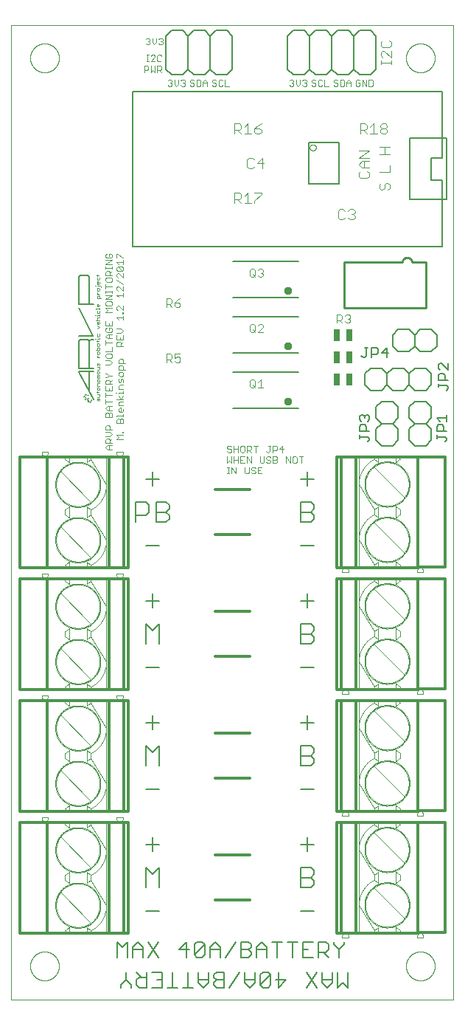
<source format=gto>
G75*
%MOIN*%
%OFA0B0*%
%FSLAX25Y25*%
%IPPOS*%
%LPD*%
%AMOC8*
5,1,8,0,0,1.08239X$1,22.5*
%
%ADD10C,0.00300*%
%ADD11C,0.00400*%
%ADD12C,0.00800*%
%ADD13C,0.00600*%
%ADD14C,0.01194*%
%ADD15C,0.00500*%
%ADD16C,0.00200*%
%ADD17C,0.01575*%
%ADD18R,0.02559X0.05512*%
%ADD19C,0.01000*%
%ADD20C,0.00000*%
D10*
X0255000Y0285000D02*
X0455000Y0285000D01*
X0455000Y0725000D01*
X0255000Y0725000D01*
X0255000Y0285000D01*
X0352650Y0522350D02*
X0353617Y0522350D01*
X0353134Y0522350D02*
X0353134Y0525252D01*
X0353617Y0525252D02*
X0352650Y0525252D01*
X0352650Y0527150D02*
X0353617Y0528117D01*
X0354585Y0527150D01*
X0354585Y0530052D01*
X0355597Y0530052D02*
X0355597Y0527150D01*
X0355597Y0528601D02*
X0357531Y0528601D01*
X0358543Y0528601D02*
X0359511Y0528601D01*
X0360478Y0527150D02*
X0358543Y0527150D01*
X0358543Y0530052D01*
X0360478Y0530052D01*
X0361490Y0530052D02*
X0363425Y0527150D01*
X0363425Y0530052D01*
X0363425Y0531950D02*
X0362457Y0532917D01*
X0362941Y0532917D02*
X0361490Y0532917D01*
X0361490Y0531950D02*
X0361490Y0534852D01*
X0362941Y0534852D01*
X0363425Y0534369D01*
X0363425Y0533401D01*
X0362941Y0532917D01*
X0364436Y0534852D02*
X0366371Y0534852D01*
X0365404Y0534852D02*
X0365404Y0531950D01*
X0367383Y0530052D02*
X0367383Y0527634D01*
X0367866Y0527150D01*
X0368834Y0527150D01*
X0369318Y0527634D01*
X0369318Y0530052D01*
X0370329Y0529569D02*
X0370329Y0529085D01*
X0370813Y0528601D01*
X0371780Y0528601D01*
X0372264Y0528117D01*
X0372264Y0527634D01*
X0371780Y0527150D01*
X0370813Y0527150D01*
X0370329Y0527634D01*
X0370329Y0529569D02*
X0370813Y0530052D01*
X0371780Y0530052D01*
X0372264Y0529569D01*
X0373276Y0530052D02*
X0374727Y0530052D01*
X0375211Y0529569D01*
X0375211Y0529085D01*
X0374727Y0528601D01*
X0373276Y0528601D01*
X0374727Y0528601D02*
X0375211Y0528117D01*
X0375211Y0527634D01*
X0374727Y0527150D01*
X0373276Y0527150D01*
X0373276Y0530052D01*
X0373276Y0531950D02*
X0373276Y0534852D01*
X0374727Y0534852D01*
X0375211Y0534369D01*
X0375211Y0533401D01*
X0374727Y0532917D01*
X0373276Y0532917D01*
X0371780Y0532434D02*
X0371780Y0534852D01*
X0371297Y0534852D02*
X0372264Y0534852D01*
X0371780Y0532434D02*
X0371297Y0531950D01*
X0370813Y0531950D01*
X0370329Y0532434D01*
X0376222Y0533401D02*
X0378157Y0533401D01*
X0377673Y0531950D02*
X0377673Y0534852D01*
X0376222Y0533401D01*
X0379169Y0530052D02*
X0381104Y0527150D01*
X0381104Y0530052D01*
X0382115Y0529569D02*
X0382115Y0527634D01*
X0382599Y0527150D01*
X0383566Y0527150D01*
X0384050Y0527634D01*
X0384050Y0529569D01*
X0383566Y0530052D01*
X0382599Y0530052D01*
X0382115Y0529569D01*
X0379169Y0530052D02*
X0379169Y0527150D01*
X0385062Y0530052D02*
X0386997Y0530052D01*
X0386029Y0530052D02*
X0386029Y0527150D01*
X0368335Y0525252D02*
X0366400Y0525252D01*
X0366400Y0522350D01*
X0368335Y0522350D01*
X0367368Y0523801D02*
X0366400Y0523801D01*
X0365389Y0523317D02*
X0365389Y0522834D01*
X0364905Y0522350D01*
X0363938Y0522350D01*
X0363454Y0522834D01*
X0362442Y0522834D02*
X0362442Y0525252D01*
X0363454Y0524769D02*
X0363454Y0524285D01*
X0363938Y0523801D01*
X0364905Y0523801D01*
X0365389Y0523317D01*
X0365389Y0524769D02*
X0364905Y0525252D01*
X0363938Y0525252D01*
X0363454Y0524769D01*
X0362442Y0522834D02*
X0361959Y0522350D01*
X0360991Y0522350D01*
X0360507Y0522834D01*
X0360507Y0525252D01*
X0361490Y0527150D02*
X0361490Y0530052D01*
X0359994Y0531950D02*
X0360478Y0532434D01*
X0360478Y0534369D01*
X0359994Y0534852D01*
X0359027Y0534852D01*
X0358543Y0534369D01*
X0358543Y0532434D01*
X0359027Y0531950D01*
X0359994Y0531950D01*
X0357531Y0531950D02*
X0357531Y0534852D01*
X0357531Y0533401D02*
X0355597Y0533401D01*
X0354585Y0532917D02*
X0354101Y0533401D01*
X0353134Y0533401D01*
X0352650Y0533885D01*
X0352650Y0534369D01*
X0353134Y0534852D01*
X0354101Y0534852D01*
X0354585Y0534369D01*
X0355597Y0534852D02*
X0355597Y0531950D01*
X0354585Y0532434D02*
X0354101Y0531950D01*
X0353134Y0531950D01*
X0352650Y0532434D01*
X0354585Y0532434D02*
X0354585Y0532917D01*
X0352650Y0530052D02*
X0352650Y0527150D01*
X0354614Y0525252D02*
X0356549Y0522350D01*
X0356549Y0525252D01*
X0354614Y0525252D02*
X0354614Y0522350D01*
X0357531Y0527150D02*
X0357531Y0530052D01*
X0363401Y0561150D02*
X0362784Y0561767D01*
X0362784Y0564236D01*
X0363401Y0564853D01*
X0364635Y0564853D01*
X0365252Y0564236D01*
X0365252Y0561767D01*
X0364635Y0561150D01*
X0363401Y0561150D01*
X0364018Y0562384D02*
X0365252Y0561150D01*
X0366467Y0561150D02*
X0368936Y0561150D01*
X0367701Y0561150D02*
X0367701Y0564853D01*
X0366467Y0563619D01*
X0366467Y0586150D02*
X0368936Y0588619D01*
X0368936Y0589236D01*
X0368318Y0589853D01*
X0367084Y0589853D01*
X0366467Y0589236D01*
X0365252Y0589236D02*
X0365252Y0586767D01*
X0364635Y0586150D01*
X0363401Y0586150D01*
X0362784Y0586767D01*
X0362784Y0589236D01*
X0363401Y0589853D01*
X0364635Y0589853D01*
X0365252Y0589236D01*
X0364018Y0587384D02*
X0365252Y0586150D01*
X0366467Y0586150D02*
X0368936Y0586150D01*
X0368318Y0611150D02*
X0367084Y0611150D01*
X0366467Y0611767D01*
X0365252Y0611767D02*
X0364635Y0611150D01*
X0363401Y0611150D01*
X0362784Y0611767D01*
X0362784Y0614236D01*
X0363401Y0614853D01*
X0364635Y0614853D01*
X0365252Y0614236D01*
X0365252Y0611767D01*
X0365252Y0611150D02*
X0364018Y0612384D01*
X0366467Y0614236D02*
X0367084Y0614853D01*
X0368318Y0614853D01*
X0368936Y0614236D01*
X0368936Y0613619D01*
X0368318Y0613002D01*
X0368936Y0612384D01*
X0368936Y0611767D01*
X0368318Y0611150D01*
X0368318Y0613002D02*
X0367701Y0613002D01*
X0331302Y0601353D02*
X0330068Y0600736D01*
X0328833Y0599502D01*
X0330685Y0599502D01*
X0331302Y0598884D01*
X0331302Y0598267D01*
X0330685Y0597650D01*
X0329450Y0597650D01*
X0328833Y0598267D01*
X0328833Y0599502D01*
X0327619Y0599502D02*
X0327002Y0598884D01*
X0325150Y0598884D01*
X0325150Y0597650D02*
X0325150Y0601353D01*
X0327002Y0601353D01*
X0327619Y0600736D01*
X0327619Y0599502D01*
X0326384Y0598884D02*
X0327619Y0597650D01*
X0327002Y0576353D02*
X0327619Y0575736D01*
X0327619Y0574502D01*
X0327002Y0573884D01*
X0325150Y0573884D01*
X0325150Y0572650D02*
X0325150Y0576353D01*
X0327002Y0576353D01*
X0328833Y0576353D02*
X0328833Y0574502D01*
X0330068Y0575119D01*
X0330685Y0575119D01*
X0331302Y0574502D01*
X0331302Y0573267D01*
X0330685Y0572650D01*
X0329450Y0572650D01*
X0328833Y0573267D01*
X0327619Y0572650D02*
X0326384Y0573884D01*
X0328833Y0576353D02*
X0331302Y0576353D01*
X0306517Y0572203D02*
X0303615Y0572203D01*
X0303615Y0573655D01*
X0304099Y0574138D01*
X0305066Y0574138D01*
X0305550Y0573655D01*
X0305550Y0572203D01*
X0305066Y0571192D02*
X0305550Y0570708D01*
X0305550Y0569257D01*
X0306517Y0569257D02*
X0303615Y0569257D01*
X0303615Y0570708D01*
X0304099Y0571192D01*
X0305066Y0571192D01*
X0305066Y0568245D02*
X0304099Y0568245D01*
X0303615Y0567762D01*
X0303615Y0566794D01*
X0304099Y0566310D01*
X0305066Y0566310D01*
X0305550Y0566794D01*
X0305550Y0567762D01*
X0305066Y0568245D01*
X0305066Y0565299D02*
X0304583Y0564815D01*
X0304583Y0563848D01*
X0304099Y0563364D01*
X0303615Y0563848D01*
X0303615Y0565299D01*
X0305066Y0565299D02*
X0305550Y0564815D01*
X0305550Y0563364D01*
X0305550Y0562352D02*
X0304099Y0562352D01*
X0303615Y0561869D01*
X0303615Y0560417D01*
X0305550Y0560417D01*
X0305550Y0559421D02*
X0305550Y0558453D01*
X0305550Y0558937D02*
X0303615Y0558937D01*
X0303615Y0558453D01*
X0303615Y0557449D02*
X0304583Y0555998D01*
X0305550Y0557449D01*
X0305550Y0555998D02*
X0302648Y0555998D01*
X0304099Y0554986D02*
X0305550Y0554986D01*
X0304099Y0554986D02*
X0303615Y0554502D01*
X0303615Y0553051D01*
X0305550Y0553051D01*
X0304583Y0552040D02*
X0304583Y0550105D01*
X0305066Y0550105D02*
X0304099Y0550105D01*
X0303615Y0550588D01*
X0303615Y0551556D01*
X0304099Y0552040D01*
X0304583Y0552040D01*
X0305550Y0551556D02*
X0305550Y0550588D01*
X0305066Y0550105D01*
X0305550Y0549108D02*
X0305550Y0548140D01*
X0305550Y0548624D02*
X0302648Y0548624D01*
X0302648Y0548140D01*
X0303131Y0547129D02*
X0303615Y0547129D01*
X0304099Y0546645D01*
X0304099Y0545194D01*
X0304099Y0546645D02*
X0304583Y0547129D01*
X0305066Y0547129D01*
X0305550Y0546645D01*
X0305550Y0545194D01*
X0302648Y0545194D01*
X0302648Y0546645D01*
X0303131Y0547129D01*
X0300550Y0548005D02*
X0300550Y0549456D01*
X0300066Y0549940D01*
X0299583Y0549940D01*
X0299099Y0549456D01*
X0299099Y0548005D01*
X0300550Y0548005D02*
X0297648Y0548005D01*
X0297648Y0549456D01*
X0298131Y0549940D01*
X0298615Y0549940D01*
X0299099Y0549456D01*
X0299099Y0550951D02*
X0299099Y0552886D01*
X0298615Y0552886D02*
X0300550Y0552886D01*
X0300550Y0550951D02*
X0298615Y0550951D01*
X0297648Y0551919D01*
X0298615Y0552886D01*
X0297648Y0553898D02*
X0297648Y0555833D01*
X0297648Y0554865D02*
X0300550Y0554865D01*
X0300550Y0557812D02*
X0297648Y0557812D01*
X0297648Y0558779D02*
X0297648Y0556844D01*
X0297648Y0559791D02*
X0300550Y0559791D01*
X0300550Y0561726D01*
X0300550Y0562737D02*
X0297648Y0562737D01*
X0297648Y0564189D01*
X0298131Y0564672D01*
X0299099Y0564672D01*
X0299583Y0564189D01*
X0299583Y0562737D01*
X0299583Y0563705D02*
X0300550Y0564672D01*
X0300550Y0566651D02*
X0299099Y0566651D01*
X0298131Y0567619D01*
X0297648Y0567619D01*
X0299099Y0566651D02*
X0298131Y0565684D01*
X0297648Y0565684D01*
X0297648Y0561726D02*
X0297648Y0559791D01*
X0299099Y0559791D02*
X0299099Y0560758D01*
X0302164Y0558937D02*
X0302648Y0558937D01*
X0299583Y0571577D02*
X0300550Y0572545D01*
X0299583Y0573512D01*
X0297648Y0573512D01*
X0298131Y0574524D02*
X0300066Y0574524D01*
X0300550Y0575007D01*
X0300550Y0575975D01*
X0300066Y0576459D01*
X0298131Y0576459D01*
X0297648Y0575975D01*
X0297648Y0575007D01*
X0298131Y0574524D01*
X0297648Y0577470D02*
X0300550Y0577470D01*
X0300550Y0579405D01*
X0300550Y0581384D02*
X0297648Y0581384D01*
X0297648Y0580417D02*
X0297648Y0582352D01*
X0298615Y0583363D02*
X0297648Y0584331D01*
X0298615Y0585298D01*
X0300550Y0585298D01*
X0300066Y0586310D02*
X0300550Y0586793D01*
X0300550Y0587761D01*
X0300066Y0588245D01*
X0299099Y0588245D01*
X0299099Y0587277D01*
X0300066Y0586310D02*
X0298131Y0586310D01*
X0297648Y0586793D01*
X0297648Y0587761D01*
X0298131Y0588245D01*
X0297648Y0589256D02*
X0300550Y0589256D01*
X0300550Y0591191D01*
X0299099Y0590224D02*
X0299099Y0589256D01*
X0297648Y0589256D02*
X0297648Y0591191D01*
X0297648Y0595149D02*
X0298615Y0596117D01*
X0297648Y0597084D01*
X0300550Y0597084D01*
X0300066Y0598096D02*
X0300550Y0598579D01*
X0300550Y0599547D01*
X0300066Y0600031D01*
X0298131Y0600031D01*
X0297648Y0599547D01*
X0297648Y0598579D01*
X0298131Y0598096D01*
X0300066Y0598096D01*
X0302648Y0597583D02*
X0302648Y0596615D01*
X0303131Y0596131D01*
X0302648Y0597583D02*
X0303131Y0598066D01*
X0303615Y0598066D01*
X0305550Y0596131D01*
X0305550Y0598066D01*
X0305550Y0595142D02*
X0305550Y0594658D01*
X0305066Y0594658D01*
X0305066Y0595142D01*
X0305550Y0595142D01*
X0305550Y0593647D02*
X0305550Y0591712D01*
X0305550Y0592679D02*
X0302648Y0592679D01*
X0303615Y0591712D01*
X0304583Y0587754D02*
X0302648Y0587754D01*
X0304583Y0587754D02*
X0305550Y0586786D01*
X0304583Y0585819D01*
X0302648Y0585819D01*
X0302648Y0584807D02*
X0302648Y0582872D01*
X0305550Y0582872D01*
X0305550Y0584807D01*
X0304099Y0583839D02*
X0304099Y0582872D01*
X0304099Y0581860D02*
X0304583Y0581377D01*
X0304583Y0579925D01*
X0305550Y0579925D02*
X0302648Y0579925D01*
X0302648Y0581377D01*
X0303131Y0581860D01*
X0304099Y0581860D01*
X0304583Y0580893D02*
X0305550Y0581860D01*
X0300550Y0583363D02*
X0298615Y0583363D01*
X0299099Y0583363D02*
X0299099Y0585298D01*
X0300550Y0595149D02*
X0297648Y0595149D01*
X0297648Y0601042D02*
X0300550Y0602977D01*
X0297648Y0602977D01*
X0297648Y0603989D02*
X0297648Y0604956D01*
X0297648Y0604472D02*
X0300550Y0604472D01*
X0300550Y0603989D02*
X0300550Y0604956D01*
X0300550Y0606921D02*
X0297648Y0606921D01*
X0297648Y0607888D02*
X0297648Y0605953D01*
X0298131Y0608900D02*
X0300066Y0608900D01*
X0300550Y0609383D01*
X0300550Y0610351D01*
X0300066Y0610835D01*
X0298131Y0610835D01*
X0297648Y0610351D01*
X0297648Y0609383D01*
X0298131Y0608900D01*
X0297648Y0611846D02*
X0297648Y0613297D01*
X0298131Y0613781D01*
X0299099Y0613781D01*
X0299583Y0613297D01*
X0299583Y0611846D01*
X0300550Y0611846D02*
X0297648Y0611846D01*
X0299583Y0612814D02*
X0300550Y0613781D01*
X0300550Y0614793D02*
X0300550Y0615760D01*
X0300550Y0615276D02*
X0297648Y0615276D01*
X0297648Y0614793D02*
X0297648Y0615760D01*
X0297648Y0616757D02*
X0300550Y0618692D01*
X0297648Y0618692D01*
X0298131Y0619703D02*
X0300066Y0619703D01*
X0300550Y0620187D01*
X0300550Y0621155D01*
X0300066Y0621638D01*
X0299099Y0621638D01*
X0299099Y0620671D01*
X0298131Y0621638D02*
X0297648Y0621155D01*
X0297648Y0620187D01*
X0298131Y0619703D01*
X0297648Y0616757D02*
X0300550Y0616757D01*
X0302648Y0617724D02*
X0305550Y0617724D01*
X0305550Y0616757D02*
X0305550Y0618692D01*
X0305550Y0619703D02*
X0305066Y0619703D01*
X0303131Y0621638D01*
X0302648Y0621638D01*
X0302648Y0619703D01*
X0302648Y0617724D02*
X0303615Y0616757D01*
X0303131Y0615745D02*
X0305066Y0613810D01*
X0305550Y0614294D01*
X0305550Y0615262D01*
X0305066Y0615745D01*
X0303131Y0615745D01*
X0302648Y0615262D01*
X0302648Y0614294D01*
X0303131Y0613810D01*
X0305066Y0613810D01*
X0305550Y0612799D02*
X0305550Y0610864D01*
X0303615Y0612799D01*
X0303131Y0612799D01*
X0302648Y0612315D01*
X0302648Y0611348D01*
X0303131Y0610864D01*
X0302648Y0609852D02*
X0305550Y0607917D01*
X0305550Y0606906D02*
X0305550Y0604971D01*
X0303615Y0606906D01*
X0303131Y0606906D01*
X0302648Y0606422D01*
X0302648Y0605455D01*
X0303131Y0604971D01*
X0302648Y0602992D02*
X0305550Y0602992D01*
X0305550Y0603959D02*
X0305550Y0602024D01*
X0303615Y0602024D02*
X0302648Y0602992D01*
X0300550Y0601042D02*
X0297648Y0601042D01*
X0297648Y0571577D02*
X0299583Y0571577D01*
X0299099Y0544047D02*
X0299583Y0543563D01*
X0299583Y0542112D01*
X0300550Y0542112D02*
X0297648Y0542112D01*
X0297648Y0543563D01*
X0298131Y0544047D01*
X0299099Y0544047D01*
X0299583Y0541100D02*
X0297648Y0541100D01*
X0299583Y0541100D02*
X0300550Y0540133D01*
X0299583Y0539165D01*
X0297648Y0539165D01*
X0298131Y0538154D02*
X0299099Y0538154D01*
X0299583Y0537670D01*
X0299583Y0536219D01*
X0300550Y0536219D02*
X0297648Y0536219D01*
X0297648Y0537670D01*
X0298131Y0538154D01*
X0299583Y0537186D02*
X0300550Y0538154D01*
X0302648Y0537827D02*
X0303615Y0538795D01*
X0302648Y0539762D01*
X0305550Y0539762D01*
X0305550Y0540774D02*
X0305550Y0541258D01*
X0305066Y0541258D01*
X0305066Y0540774D01*
X0305550Y0540774D01*
X0305550Y0537827D02*
X0302648Y0537827D01*
X0300550Y0535207D02*
X0298615Y0535207D01*
X0297648Y0534240D01*
X0298615Y0533272D01*
X0300550Y0533272D01*
X0299099Y0533272D02*
X0299099Y0535207D01*
X0402150Y0590400D02*
X0402150Y0594103D01*
X0404002Y0594103D01*
X0404619Y0593486D01*
X0404619Y0592252D01*
X0404002Y0591634D01*
X0402150Y0591634D01*
X0403384Y0591634D02*
X0404619Y0590400D01*
X0405833Y0591017D02*
X0406450Y0590400D01*
X0407685Y0590400D01*
X0408302Y0591017D01*
X0408302Y0591634D01*
X0407685Y0592252D01*
X0407068Y0592252D01*
X0407685Y0592252D02*
X0408302Y0592869D01*
X0408302Y0593486D01*
X0407685Y0594103D01*
X0406450Y0594103D01*
X0405833Y0593486D01*
X0405128Y0697300D02*
X0405612Y0697784D01*
X0405612Y0699719D01*
X0405128Y0700202D01*
X0403677Y0700202D01*
X0403677Y0697300D01*
X0405128Y0697300D01*
X0406623Y0697300D02*
X0406623Y0699235D01*
X0407591Y0700202D01*
X0408558Y0699235D01*
X0408558Y0697300D01*
X0408558Y0698751D02*
X0406623Y0698751D01*
X0402665Y0698267D02*
X0402665Y0697784D01*
X0402181Y0697300D01*
X0401214Y0697300D01*
X0400730Y0697784D01*
X0401214Y0698751D02*
X0402181Y0698751D01*
X0402665Y0698267D01*
X0402665Y0699719D02*
X0402181Y0700202D01*
X0401214Y0700202D01*
X0400730Y0699719D01*
X0400730Y0699235D01*
X0401214Y0698751D01*
X0398558Y0697300D02*
X0396623Y0697300D01*
X0396623Y0700202D01*
X0395612Y0699719D02*
X0395128Y0700202D01*
X0394160Y0700202D01*
X0393677Y0699719D01*
X0393677Y0697784D01*
X0394160Y0697300D01*
X0395128Y0697300D01*
X0395612Y0697784D01*
X0392665Y0697784D02*
X0392181Y0697300D01*
X0391214Y0697300D01*
X0390730Y0697784D01*
X0391214Y0698751D02*
X0392181Y0698751D01*
X0392665Y0698267D01*
X0392665Y0697784D01*
X0391214Y0698751D02*
X0390730Y0699235D01*
X0390730Y0699719D01*
X0391214Y0700202D01*
X0392181Y0700202D01*
X0392665Y0699719D01*
X0388558Y0699719D02*
X0388558Y0699235D01*
X0388074Y0698751D01*
X0388558Y0698267D01*
X0388558Y0697784D01*
X0388074Y0697300D01*
X0387107Y0697300D01*
X0386623Y0697784D01*
X0385612Y0698267D02*
X0385612Y0700202D01*
X0386623Y0699719D02*
X0387107Y0700202D01*
X0388074Y0700202D01*
X0388558Y0699719D01*
X0388074Y0698751D02*
X0387591Y0698751D01*
X0385612Y0698267D02*
X0384644Y0697300D01*
X0383677Y0698267D01*
X0383677Y0700202D01*
X0382665Y0699719D02*
X0382665Y0699235D01*
X0382181Y0698751D01*
X0382665Y0698267D01*
X0382665Y0697784D01*
X0382181Y0697300D01*
X0381214Y0697300D01*
X0380730Y0697784D01*
X0381698Y0698751D02*
X0382181Y0698751D01*
X0382665Y0699719D02*
X0382181Y0700202D01*
X0381214Y0700202D01*
X0380730Y0699719D01*
X0353558Y0697300D02*
X0351623Y0697300D01*
X0351623Y0700202D01*
X0350612Y0699719D02*
X0350128Y0700202D01*
X0349160Y0700202D01*
X0348677Y0699719D01*
X0348677Y0697784D01*
X0349160Y0697300D01*
X0350128Y0697300D01*
X0350612Y0697784D01*
X0347665Y0697784D02*
X0347181Y0697300D01*
X0346214Y0697300D01*
X0345730Y0697784D01*
X0346214Y0698751D02*
X0347181Y0698751D01*
X0347665Y0698267D01*
X0347665Y0697784D01*
X0346214Y0698751D02*
X0345730Y0699235D01*
X0345730Y0699719D01*
X0346214Y0700202D01*
X0347181Y0700202D01*
X0347665Y0699719D01*
X0343558Y0699235D02*
X0343558Y0697300D01*
X0343558Y0698751D02*
X0341623Y0698751D01*
X0341623Y0699235D02*
X0342591Y0700202D01*
X0343558Y0699235D01*
X0341623Y0699235D02*
X0341623Y0697300D01*
X0340612Y0697784D02*
X0340612Y0699719D01*
X0340128Y0700202D01*
X0338677Y0700202D01*
X0338677Y0697300D01*
X0340128Y0697300D01*
X0340612Y0697784D01*
X0337665Y0697784D02*
X0337181Y0697300D01*
X0336214Y0697300D01*
X0335730Y0697784D01*
X0336214Y0698751D02*
X0337181Y0698751D01*
X0337665Y0698267D01*
X0337665Y0697784D01*
X0336214Y0698751D02*
X0335730Y0699235D01*
X0335730Y0699719D01*
X0336214Y0700202D01*
X0337181Y0700202D01*
X0337665Y0699719D01*
X0333558Y0699719D02*
X0333558Y0699235D01*
X0333074Y0698751D01*
X0333558Y0698267D01*
X0333558Y0697784D01*
X0333074Y0697300D01*
X0332107Y0697300D01*
X0331623Y0697784D01*
X0330612Y0698267D02*
X0330612Y0700202D01*
X0331623Y0699719D02*
X0332107Y0700202D01*
X0333074Y0700202D01*
X0333558Y0699719D01*
X0333074Y0698751D02*
X0332591Y0698751D01*
X0330612Y0698267D02*
X0329644Y0697300D01*
X0328677Y0698267D01*
X0328677Y0700202D01*
X0327665Y0699719D02*
X0327665Y0699235D01*
X0327181Y0698751D01*
X0327665Y0698267D01*
X0327665Y0697784D01*
X0327181Y0697300D01*
X0326214Y0697300D01*
X0325730Y0697784D01*
X0326698Y0698751D02*
X0327181Y0698751D01*
X0327665Y0699719D02*
X0327181Y0700202D01*
X0326214Y0700202D01*
X0325730Y0699719D01*
X0322888Y0703650D02*
X0321921Y0704617D01*
X0322405Y0704617D02*
X0320953Y0704617D01*
X0320953Y0703650D02*
X0320953Y0706552D01*
X0322405Y0706552D01*
X0322888Y0706069D01*
X0322888Y0705101D01*
X0322405Y0704617D01*
X0319942Y0703650D02*
X0319942Y0706552D01*
X0319942Y0708450D02*
X0318007Y0708450D01*
X0319942Y0710385D01*
X0319942Y0710869D01*
X0319458Y0711352D01*
X0318491Y0711352D01*
X0318007Y0710869D01*
X0317010Y0711352D02*
X0316043Y0711352D01*
X0316526Y0711352D02*
X0316526Y0708450D01*
X0316043Y0708450D02*
X0317010Y0708450D01*
X0316512Y0706552D02*
X0316995Y0706069D01*
X0316995Y0705101D01*
X0316512Y0704617D01*
X0315060Y0704617D01*
X0315060Y0703650D02*
X0315060Y0706552D01*
X0316512Y0706552D01*
X0318007Y0706552D02*
X0318007Y0703650D01*
X0318974Y0704617D01*
X0319942Y0703650D01*
X0321437Y0708450D02*
X0322405Y0708450D01*
X0322888Y0708934D01*
X0321437Y0708450D02*
X0320953Y0708934D01*
X0320953Y0710869D01*
X0321437Y0711352D01*
X0322405Y0711352D01*
X0322888Y0710869D01*
X0323074Y0716050D02*
X0322107Y0716050D01*
X0321623Y0716534D01*
X0320612Y0717017D02*
X0320612Y0718952D01*
X0321623Y0718469D02*
X0322107Y0718952D01*
X0323074Y0718952D01*
X0323558Y0718469D01*
X0323558Y0717985D01*
X0323074Y0717501D01*
X0323558Y0717017D01*
X0323558Y0716534D01*
X0323074Y0716050D01*
X0323074Y0717501D02*
X0322591Y0717501D01*
X0320612Y0717017D02*
X0319644Y0716050D01*
X0318677Y0717017D01*
X0318677Y0718952D01*
X0317665Y0718469D02*
X0317665Y0717985D01*
X0317181Y0717501D01*
X0317665Y0717017D01*
X0317665Y0716534D01*
X0317181Y0716050D01*
X0316214Y0716050D01*
X0315730Y0716534D01*
X0316698Y0717501D02*
X0317181Y0717501D01*
X0317665Y0718469D02*
X0317181Y0718952D01*
X0316214Y0718952D01*
X0315730Y0718469D01*
X0410730Y0699719D02*
X0410730Y0697784D01*
X0411214Y0697300D01*
X0412181Y0697300D01*
X0412665Y0697784D01*
X0412665Y0698751D01*
X0411698Y0698751D01*
X0412665Y0699719D02*
X0412181Y0700202D01*
X0411214Y0700202D01*
X0410730Y0699719D01*
X0413677Y0700202D02*
X0415612Y0697300D01*
X0415612Y0700202D01*
X0416623Y0700202D02*
X0418074Y0700202D01*
X0418558Y0699719D01*
X0418558Y0697784D01*
X0418074Y0697300D01*
X0416623Y0697300D01*
X0416623Y0700202D01*
X0413677Y0700202D02*
X0413677Y0697300D01*
D11*
X0422071Y0707186D02*
X0422071Y0708721D01*
X0422071Y0707954D02*
X0426675Y0707954D01*
X0426675Y0708721D02*
X0426675Y0707186D01*
X0426675Y0710256D02*
X0423606Y0713325D01*
X0422838Y0713325D01*
X0422071Y0712558D01*
X0422071Y0711023D01*
X0422838Y0710256D01*
X0426675Y0710256D02*
X0426675Y0713325D01*
X0425908Y0714860D02*
X0426675Y0715627D01*
X0426675Y0717162D01*
X0425908Y0717929D01*
X0425908Y0714860D02*
X0422838Y0714860D01*
X0422071Y0715627D01*
X0422071Y0717162D01*
X0422838Y0717929D01*
X0422675Y0680429D02*
X0424210Y0680429D01*
X0424977Y0679662D01*
X0424977Y0678894D01*
X0424210Y0678127D01*
X0422675Y0678127D01*
X0421908Y0678894D01*
X0421908Y0679662D01*
X0422675Y0680429D01*
X0422675Y0678127D02*
X0421908Y0677360D01*
X0421908Y0676592D01*
X0422675Y0675825D01*
X0424210Y0675825D01*
X0424977Y0676592D01*
X0424977Y0677360D01*
X0424210Y0678127D01*
X0420373Y0675825D02*
X0417304Y0675825D01*
X0418839Y0675825D02*
X0418839Y0680429D01*
X0417304Y0678894D01*
X0415769Y0678127D02*
X0415002Y0677360D01*
X0412700Y0677360D01*
X0414235Y0677360D02*
X0415769Y0675825D01*
X0415769Y0678127D02*
X0415769Y0679662D01*
X0415002Y0680429D01*
X0412700Y0680429D01*
X0412700Y0675825D01*
X0412071Y0668071D02*
X0416675Y0668071D01*
X0412071Y0665002D01*
X0416675Y0665002D01*
X0416675Y0663467D02*
X0413606Y0663467D01*
X0412071Y0661933D01*
X0413606Y0660398D01*
X0416675Y0660398D01*
X0415908Y0658863D02*
X0416675Y0658096D01*
X0416675Y0656561D01*
X0415908Y0655794D01*
X0412838Y0655794D01*
X0412071Y0656561D01*
X0412071Y0658096D01*
X0412838Y0658863D01*
X0414373Y0660398D02*
X0414373Y0663467D01*
X0421446Y0666648D02*
X0426050Y0666648D01*
X0423748Y0666648D02*
X0423748Y0669717D01*
X0421446Y0669717D02*
X0426050Y0669717D01*
X0426050Y0661592D02*
X0426050Y0658523D01*
X0421446Y0658523D01*
X0422213Y0653467D02*
X0421446Y0652700D01*
X0421446Y0651165D01*
X0422213Y0650398D01*
X0422981Y0650398D01*
X0423748Y0651165D01*
X0423748Y0652700D01*
X0424515Y0653467D01*
X0425283Y0653467D01*
X0426050Y0652700D01*
X0426050Y0651165D01*
X0425283Y0650398D01*
X0410373Y0640912D02*
X0410373Y0640144D01*
X0409606Y0639377D01*
X0410373Y0638610D01*
X0410373Y0637842D01*
X0409606Y0637075D01*
X0408071Y0637075D01*
X0407304Y0637842D01*
X0405769Y0637842D02*
X0405002Y0637075D01*
X0403467Y0637075D01*
X0402700Y0637842D01*
X0402700Y0640912D01*
X0403467Y0641679D01*
X0405002Y0641679D01*
X0405769Y0640912D01*
X0407304Y0640912D02*
X0408071Y0641679D01*
X0409606Y0641679D01*
X0410373Y0640912D01*
X0409606Y0639377D02*
X0408839Y0639377D01*
X0369290Y0662502D02*
X0366221Y0662502D01*
X0368523Y0664804D01*
X0368523Y0660200D01*
X0364686Y0660967D02*
X0363919Y0660200D01*
X0362384Y0660200D01*
X0361617Y0660967D01*
X0361617Y0664037D01*
X0362384Y0664804D01*
X0363919Y0664804D01*
X0364686Y0664037D01*
X0365738Y0675825D02*
X0367273Y0675825D01*
X0368040Y0676592D01*
X0368040Y0677360D01*
X0367273Y0678127D01*
X0364971Y0678127D01*
X0364971Y0676592D01*
X0365738Y0675825D01*
X0363436Y0675825D02*
X0360367Y0675825D01*
X0358832Y0675825D02*
X0357298Y0677360D01*
X0358065Y0677360D02*
X0355763Y0677360D01*
X0355763Y0675825D02*
X0355763Y0680429D01*
X0358065Y0680429D01*
X0358832Y0679662D01*
X0358832Y0678127D01*
X0358065Y0677360D01*
X0360367Y0678894D02*
X0361902Y0680429D01*
X0361902Y0675825D01*
X0364971Y0678127D02*
X0366506Y0679662D01*
X0368040Y0680429D01*
X0368040Y0649179D02*
X0368040Y0648412D01*
X0364971Y0645342D01*
X0364971Y0644575D01*
X0363436Y0644575D02*
X0360367Y0644575D01*
X0358832Y0644575D02*
X0357298Y0646110D01*
X0358065Y0646110D02*
X0355763Y0646110D01*
X0355763Y0644575D02*
X0355763Y0649179D01*
X0358065Y0649179D01*
X0358832Y0648412D01*
X0358832Y0646877D01*
X0358065Y0646110D01*
X0360367Y0647644D02*
X0361902Y0649179D01*
X0361902Y0644575D01*
X0364971Y0649179D02*
X0368040Y0649179D01*
X0419658Y0506612D02*
X0419243Y0506354D01*
X0419164Y0506307D01*
X0419086Y0506259D01*
X0419016Y0506216D02*
X0412126Y0517500D01*
X0412126Y0530000D01*
X0419016Y0530067D02*
X0419016Y0528716D01*
X0419086Y0528875D02*
X0419165Y0528827D01*
X0419243Y0528780D01*
X0419658Y0528521D02*
X0420073Y0528257D01*
X0420476Y0527994D01*
X0420984Y0527567D02*
X0420984Y0529981D01*
X0419004Y0525433D02*
X0419005Y0525432D01*
X0432787Y0511650D01*
X0429770Y0506877D02*
X0430185Y0506613D01*
X0430600Y0506354D02*
X0430678Y0506307D01*
X0430757Y0506259D01*
X0430827Y0506216D02*
X0430827Y0503918D01*
X0430757Y0503875D02*
X0430678Y0503827D01*
X0430600Y0503780D01*
X0430185Y0503521D02*
X0429771Y0503258D01*
X0429366Y0502994D01*
X0428858Y0502653D02*
X0428858Y0507481D01*
X0429366Y0507140D02*
X0429770Y0506877D01*
X0420984Y0507481D02*
X0420984Y0502653D01*
X0420476Y0502994D02*
X0420072Y0503258D01*
X0419658Y0503521D01*
X0419243Y0503780D02*
X0419164Y0503828D01*
X0419086Y0503875D01*
X0419016Y0503918D02*
X0419016Y0506216D01*
X0419658Y0506613D02*
X0420073Y0506877D01*
X0420476Y0507140D01*
X0419004Y0500433D02*
X0432787Y0486650D01*
X0430838Y0484702D02*
X0430838Y0484702D01*
X0429366Y0482140D02*
X0429771Y0481876D01*
X0430185Y0481613D01*
X0430600Y0481354D02*
X0430678Y0481307D01*
X0430757Y0481259D01*
X0430827Y0481216D02*
X0430827Y0480000D01*
X0428858Y0480000D02*
X0428858Y0482481D01*
X0428858Y0474981D02*
X0428858Y0472567D01*
X0429366Y0472994D02*
X0429770Y0473257D01*
X0430185Y0473521D01*
X0430600Y0473716D02*
X0430600Y0475067D01*
X0430757Y0473875D02*
X0430678Y0473828D01*
X0430600Y0473780D01*
X0438476Y0477823D02*
X0441287Y0477823D01*
X0441287Y0478858D01*
X0440697Y0479560D01*
X0440697Y0480067D01*
X0439067Y0480067D02*
X0438814Y0480000D01*
X0439067Y0480067D02*
X0439067Y0479560D01*
X0438476Y0478858D01*
X0438476Y0477823D01*
X0428858Y0452481D02*
X0429366Y0452140D01*
X0429770Y0451877D01*
X0430185Y0451613D01*
X0430600Y0451354D02*
X0430678Y0451307D01*
X0430757Y0451259D01*
X0430827Y0451216D02*
X0430827Y0448918D01*
X0430757Y0448875D02*
X0430678Y0448827D01*
X0430600Y0448780D01*
X0430185Y0448521D02*
X0429771Y0448258D01*
X0429366Y0447994D01*
X0428858Y0447653D02*
X0428858Y0452481D01*
X0432787Y0456650D02*
X0419005Y0470432D01*
X0419004Y0470433D01*
X0420984Y0472567D02*
X0420984Y0474981D01*
X0420073Y0473257D02*
X0419658Y0473521D01*
X0419243Y0473780D02*
X0419165Y0473827D01*
X0419086Y0473875D01*
X0419016Y0473716D02*
X0419016Y0475067D01*
X0420073Y0473257D02*
X0420476Y0472994D01*
X0420984Y0480000D02*
X0420984Y0482481D01*
X0420476Y0482140D02*
X0420073Y0481877D01*
X0419658Y0481613D01*
X0419243Y0481354D02*
X0419164Y0481307D01*
X0419086Y0481259D01*
X0419016Y0481216D02*
X0412126Y0492500D01*
X0412126Y0517500D01*
X0420984Y0482482D02*
X0420476Y0482141D01*
X0419016Y0481216D02*
X0419016Y0480000D01*
X0412126Y0480000D02*
X0412126Y0492500D01*
X0406839Y0480000D02*
X0406839Y0479560D01*
X0407429Y0478858D01*
X0407429Y0477823D01*
X0404618Y0477823D01*
X0404618Y0478858D01*
X0405209Y0479560D01*
X0405209Y0480000D01*
X0412126Y0475000D02*
X0412126Y0462500D01*
X0419016Y0451216D01*
X0419016Y0448918D01*
X0419086Y0448875D02*
X0419164Y0448828D01*
X0419243Y0448780D01*
X0419658Y0448521D02*
X0420072Y0448258D01*
X0420476Y0447994D01*
X0420984Y0447653D02*
X0420984Y0452481D01*
X0420476Y0452140D02*
X0420073Y0451877D01*
X0419658Y0451613D01*
X0419243Y0451354D02*
X0419164Y0451307D01*
X0419086Y0451259D01*
X0419004Y0445433D02*
X0432787Y0431650D01*
X0430838Y0429702D02*
X0430838Y0429702D01*
X0429366Y0427140D02*
X0429771Y0426876D01*
X0430185Y0426613D01*
X0430600Y0426354D02*
X0430678Y0426307D01*
X0430757Y0426259D01*
X0430827Y0426216D02*
X0430827Y0425000D01*
X0428858Y0425000D02*
X0428858Y0427481D01*
X0428858Y0419981D02*
X0428858Y0417567D01*
X0429366Y0417994D02*
X0429770Y0418257D01*
X0430185Y0418521D01*
X0430600Y0418716D02*
X0430600Y0420067D01*
X0430757Y0418875D02*
X0430678Y0418828D01*
X0430600Y0418780D01*
X0438476Y0422823D02*
X0441287Y0422823D01*
X0441287Y0423858D01*
X0440697Y0424560D01*
X0440697Y0425067D01*
X0439067Y0425067D02*
X0438814Y0425000D01*
X0439067Y0425067D02*
X0439067Y0424560D01*
X0438476Y0423858D01*
X0438476Y0422823D01*
X0428858Y0397481D02*
X0429366Y0397140D01*
X0429770Y0396877D01*
X0430185Y0396613D01*
X0430600Y0396354D02*
X0430678Y0396307D01*
X0430757Y0396259D01*
X0430827Y0396216D02*
X0430827Y0393918D01*
X0430757Y0393875D02*
X0430678Y0393827D01*
X0430600Y0393780D01*
X0430185Y0393521D02*
X0429771Y0393258D01*
X0429366Y0392994D01*
X0428858Y0392653D02*
X0428858Y0397481D01*
X0432787Y0401650D02*
X0419005Y0415432D01*
X0419004Y0415433D01*
X0420984Y0417567D02*
X0420984Y0419981D01*
X0420073Y0418257D02*
X0420476Y0417994D01*
X0420073Y0418257D02*
X0419658Y0418521D01*
X0419243Y0418780D02*
X0419165Y0418827D01*
X0419086Y0418875D01*
X0419016Y0418716D02*
X0419016Y0420067D01*
X0419016Y0425000D02*
X0419016Y0426216D01*
X0412126Y0437500D01*
X0412126Y0462500D01*
X0420984Y0427482D02*
X0420476Y0427141D01*
X0420476Y0427140D02*
X0420073Y0426877D01*
X0419658Y0426613D01*
X0419243Y0426354D02*
X0419164Y0426307D01*
X0419086Y0426259D01*
X0420984Y0427481D02*
X0420984Y0425000D01*
X0412126Y0437500D02*
X0412129Y0437812D01*
X0412140Y0438123D01*
X0412158Y0438434D01*
X0412183Y0438745D01*
X0412216Y0439054D01*
X0412257Y0439363D01*
X0412305Y0439671D01*
X0412361Y0439978D01*
X0412423Y0440283D01*
X0412494Y0440586D01*
X0412571Y0440888D01*
X0412656Y0441188D01*
X0412749Y0441485D01*
X0412848Y0441781D01*
X0412955Y0442074D01*
X0413068Y0442364D01*
X0413189Y0442651D01*
X0413316Y0442935D01*
X0413451Y0443216D01*
X0413592Y0443494D01*
X0413740Y0443768D01*
X0413894Y0444039D01*
X0414055Y0444306D01*
X0414222Y0444568D01*
X0414396Y0444827D01*
X0414576Y0445082D01*
X0414762Y0445331D01*
X0414954Y0445577D01*
X0415152Y0445817D01*
X0415356Y0446053D01*
X0415565Y0446284D01*
X0415780Y0446509D01*
X0416000Y0446730D01*
X0416226Y0446945D01*
X0416457Y0447154D01*
X0416693Y0447358D01*
X0416933Y0447556D01*
X0417178Y0447748D01*
X0417428Y0447934D01*
X0417683Y0448114D01*
X0417941Y0448287D01*
X0418204Y0448455D01*
X0418471Y0448616D01*
X0418742Y0448770D01*
X0419016Y0448918D01*
X0419004Y0445433D02*
X0418822Y0445292D01*
X0418643Y0445147D01*
X0418467Y0444998D01*
X0418295Y0444845D01*
X0418126Y0444688D01*
X0417962Y0444527D01*
X0417801Y0444362D01*
X0417644Y0444194D01*
X0417491Y0444021D01*
X0417342Y0443846D01*
X0417197Y0443667D01*
X0417056Y0443484D01*
X0412126Y0437500D02*
X0412126Y0425000D01*
X0407429Y0423858D02*
X0406839Y0424560D01*
X0406839Y0425000D01*
X0407429Y0423858D02*
X0407429Y0422823D01*
X0404618Y0422823D01*
X0404618Y0423858D01*
X0405209Y0424560D01*
X0405209Y0425000D01*
X0412126Y0420000D02*
X0412126Y0407500D01*
X0419016Y0396216D01*
X0419016Y0393918D01*
X0419086Y0393875D02*
X0419164Y0393828D01*
X0419243Y0393780D01*
X0419658Y0393521D02*
X0420072Y0393258D01*
X0420476Y0392994D01*
X0420984Y0392653D02*
X0420984Y0397481D01*
X0420476Y0397140D02*
X0420073Y0396877D01*
X0419658Y0396613D01*
X0419243Y0396354D02*
X0419164Y0396307D01*
X0419086Y0396259D01*
X0419004Y0390433D02*
X0432787Y0376650D01*
X0430838Y0374702D02*
X0430838Y0374702D01*
X0429366Y0372140D02*
X0429771Y0371876D01*
X0430185Y0371613D01*
X0430600Y0371354D02*
X0430678Y0371307D01*
X0430757Y0371259D01*
X0430827Y0371216D02*
X0430827Y0370000D01*
X0428858Y0370000D02*
X0428858Y0372481D01*
X0428858Y0364981D02*
X0428858Y0362567D01*
X0429366Y0362994D02*
X0429770Y0363257D01*
X0430185Y0363521D01*
X0430600Y0363716D02*
X0430600Y0365067D01*
X0430757Y0363875D02*
X0430678Y0363828D01*
X0430600Y0363780D01*
X0438476Y0367823D02*
X0441287Y0367823D01*
X0441287Y0368858D01*
X0440697Y0369560D01*
X0440697Y0370067D01*
X0439067Y0370067D02*
X0438814Y0370000D01*
X0439067Y0370067D02*
X0439067Y0369560D01*
X0438476Y0368858D01*
X0438476Y0367823D01*
X0428858Y0342481D02*
X0429366Y0342140D01*
X0429770Y0341877D01*
X0430185Y0341613D01*
X0430600Y0341354D02*
X0430678Y0341307D01*
X0430757Y0341259D01*
X0430827Y0341216D02*
X0430827Y0338918D01*
X0430757Y0338875D02*
X0430678Y0338827D01*
X0430600Y0338780D01*
X0430185Y0338521D02*
X0429771Y0338258D01*
X0429366Y0337994D01*
X0428858Y0337653D02*
X0428858Y0342481D01*
X0432787Y0346650D02*
X0419005Y0360432D01*
X0419004Y0360433D01*
X0420984Y0362567D02*
X0420984Y0364981D01*
X0420073Y0363257D02*
X0420476Y0362994D01*
X0420073Y0363257D02*
X0419658Y0363521D01*
X0419243Y0363780D02*
X0419165Y0363827D01*
X0419086Y0363875D01*
X0419016Y0363716D02*
X0419016Y0365067D01*
X0419016Y0370000D02*
X0419016Y0371216D01*
X0412126Y0382500D01*
X0412126Y0407500D01*
X0420984Y0372482D02*
X0420476Y0372141D01*
X0420476Y0372140D02*
X0420073Y0371877D01*
X0419658Y0371613D01*
X0419243Y0371354D02*
X0419164Y0371307D01*
X0419086Y0371259D01*
X0420984Y0372481D02*
X0420984Y0370000D01*
X0412126Y0382500D02*
X0412129Y0382812D01*
X0412140Y0383123D01*
X0412158Y0383434D01*
X0412183Y0383745D01*
X0412216Y0384054D01*
X0412257Y0384363D01*
X0412305Y0384671D01*
X0412361Y0384978D01*
X0412423Y0385283D01*
X0412494Y0385586D01*
X0412571Y0385888D01*
X0412656Y0386188D01*
X0412749Y0386485D01*
X0412848Y0386781D01*
X0412955Y0387074D01*
X0413068Y0387364D01*
X0413189Y0387651D01*
X0413316Y0387935D01*
X0413451Y0388216D01*
X0413592Y0388494D01*
X0413740Y0388768D01*
X0413894Y0389039D01*
X0414055Y0389306D01*
X0414222Y0389568D01*
X0414396Y0389827D01*
X0414576Y0390082D01*
X0414762Y0390331D01*
X0414954Y0390577D01*
X0415152Y0390817D01*
X0415356Y0391053D01*
X0415565Y0391284D01*
X0415780Y0391509D01*
X0416000Y0391730D01*
X0416226Y0391945D01*
X0416457Y0392154D01*
X0416693Y0392358D01*
X0416933Y0392556D01*
X0417178Y0392748D01*
X0417428Y0392934D01*
X0417683Y0393114D01*
X0417941Y0393287D01*
X0418204Y0393455D01*
X0418471Y0393616D01*
X0418742Y0393770D01*
X0419016Y0393918D01*
X0419004Y0390433D02*
X0418822Y0390292D01*
X0418643Y0390147D01*
X0418467Y0389998D01*
X0418295Y0389845D01*
X0418126Y0389688D01*
X0417962Y0389527D01*
X0417801Y0389362D01*
X0417644Y0389194D01*
X0417491Y0389021D01*
X0417342Y0388846D01*
X0417197Y0388667D01*
X0417056Y0388484D01*
X0412126Y0382500D02*
X0412126Y0370000D01*
X0407429Y0368858D02*
X0407429Y0367823D01*
X0404618Y0367823D01*
X0404618Y0368858D01*
X0405209Y0369560D01*
X0405209Y0370000D01*
X0406839Y0370000D02*
X0406839Y0369560D01*
X0407429Y0368858D01*
X0412126Y0365000D02*
X0412126Y0352500D01*
X0419016Y0341216D01*
X0419016Y0338918D01*
X0419086Y0338875D02*
X0419164Y0338828D01*
X0419243Y0338780D01*
X0419658Y0338521D02*
X0420072Y0338258D01*
X0420476Y0337994D01*
X0420984Y0337653D02*
X0420984Y0342481D01*
X0420476Y0342140D02*
X0420073Y0341877D01*
X0419658Y0341613D01*
X0419243Y0341354D02*
X0419164Y0341307D01*
X0419086Y0341259D01*
X0419004Y0335433D02*
X0432787Y0321650D01*
X0430838Y0319702D02*
X0430838Y0319702D01*
X0429366Y0317140D02*
X0429771Y0316876D01*
X0430185Y0316613D01*
X0430600Y0316354D02*
X0430678Y0316307D01*
X0430757Y0316259D01*
X0430827Y0316216D02*
X0430827Y0315000D01*
X0428858Y0315000D02*
X0428858Y0317481D01*
X0420984Y0317481D02*
X0420984Y0315000D01*
X0419016Y0315000D02*
X0419016Y0316216D01*
X0412126Y0327500D01*
X0412126Y0352500D01*
X0420984Y0317482D02*
X0420476Y0317141D01*
X0420476Y0317140D02*
X0420073Y0316877D01*
X0419658Y0316613D01*
X0419243Y0316354D02*
X0419164Y0316307D01*
X0419086Y0316259D01*
X0412126Y0315000D02*
X0412126Y0327500D01*
X0420984Y0362653D02*
X0420477Y0362994D01*
X0419005Y0360432D02*
X0418822Y0360292D01*
X0418643Y0360147D01*
X0418467Y0359998D01*
X0418295Y0359844D01*
X0418126Y0359687D01*
X0417962Y0359526D01*
X0417801Y0359362D01*
X0417644Y0359193D01*
X0417490Y0359021D01*
X0417341Y0358845D01*
X0417196Y0358666D01*
X0417056Y0358483D01*
X0419016Y0363918D02*
X0418743Y0363771D01*
X0418473Y0363618D01*
X0418207Y0363459D01*
X0417945Y0363293D01*
X0417687Y0363120D01*
X0417433Y0362942D01*
X0417184Y0362757D01*
X0416939Y0362567D01*
X0416699Y0362370D01*
X0416463Y0362168D01*
X0416233Y0361960D01*
X0416008Y0361747D01*
X0415788Y0361528D01*
X0415573Y0361304D01*
X0415364Y0361075D01*
X0415161Y0360841D01*
X0414963Y0360602D01*
X0414771Y0360358D01*
X0414585Y0360109D01*
X0414406Y0359857D01*
X0414232Y0359600D01*
X0414065Y0359338D01*
X0413904Y0359073D01*
X0413749Y0358804D01*
X0413601Y0358531D01*
X0413460Y0358255D01*
X0413325Y0357976D01*
X0413198Y0357693D01*
X0413077Y0357407D01*
X0412963Y0357119D01*
X0412856Y0356827D01*
X0412756Y0356534D01*
X0412664Y0356238D01*
X0412578Y0355939D01*
X0412500Y0355639D01*
X0412429Y0355337D01*
X0412366Y0355033D01*
X0412310Y0354728D01*
X0412261Y0354422D01*
X0412220Y0354114D01*
X0412186Y0353806D01*
X0412160Y0353497D01*
X0412141Y0353187D01*
X0412130Y0352877D01*
X0412126Y0352567D01*
X0420984Y0392653D02*
X0420476Y0392994D01*
X0417056Y0388483D02*
X0416914Y0388289D01*
X0416776Y0388092D01*
X0416643Y0387891D01*
X0416516Y0387687D01*
X0416393Y0387480D01*
X0416275Y0387270D01*
X0416163Y0387057D01*
X0416056Y0386842D01*
X0415954Y0386624D01*
X0415858Y0386404D01*
X0415766Y0386181D01*
X0415681Y0385956D01*
X0415601Y0385729D01*
X0415526Y0385500D01*
X0415457Y0385270D01*
X0415394Y0385037D01*
X0415337Y0384804D01*
X0415285Y0384569D01*
X0415239Y0384333D01*
X0415198Y0384095D01*
X0415164Y0383857D01*
X0415135Y0383618D01*
X0415113Y0383379D01*
X0415096Y0383139D01*
X0415085Y0382898D01*
X0415079Y0382658D01*
X0415080Y0382417D01*
X0415087Y0382177D01*
X0415099Y0381936D01*
X0415118Y0381696D01*
X0415142Y0381457D01*
X0415172Y0381218D01*
X0415208Y0380980D01*
X0415249Y0380743D01*
X0415297Y0380507D01*
X0415350Y0380273D01*
X0415409Y0380039D01*
X0415474Y0379808D01*
X0415544Y0379578D01*
X0415620Y0379349D01*
X0415701Y0379123D01*
X0415788Y0378898D01*
X0415881Y0378676D01*
X0415979Y0378456D01*
X0416082Y0378239D01*
X0416190Y0378024D01*
X0416304Y0377812D01*
X0416423Y0377603D01*
X0416547Y0377397D01*
X0416675Y0377193D01*
X0416809Y0376993D01*
X0416948Y0376797D01*
X0417091Y0376604D01*
X0417240Y0376414D01*
X0417392Y0376228D01*
X0417550Y0376046D01*
X0417711Y0375868D01*
X0417877Y0375693D01*
X0418047Y0375523D01*
X0418222Y0375357D01*
X0418400Y0375196D01*
X0418582Y0375038D01*
X0418768Y0374886D01*
X0418958Y0374737D01*
X0419151Y0374594D01*
X0419347Y0374455D01*
X0419547Y0374321D01*
X0419751Y0374193D01*
X0419957Y0374069D01*
X0420166Y0373950D01*
X0420378Y0373836D01*
X0420593Y0373728D01*
X0420810Y0373625D01*
X0421030Y0373527D01*
X0421252Y0373434D01*
X0421477Y0373347D01*
X0421703Y0373266D01*
X0421932Y0373190D01*
X0422162Y0373120D01*
X0422393Y0373055D01*
X0422627Y0372996D01*
X0422861Y0372943D01*
X0423097Y0372895D01*
X0423334Y0372854D01*
X0423572Y0372818D01*
X0423811Y0372788D01*
X0424050Y0372764D01*
X0424290Y0372745D01*
X0424531Y0372733D01*
X0424771Y0372726D01*
X0425012Y0372725D01*
X0425252Y0372731D01*
X0425493Y0372742D01*
X0425733Y0372759D01*
X0425972Y0372781D01*
X0426211Y0372810D01*
X0426449Y0372844D01*
X0426687Y0372885D01*
X0426923Y0372931D01*
X0427158Y0372983D01*
X0427391Y0373040D01*
X0427624Y0373103D01*
X0427854Y0373172D01*
X0428083Y0373247D01*
X0428310Y0373327D01*
X0428535Y0373412D01*
X0428758Y0373504D01*
X0428978Y0373600D01*
X0429196Y0373702D01*
X0429411Y0373809D01*
X0429624Y0373921D01*
X0429834Y0374039D01*
X0430041Y0374162D01*
X0430245Y0374289D01*
X0430446Y0374422D01*
X0430643Y0374560D01*
X0430837Y0374702D01*
X0430838Y0374702D02*
X0431021Y0374842D01*
X0431200Y0374987D01*
X0431376Y0375136D01*
X0431548Y0375290D01*
X0431717Y0375447D01*
X0431881Y0375608D01*
X0432042Y0375772D01*
X0432199Y0375941D01*
X0432353Y0376113D01*
X0432502Y0376289D01*
X0432647Y0376468D01*
X0432787Y0376651D01*
X0414685Y0382567D02*
X0414688Y0382818D01*
X0414697Y0383069D01*
X0414713Y0383320D01*
X0414734Y0383570D01*
X0414762Y0383820D01*
X0414796Y0384069D01*
X0414836Y0384317D01*
X0414882Y0384564D01*
X0414934Y0384810D01*
X0414992Y0385054D01*
X0415056Y0385297D01*
X0415126Y0385538D01*
X0415202Y0385778D01*
X0415283Y0386015D01*
X0415371Y0386251D01*
X0415464Y0386484D01*
X0415563Y0386715D01*
X0415668Y0386943D01*
X0415778Y0387169D01*
X0415894Y0387392D01*
X0416015Y0387612D01*
X0416141Y0387829D01*
X0416273Y0388043D01*
X0416410Y0388254D01*
X0416552Y0388461D01*
X0416699Y0388665D01*
X0416851Y0388865D01*
X0417008Y0389061D01*
X0417170Y0389253D01*
X0417337Y0389441D01*
X0417508Y0389625D01*
X0417683Y0389805D01*
X0417863Y0389980D01*
X0418047Y0390151D01*
X0418235Y0390318D01*
X0418427Y0390480D01*
X0418623Y0390637D01*
X0418823Y0390789D01*
X0419027Y0390936D01*
X0419234Y0391078D01*
X0419445Y0391215D01*
X0419659Y0391347D01*
X0419876Y0391473D01*
X0420096Y0391594D01*
X0420319Y0391710D01*
X0420545Y0391820D01*
X0420773Y0391925D01*
X0421004Y0392024D01*
X0421237Y0392117D01*
X0421473Y0392205D01*
X0421710Y0392286D01*
X0421950Y0392362D01*
X0422191Y0392432D01*
X0422434Y0392496D01*
X0422678Y0392554D01*
X0422924Y0392606D01*
X0423171Y0392652D01*
X0423419Y0392692D01*
X0423668Y0392726D01*
X0423918Y0392754D01*
X0424168Y0392775D01*
X0424419Y0392791D01*
X0424670Y0392800D01*
X0424921Y0392803D01*
X0425172Y0392800D01*
X0425423Y0392791D01*
X0425674Y0392775D01*
X0425924Y0392754D01*
X0426174Y0392726D01*
X0426423Y0392692D01*
X0426671Y0392652D01*
X0426918Y0392606D01*
X0427164Y0392554D01*
X0427408Y0392496D01*
X0427651Y0392432D01*
X0427892Y0392362D01*
X0428132Y0392286D01*
X0428369Y0392205D01*
X0428605Y0392117D01*
X0428838Y0392024D01*
X0429069Y0391925D01*
X0429297Y0391820D01*
X0429523Y0391710D01*
X0429746Y0391594D01*
X0429966Y0391473D01*
X0430183Y0391347D01*
X0430397Y0391215D01*
X0430608Y0391078D01*
X0430815Y0390936D01*
X0431019Y0390789D01*
X0431219Y0390637D01*
X0431415Y0390480D01*
X0431607Y0390318D01*
X0431795Y0390151D01*
X0431979Y0389980D01*
X0432159Y0389805D01*
X0432334Y0389625D01*
X0432505Y0389441D01*
X0432672Y0389253D01*
X0432834Y0389061D01*
X0432991Y0388865D01*
X0433143Y0388665D01*
X0433290Y0388461D01*
X0433432Y0388254D01*
X0433569Y0388043D01*
X0433701Y0387829D01*
X0433827Y0387612D01*
X0433948Y0387392D01*
X0434064Y0387169D01*
X0434174Y0386943D01*
X0434279Y0386715D01*
X0434378Y0386484D01*
X0434471Y0386251D01*
X0434559Y0386015D01*
X0434640Y0385778D01*
X0434716Y0385538D01*
X0434786Y0385297D01*
X0434850Y0385054D01*
X0434908Y0384810D01*
X0434960Y0384564D01*
X0435006Y0384317D01*
X0435046Y0384069D01*
X0435080Y0383820D01*
X0435108Y0383570D01*
X0435129Y0383320D01*
X0435145Y0383069D01*
X0435154Y0382818D01*
X0435157Y0382567D01*
X0435154Y0382316D01*
X0435145Y0382065D01*
X0435129Y0381814D01*
X0435108Y0381564D01*
X0435080Y0381314D01*
X0435046Y0381065D01*
X0435006Y0380817D01*
X0434960Y0380570D01*
X0434908Y0380324D01*
X0434850Y0380080D01*
X0434786Y0379837D01*
X0434716Y0379596D01*
X0434640Y0379356D01*
X0434559Y0379119D01*
X0434471Y0378883D01*
X0434378Y0378650D01*
X0434279Y0378419D01*
X0434174Y0378191D01*
X0434064Y0377965D01*
X0433948Y0377742D01*
X0433827Y0377522D01*
X0433701Y0377305D01*
X0433569Y0377091D01*
X0433432Y0376880D01*
X0433290Y0376673D01*
X0433143Y0376469D01*
X0432991Y0376269D01*
X0432834Y0376073D01*
X0432672Y0375881D01*
X0432505Y0375693D01*
X0432334Y0375509D01*
X0432159Y0375329D01*
X0431979Y0375154D01*
X0431795Y0374983D01*
X0431607Y0374816D01*
X0431415Y0374654D01*
X0431219Y0374497D01*
X0431019Y0374345D01*
X0430815Y0374198D01*
X0430608Y0374056D01*
X0430397Y0373919D01*
X0430183Y0373787D01*
X0429966Y0373661D01*
X0429746Y0373540D01*
X0429523Y0373424D01*
X0429297Y0373314D01*
X0429069Y0373209D01*
X0428838Y0373110D01*
X0428605Y0373017D01*
X0428369Y0372929D01*
X0428132Y0372848D01*
X0427892Y0372772D01*
X0427651Y0372702D01*
X0427408Y0372638D01*
X0427164Y0372580D01*
X0426918Y0372528D01*
X0426671Y0372482D01*
X0426423Y0372442D01*
X0426174Y0372408D01*
X0425924Y0372380D01*
X0425674Y0372359D01*
X0425423Y0372343D01*
X0425172Y0372334D01*
X0424921Y0372331D01*
X0424670Y0372334D01*
X0424419Y0372343D01*
X0424168Y0372359D01*
X0423918Y0372380D01*
X0423668Y0372408D01*
X0423419Y0372442D01*
X0423171Y0372482D01*
X0422924Y0372528D01*
X0422678Y0372580D01*
X0422434Y0372638D01*
X0422191Y0372702D01*
X0421950Y0372772D01*
X0421710Y0372848D01*
X0421473Y0372929D01*
X0421237Y0373017D01*
X0421004Y0373110D01*
X0420773Y0373209D01*
X0420545Y0373314D01*
X0420319Y0373424D01*
X0420096Y0373540D01*
X0419876Y0373661D01*
X0419659Y0373787D01*
X0419445Y0373919D01*
X0419234Y0374056D01*
X0419027Y0374198D01*
X0418823Y0374345D01*
X0418623Y0374497D01*
X0418427Y0374654D01*
X0418235Y0374816D01*
X0418047Y0374983D01*
X0417863Y0375154D01*
X0417683Y0375329D01*
X0417508Y0375509D01*
X0417337Y0375693D01*
X0417170Y0375881D01*
X0417008Y0376073D01*
X0416851Y0376269D01*
X0416699Y0376469D01*
X0416552Y0376673D01*
X0416410Y0376880D01*
X0416273Y0377091D01*
X0416141Y0377305D01*
X0416015Y0377522D01*
X0415894Y0377742D01*
X0415778Y0377965D01*
X0415668Y0378191D01*
X0415563Y0378419D01*
X0415464Y0378650D01*
X0415371Y0378883D01*
X0415283Y0379119D01*
X0415202Y0379356D01*
X0415126Y0379596D01*
X0415056Y0379837D01*
X0414992Y0380080D01*
X0414934Y0380324D01*
X0414882Y0380570D01*
X0414836Y0380817D01*
X0414796Y0381065D01*
X0414762Y0381314D01*
X0414734Y0381564D01*
X0414713Y0381814D01*
X0414697Y0382065D01*
X0414688Y0382316D01*
X0414685Y0382567D01*
X0419004Y0390433D02*
X0419198Y0390575D01*
X0419396Y0390713D01*
X0419597Y0390846D01*
X0419801Y0390973D01*
X0420008Y0391096D01*
X0420218Y0391214D01*
X0420430Y0391326D01*
X0420646Y0391433D01*
X0420864Y0391535D01*
X0421084Y0391631D01*
X0421307Y0391723D01*
X0421532Y0391808D01*
X0421759Y0391888D01*
X0421988Y0391963D01*
X0422218Y0392032D01*
X0422450Y0392095D01*
X0422684Y0392152D01*
X0422919Y0392204D01*
X0423155Y0392250D01*
X0423393Y0392291D01*
X0423631Y0392325D01*
X0423870Y0392354D01*
X0424109Y0392376D01*
X0424349Y0392393D01*
X0424590Y0392404D01*
X0424830Y0392410D01*
X0425071Y0392409D01*
X0425312Y0392402D01*
X0425552Y0392390D01*
X0425792Y0392371D01*
X0426031Y0392347D01*
X0426270Y0392317D01*
X0426508Y0392281D01*
X0426745Y0392240D01*
X0426981Y0392192D01*
X0427216Y0392139D01*
X0427449Y0392080D01*
X0427681Y0392015D01*
X0427911Y0391945D01*
X0428139Y0391869D01*
X0428366Y0391788D01*
X0428590Y0391701D01*
X0428812Y0391608D01*
X0429032Y0391510D01*
X0429250Y0391407D01*
X0429464Y0391299D01*
X0429676Y0391185D01*
X0429886Y0391066D01*
X0430092Y0390942D01*
X0430295Y0390813D01*
X0430495Y0390679D01*
X0430692Y0390541D01*
X0430885Y0390397D01*
X0431075Y0390249D01*
X0431261Y0390096D01*
X0431443Y0389939D01*
X0431621Y0389778D01*
X0431795Y0389612D01*
X0431966Y0389441D01*
X0432132Y0389267D01*
X0432293Y0389089D01*
X0432450Y0388907D01*
X0432603Y0388721D01*
X0432751Y0388531D01*
X0432895Y0388338D01*
X0433033Y0388141D01*
X0433167Y0387941D01*
X0433296Y0387738D01*
X0433420Y0387532D01*
X0433539Y0387322D01*
X0433653Y0387110D01*
X0433761Y0386896D01*
X0433864Y0386678D01*
X0433962Y0386458D01*
X0434055Y0386236D01*
X0434142Y0386012D01*
X0434223Y0385785D01*
X0434299Y0385557D01*
X0434369Y0385327D01*
X0434434Y0385095D01*
X0434493Y0384862D01*
X0434546Y0384627D01*
X0434594Y0384391D01*
X0434635Y0384154D01*
X0434671Y0383916D01*
X0434701Y0383677D01*
X0434725Y0383438D01*
X0434744Y0383198D01*
X0434756Y0382958D01*
X0434763Y0382717D01*
X0434764Y0382476D01*
X0434758Y0382236D01*
X0434747Y0381995D01*
X0434730Y0381755D01*
X0434708Y0381516D01*
X0434679Y0381277D01*
X0434645Y0381039D01*
X0434604Y0380801D01*
X0434558Y0380565D01*
X0434506Y0380330D01*
X0434449Y0380096D01*
X0434386Y0379864D01*
X0434317Y0379634D01*
X0434242Y0379405D01*
X0434162Y0379178D01*
X0434077Y0378953D01*
X0433985Y0378730D01*
X0433889Y0378510D01*
X0433787Y0378292D01*
X0433680Y0378076D01*
X0433568Y0377864D01*
X0433450Y0377654D01*
X0433327Y0377447D01*
X0433200Y0377243D01*
X0433067Y0377042D01*
X0432929Y0376844D01*
X0432787Y0376650D01*
X0428858Y0417653D02*
X0429366Y0417993D01*
X0419005Y0415432D02*
X0418822Y0415292D01*
X0418643Y0415147D01*
X0418467Y0414998D01*
X0418295Y0414844D01*
X0418126Y0414687D01*
X0417962Y0414526D01*
X0417801Y0414362D01*
X0417644Y0414193D01*
X0417490Y0414021D01*
X0417341Y0413845D01*
X0417196Y0413666D01*
X0417056Y0413483D01*
X0419016Y0418918D02*
X0418743Y0418771D01*
X0418473Y0418618D01*
X0418207Y0418459D01*
X0417945Y0418293D01*
X0417687Y0418120D01*
X0417433Y0417942D01*
X0417184Y0417757D01*
X0416939Y0417567D01*
X0416699Y0417370D01*
X0416463Y0417168D01*
X0416233Y0416960D01*
X0416008Y0416747D01*
X0415788Y0416528D01*
X0415573Y0416304D01*
X0415364Y0416075D01*
X0415161Y0415841D01*
X0414963Y0415602D01*
X0414771Y0415358D01*
X0414585Y0415109D01*
X0414406Y0414857D01*
X0414232Y0414600D01*
X0414065Y0414338D01*
X0413904Y0414073D01*
X0413749Y0413804D01*
X0413601Y0413531D01*
X0413460Y0413255D01*
X0413325Y0412976D01*
X0413198Y0412693D01*
X0413077Y0412407D01*
X0412963Y0412119D01*
X0412856Y0411827D01*
X0412756Y0411534D01*
X0412664Y0411238D01*
X0412578Y0410939D01*
X0412500Y0410639D01*
X0412429Y0410337D01*
X0412366Y0410033D01*
X0412310Y0409728D01*
X0412261Y0409422D01*
X0412220Y0409114D01*
X0412186Y0408806D01*
X0412160Y0408497D01*
X0412141Y0408187D01*
X0412130Y0407877D01*
X0412126Y0407567D01*
X0420984Y0447653D02*
X0420476Y0447994D01*
X0417056Y0443483D02*
X0416914Y0443289D01*
X0416776Y0443092D01*
X0416643Y0442891D01*
X0416516Y0442687D01*
X0416393Y0442480D01*
X0416275Y0442270D01*
X0416163Y0442057D01*
X0416056Y0441842D01*
X0415954Y0441624D01*
X0415858Y0441404D01*
X0415766Y0441181D01*
X0415681Y0440956D01*
X0415601Y0440729D01*
X0415526Y0440500D01*
X0415457Y0440270D01*
X0415394Y0440037D01*
X0415337Y0439804D01*
X0415285Y0439569D01*
X0415239Y0439333D01*
X0415198Y0439095D01*
X0415164Y0438857D01*
X0415135Y0438618D01*
X0415113Y0438379D01*
X0415096Y0438139D01*
X0415085Y0437898D01*
X0415079Y0437658D01*
X0415080Y0437417D01*
X0415087Y0437177D01*
X0415099Y0436936D01*
X0415118Y0436696D01*
X0415142Y0436457D01*
X0415172Y0436218D01*
X0415208Y0435980D01*
X0415249Y0435743D01*
X0415297Y0435507D01*
X0415350Y0435273D01*
X0415409Y0435039D01*
X0415474Y0434808D01*
X0415544Y0434578D01*
X0415620Y0434349D01*
X0415701Y0434123D01*
X0415788Y0433898D01*
X0415881Y0433676D01*
X0415979Y0433456D01*
X0416082Y0433239D01*
X0416190Y0433024D01*
X0416304Y0432812D01*
X0416423Y0432603D01*
X0416547Y0432397D01*
X0416675Y0432193D01*
X0416809Y0431993D01*
X0416948Y0431797D01*
X0417091Y0431604D01*
X0417240Y0431414D01*
X0417392Y0431228D01*
X0417550Y0431046D01*
X0417711Y0430868D01*
X0417877Y0430693D01*
X0418047Y0430523D01*
X0418222Y0430357D01*
X0418400Y0430196D01*
X0418582Y0430038D01*
X0418768Y0429886D01*
X0418958Y0429737D01*
X0419151Y0429594D01*
X0419347Y0429455D01*
X0419547Y0429321D01*
X0419751Y0429193D01*
X0419957Y0429069D01*
X0420166Y0428950D01*
X0420378Y0428836D01*
X0420593Y0428728D01*
X0420810Y0428625D01*
X0421030Y0428527D01*
X0421252Y0428434D01*
X0421477Y0428347D01*
X0421703Y0428266D01*
X0421932Y0428190D01*
X0422162Y0428120D01*
X0422393Y0428055D01*
X0422627Y0427996D01*
X0422861Y0427943D01*
X0423097Y0427895D01*
X0423334Y0427854D01*
X0423572Y0427818D01*
X0423811Y0427788D01*
X0424050Y0427764D01*
X0424290Y0427745D01*
X0424531Y0427733D01*
X0424771Y0427726D01*
X0425012Y0427725D01*
X0425252Y0427731D01*
X0425493Y0427742D01*
X0425733Y0427759D01*
X0425972Y0427781D01*
X0426211Y0427810D01*
X0426449Y0427844D01*
X0426687Y0427885D01*
X0426923Y0427931D01*
X0427158Y0427983D01*
X0427391Y0428040D01*
X0427624Y0428103D01*
X0427854Y0428172D01*
X0428083Y0428247D01*
X0428310Y0428327D01*
X0428535Y0428412D01*
X0428758Y0428504D01*
X0428978Y0428600D01*
X0429196Y0428702D01*
X0429411Y0428809D01*
X0429624Y0428921D01*
X0429834Y0429039D01*
X0430041Y0429162D01*
X0430245Y0429289D01*
X0430446Y0429422D01*
X0430643Y0429560D01*
X0430837Y0429702D01*
X0430838Y0429702D02*
X0431021Y0429842D01*
X0431200Y0429987D01*
X0431376Y0430136D01*
X0431548Y0430290D01*
X0431717Y0430447D01*
X0431881Y0430608D01*
X0432042Y0430772D01*
X0432199Y0430941D01*
X0432353Y0431113D01*
X0432502Y0431289D01*
X0432647Y0431468D01*
X0432787Y0431651D01*
X0414685Y0437567D02*
X0414688Y0437818D01*
X0414697Y0438069D01*
X0414713Y0438320D01*
X0414734Y0438570D01*
X0414762Y0438820D01*
X0414796Y0439069D01*
X0414836Y0439317D01*
X0414882Y0439564D01*
X0414934Y0439810D01*
X0414992Y0440054D01*
X0415056Y0440297D01*
X0415126Y0440538D01*
X0415202Y0440778D01*
X0415283Y0441015D01*
X0415371Y0441251D01*
X0415464Y0441484D01*
X0415563Y0441715D01*
X0415668Y0441943D01*
X0415778Y0442169D01*
X0415894Y0442392D01*
X0416015Y0442612D01*
X0416141Y0442829D01*
X0416273Y0443043D01*
X0416410Y0443254D01*
X0416552Y0443461D01*
X0416699Y0443665D01*
X0416851Y0443865D01*
X0417008Y0444061D01*
X0417170Y0444253D01*
X0417337Y0444441D01*
X0417508Y0444625D01*
X0417683Y0444805D01*
X0417863Y0444980D01*
X0418047Y0445151D01*
X0418235Y0445318D01*
X0418427Y0445480D01*
X0418623Y0445637D01*
X0418823Y0445789D01*
X0419027Y0445936D01*
X0419234Y0446078D01*
X0419445Y0446215D01*
X0419659Y0446347D01*
X0419876Y0446473D01*
X0420096Y0446594D01*
X0420319Y0446710D01*
X0420545Y0446820D01*
X0420773Y0446925D01*
X0421004Y0447024D01*
X0421237Y0447117D01*
X0421473Y0447205D01*
X0421710Y0447286D01*
X0421950Y0447362D01*
X0422191Y0447432D01*
X0422434Y0447496D01*
X0422678Y0447554D01*
X0422924Y0447606D01*
X0423171Y0447652D01*
X0423419Y0447692D01*
X0423668Y0447726D01*
X0423918Y0447754D01*
X0424168Y0447775D01*
X0424419Y0447791D01*
X0424670Y0447800D01*
X0424921Y0447803D01*
X0425172Y0447800D01*
X0425423Y0447791D01*
X0425674Y0447775D01*
X0425924Y0447754D01*
X0426174Y0447726D01*
X0426423Y0447692D01*
X0426671Y0447652D01*
X0426918Y0447606D01*
X0427164Y0447554D01*
X0427408Y0447496D01*
X0427651Y0447432D01*
X0427892Y0447362D01*
X0428132Y0447286D01*
X0428369Y0447205D01*
X0428605Y0447117D01*
X0428838Y0447024D01*
X0429069Y0446925D01*
X0429297Y0446820D01*
X0429523Y0446710D01*
X0429746Y0446594D01*
X0429966Y0446473D01*
X0430183Y0446347D01*
X0430397Y0446215D01*
X0430608Y0446078D01*
X0430815Y0445936D01*
X0431019Y0445789D01*
X0431219Y0445637D01*
X0431415Y0445480D01*
X0431607Y0445318D01*
X0431795Y0445151D01*
X0431979Y0444980D01*
X0432159Y0444805D01*
X0432334Y0444625D01*
X0432505Y0444441D01*
X0432672Y0444253D01*
X0432834Y0444061D01*
X0432991Y0443865D01*
X0433143Y0443665D01*
X0433290Y0443461D01*
X0433432Y0443254D01*
X0433569Y0443043D01*
X0433701Y0442829D01*
X0433827Y0442612D01*
X0433948Y0442392D01*
X0434064Y0442169D01*
X0434174Y0441943D01*
X0434279Y0441715D01*
X0434378Y0441484D01*
X0434471Y0441251D01*
X0434559Y0441015D01*
X0434640Y0440778D01*
X0434716Y0440538D01*
X0434786Y0440297D01*
X0434850Y0440054D01*
X0434908Y0439810D01*
X0434960Y0439564D01*
X0435006Y0439317D01*
X0435046Y0439069D01*
X0435080Y0438820D01*
X0435108Y0438570D01*
X0435129Y0438320D01*
X0435145Y0438069D01*
X0435154Y0437818D01*
X0435157Y0437567D01*
X0435154Y0437316D01*
X0435145Y0437065D01*
X0435129Y0436814D01*
X0435108Y0436564D01*
X0435080Y0436314D01*
X0435046Y0436065D01*
X0435006Y0435817D01*
X0434960Y0435570D01*
X0434908Y0435324D01*
X0434850Y0435080D01*
X0434786Y0434837D01*
X0434716Y0434596D01*
X0434640Y0434356D01*
X0434559Y0434119D01*
X0434471Y0433883D01*
X0434378Y0433650D01*
X0434279Y0433419D01*
X0434174Y0433191D01*
X0434064Y0432965D01*
X0433948Y0432742D01*
X0433827Y0432522D01*
X0433701Y0432305D01*
X0433569Y0432091D01*
X0433432Y0431880D01*
X0433290Y0431673D01*
X0433143Y0431469D01*
X0432991Y0431269D01*
X0432834Y0431073D01*
X0432672Y0430881D01*
X0432505Y0430693D01*
X0432334Y0430509D01*
X0432159Y0430329D01*
X0431979Y0430154D01*
X0431795Y0429983D01*
X0431607Y0429816D01*
X0431415Y0429654D01*
X0431219Y0429497D01*
X0431019Y0429345D01*
X0430815Y0429198D01*
X0430608Y0429056D01*
X0430397Y0428919D01*
X0430183Y0428787D01*
X0429966Y0428661D01*
X0429746Y0428540D01*
X0429523Y0428424D01*
X0429297Y0428314D01*
X0429069Y0428209D01*
X0428838Y0428110D01*
X0428605Y0428017D01*
X0428369Y0427929D01*
X0428132Y0427848D01*
X0427892Y0427772D01*
X0427651Y0427702D01*
X0427408Y0427638D01*
X0427164Y0427580D01*
X0426918Y0427528D01*
X0426671Y0427482D01*
X0426423Y0427442D01*
X0426174Y0427408D01*
X0425924Y0427380D01*
X0425674Y0427359D01*
X0425423Y0427343D01*
X0425172Y0427334D01*
X0424921Y0427331D01*
X0424670Y0427334D01*
X0424419Y0427343D01*
X0424168Y0427359D01*
X0423918Y0427380D01*
X0423668Y0427408D01*
X0423419Y0427442D01*
X0423171Y0427482D01*
X0422924Y0427528D01*
X0422678Y0427580D01*
X0422434Y0427638D01*
X0422191Y0427702D01*
X0421950Y0427772D01*
X0421710Y0427848D01*
X0421473Y0427929D01*
X0421237Y0428017D01*
X0421004Y0428110D01*
X0420773Y0428209D01*
X0420545Y0428314D01*
X0420319Y0428424D01*
X0420096Y0428540D01*
X0419876Y0428661D01*
X0419659Y0428787D01*
X0419445Y0428919D01*
X0419234Y0429056D01*
X0419027Y0429198D01*
X0418823Y0429345D01*
X0418623Y0429497D01*
X0418427Y0429654D01*
X0418235Y0429816D01*
X0418047Y0429983D01*
X0417863Y0430154D01*
X0417683Y0430329D01*
X0417508Y0430509D01*
X0417337Y0430693D01*
X0417170Y0430881D01*
X0417008Y0431073D01*
X0416851Y0431269D01*
X0416699Y0431469D01*
X0416552Y0431673D01*
X0416410Y0431880D01*
X0416273Y0432091D01*
X0416141Y0432305D01*
X0416015Y0432522D01*
X0415894Y0432742D01*
X0415778Y0432965D01*
X0415668Y0433191D01*
X0415563Y0433419D01*
X0415464Y0433650D01*
X0415371Y0433883D01*
X0415283Y0434119D01*
X0415202Y0434356D01*
X0415126Y0434596D01*
X0415056Y0434837D01*
X0414992Y0435080D01*
X0414934Y0435324D01*
X0414882Y0435570D01*
X0414836Y0435817D01*
X0414796Y0436065D01*
X0414762Y0436314D01*
X0414734Y0436564D01*
X0414713Y0436814D01*
X0414697Y0437065D01*
X0414688Y0437316D01*
X0414685Y0437567D01*
X0419004Y0445433D02*
X0419198Y0445575D01*
X0419396Y0445713D01*
X0419597Y0445846D01*
X0419801Y0445973D01*
X0420008Y0446096D01*
X0420218Y0446214D01*
X0420430Y0446326D01*
X0420646Y0446433D01*
X0420864Y0446535D01*
X0421084Y0446631D01*
X0421307Y0446723D01*
X0421532Y0446808D01*
X0421759Y0446888D01*
X0421988Y0446963D01*
X0422218Y0447032D01*
X0422450Y0447095D01*
X0422684Y0447152D01*
X0422919Y0447204D01*
X0423155Y0447250D01*
X0423393Y0447291D01*
X0423631Y0447325D01*
X0423870Y0447354D01*
X0424109Y0447376D01*
X0424349Y0447393D01*
X0424590Y0447404D01*
X0424830Y0447410D01*
X0425071Y0447409D01*
X0425312Y0447402D01*
X0425552Y0447390D01*
X0425792Y0447371D01*
X0426031Y0447347D01*
X0426270Y0447317D01*
X0426508Y0447281D01*
X0426745Y0447240D01*
X0426981Y0447192D01*
X0427216Y0447139D01*
X0427449Y0447080D01*
X0427681Y0447015D01*
X0427911Y0446945D01*
X0428139Y0446869D01*
X0428366Y0446788D01*
X0428590Y0446701D01*
X0428812Y0446608D01*
X0429032Y0446510D01*
X0429250Y0446407D01*
X0429464Y0446299D01*
X0429676Y0446185D01*
X0429886Y0446066D01*
X0430092Y0445942D01*
X0430295Y0445813D01*
X0430495Y0445679D01*
X0430692Y0445541D01*
X0430885Y0445397D01*
X0431075Y0445249D01*
X0431261Y0445096D01*
X0431443Y0444939D01*
X0431621Y0444778D01*
X0431795Y0444612D01*
X0431966Y0444441D01*
X0432132Y0444267D01*
X0432293Y0444089D01*
X0432450Y0443907D01*
X0432603Y0443721D01*
X0432751Y0443531D01*
X0432895Y0443338D01*
X0433033Y0443141D01*
X0433167Y0442941D01*
X0433296Y0442738D01*
X0433420Y0442532D01*
X0433539Y0442322D01*
X0433653Y0442110D01*
X0433761Y0441896D01*
X0433864Y0441678D01*
X0433962Y0441458D01*
X0434055Y0441236D01*
X0434142Y0441012D01*
X0434223Y0440785D01*
X0434299Y0440557D01*
X0434369Y0440327D01*
X0434434Y0440095D01*
X0434493Y0439862D01*
X0434546Y0439627D01*
X0434594Y0439391D01*
X0434635Y0439154D01*
X0434671Y0438916D01*
X0434701Y0438677D01*
X0434725Y0438438D01*
X0434744Y0438198D01*
X0434756Y0437958D01*
X0434763Y0437717D01*
X0434764Y0437476D01*
X0434758Y0437236D01*
X0434747Y0436995D01*
X0434730Y0436755D01*
X0434708Y0436516D01*
X0434679Y0436277D01*
X0434645Y0436039D01*
X0434604Y0435801D01*
X0434558Y0435565D01*
X0434506Y0435330D01*
X0434449Y0435096D01*
X0434386Y0434864D01*
X0434317Y0434634D01*
X0434242Y0434405D01*
X0434162Y0434178D01*
X0434077Y0433953D01*
X0433985Y0433730D01*
X0433889Y0433510D01*
X0433787Y0433292D01*
X0433680Y0433076D01*
X0433568Y0432864D01*
X0433450Y0432654D01*
X0433327Y0432447D01*
X0433200Y0432243D01*
X0433067Y0432042D01*
X0432929Y0431844D01*
X0432787Y0431650D01*
X0414685Y0407567D02*
X0414688Y0407818D01*
X0414697Y0408069D01*
X0414713Y0408320D01*
X0414734Y0408570D01*
X0414762Y0408820D01*
X0414796Y0409069D01*
X0414836Y0409317D01*
X0414882Y0409564D01*
X0414934Y0409810D01*
X0414992Y0410054D01*
X0415056Y0410297D01*
X0415126Y0410538D01*
X0415202Y0410778D01*
X0415283Y0411015D01*
X0415371Y0411251D01*
X0415464Y0411484D01*
X0415563Y0411715D01*
X0415668Y0411943D01*
X0415778Y0412169D01*
X0415894Y0412392D01*
X0416015Y0412612D01*
X0416141Y0412829D01*
X0416273Y0413043D01*
X0416410Y0413254D01*
X0416552Y0413461D01*
X0416699Y0413665D01*
X0416851Y0413865D01*
X0417008Y0414061D01*
X0417170Y0414253D01*
X0417337Y0414441D01*
X0417508Y0414625D01*
X0417683Y0414805D01*
X0417863Y0414980D01*
X0418047Y0415151D01*
X0418235Y0415318D01*
X0418427Y0415480D01*
X0418623Y0415637D01*
X0418823Y0415789D01*
X0419027Y0415936D01*
X0419234Y0416078D01*
X0419445Y0416215D01*
X0419659Y0416347D01*
X0419876Y0416473D01*
X0420096Y0416594D01*
X0420319Y0416710D01*
X0420545Y0416820D01*
X0420773Y0416925D01*
X0421004Y0417024D01*
X0421237Y0417117D01*
X0421473Y0417205D01*
X0421710Y0417286D01*
X0421950Y0417362D01*
X0422191Y0417432D01*
X0422434Y0417496D01*
X0422678Y0417554D01*
X0422924Y0417606D01*
X0423171Y0417652D01*
X0423419Y0417692D01*
X0423668Y0417726D01*
X0423918Y0417754D01*
X0424168Y0417775D01*
X0424419Y0417791D01*
X0424670Y0417800D01*
X0424921Y0417803D01*
X0425172Y0417800D01*
X0425423Y0417791D01*
X0425674Y0417775D01*
X0425924Y0417754D01*
X0426174Y0417726D01*
X0426423Y0417692D01*
X0426671Y0417652D01*
X0426918Y0417606D01*
X0427164Y0417554D01*
X0427408Y0417496D01*
X0427651Y0417432D01*
X0427892Y0417362D01*
X0428132Y0417286D01*
X0428369Y0417205D01*
X0428605Y0417117D01*
X0428838Y0417024D01*
X0429069Y0416925D01*
X0429297Y0416820D01*
X0429523Y0416710D01*
X0429746Y0416594D01*
X0429966Y0416473D01*
X0430183Y0416347D01*
X0430397Y0416215D01*
X0430608Y0416078D01*
X0430815Y0415936D01*
X0431019Y0415789D01*
X0431219Y0415637D01*
X0431415Y0415480D01*
X0431607Y0415318D01*
X0431795Y0415151D01*
X0431979Y0414980D01*
X0432159Y0414805D01*
X0432334Y0414625D01*
X0432505Y0414441D01*
X0432672Y0414253D01*
X0432834Y0414061D01*
X0432991Y0413865D01*
X0433143Y0413665D01*
X0433290Y0413461D01*
X0433432Y0413254D01*
X0433569Y0413043D01*
X0433701Y0412829D01*
X0433827Y0412612D01*
X0433948Y0412392D01*
X0434064Y0412169D01*
X0434174Y0411943D01*
X0434279Y0411715D01*
X0434378Y0411484D01*
X0434471Y0411251D01*
X0434559Y0411015D01*
X0434640Y0410778D01*
X0434716Y0410538D01*
X0434786Y0410297D01*
X0434850Y0410054D01*
X0434908Y0409810D01*
X0434960Y0409564D01*
X0435006Y0409317D01*
X0435046Y0409069D01*
X0435080Y0408820D01*
X0435108Y0408570D01*
X0435129Y0408320D01*
X0435145Y0408069D01*
X0435154Y0407818D01*
X0435157Y0407567D01*
X0435154Y0407316D01*
X0435145Y0407065D01*
X0435129Y0406814D01*
X0435108Y0406564D01*
X0435080Y0406314D01*
X0435046Y0406065D01*
X0435006Y0405817D01*
X0434960Y0405570D01*
X0434908Y0405324D01*
X0434850Y0405080D01*
X0434786Y0404837D01*
X0434716Y0404596D01*
X0434640Y0404356D01*
X0434559Y0404119D01*
X0434471Y0403883D01*
X0434378Y0403650D01*
X0434279Y0403419D01*
X0434174Y0403191D01*
X0434064Y0402965D01*
X0433948Y0402742D01*
X0433827Y0402522D01*
X0433701Y0402305D01*
X0433569Y0402091D01*
X0433432Y0401880D01*
X0433290Y0401673D01*
X0433143Y0401469D01*
X0432991Y0401269D01*
X0432834Y0401073D01*
X0432672Y0400881D01*
X0432505Y0400693D01*
X0432334Y0400509D01*
X0432159Y0400329D01*
X0431979Y0400154D01*
X0431795Y0399983D01*
X0431607Y0399816D01*
X0431415Y0399654D01*
X0431219Y0399497D01*
X0431019Y0399345D01*
X0430815Y0399198D01*
X0430608Y0399056D01*
X0430397Y0398919D01*
X0430183Y0398787D01*
X0429966Y0398661D01*
X0429746Y0398540D01*
X0429523Y0398424D01*
X0429297Y0398314D01*
X0429069Y0398209D01*
X0428838Y0398110D01*
X0428605Y0398017D01*
X0428369Y0397929D01*
X0428132Y0397848D01*
X0427892Y0397772D01*
X0427651Y0397702D01*
X0427408Y0397638D01*
X0427164Y0397580D01*
X0426918Y0397528D01*
X0426671Y0397482D01*
X0426423Y0397442D01*
X0426174Y0397408D01*
X0425924Y0397380D01*
X0425674Y0397359D01*
X0425423Y0397343D01*
X0425172Y0397334D01*
X0424921Y0397331D01*
X0424670Y0397334D01*
X0424419Y0397343D01*
X0424168Y0397359D01*
X0423918Y0397380D01*
X0423668Y0397408D01*
X0423419Y0397442D01*
X0423171Y0397482D01*
X0422924Y0397528D01*
X0422678Y0397580D01*
X0422434Y0397638D01*
X0422191Y0397702D01*
X0421950Y0397772D01*
X0421710Y0397848D01*
X0421473Y0397929D01*
X0421237Y0398017D01*
X0421004Y0398110D01*
X0420773Y0398209D01*
X0420545Y0398314D01*
X0420319Y0398424D01*
X0420096Y0398540D01*
X0419876Y0398661D01*
X0419659Y0398787D01*
X0419445Y0398919D01*
X0419234Y0399056D01*
X0419027Y0399198D01*
X0418823Y0399345D01*
X0418623Y0399497D01*
X0418427Y0399654D01*
X0418235Y0399816D01*
X0418047Y0399983D01*
X0417863Y0400154D01*
X0417683Y0400329D01*
X0417508Y0400509D01*
X0417337Y0400693D01*
X0417170Y0400881D01*
X0417008Y0401073D01*
X0416851Y0401269D01*
X0416699Y0401469D01*
X0416552Y0401673D01*
X0416410Y0401880D01*
X0416273Y0402091D01*
X0416141Y0402305D01*
X0416015Y0402522D01*
X0415894Y0402742D01*
X0415778Y0402965D01*
X0415668Y0403191D01*
X0415563Y0403419D01*
X0415464Y0403650D01*
X0415371Y0403883D01*
X0415283Y0404119D01*
X0415202Y0404356D01*
X0415126Y0404596D01*
X0415056Y0404837D01*
X0414992Y0405080D01*
X0414934Y0405324D01*
X0414882Y0405570D01*
X0414836Y0405817D01*
X0414796Y0406065D01*
X0414762Y0406314D01*
X0414734Y0406564D01*
X0414713Y0406814D01*
X0414697Y0407065D01*
X0414688Y0407316D01*
X0414685Y0407567D01*
X0417056Y0413484D02*
X0416914Y0413290D01*
X0416776Y0413093D01*
X0416644Y0412892D01*
X0416516Y0412688D01*
X0416393Y0412481D01*
X0416276Y0412271D01*
X0416163Y0412058D01*
X0416056Y0411843D01*
X0415954Y0411625D01*
X0415858Y0411404D01*
X0415767Y0411181D01*
X0415681Y0410957D01*
X0415601Y0410730D01*
X0415526Y0410501D01*
X0415458Y0410270D01*
X0415394Y0410038D01*
X0415337Y0409804D01*
X0415285Y0409569D01*
X0415239Y0409333D01*
X0415198Y0409096D01*
X0415164Y0408858D01*
X0415135Y0408619D01*
X0415113Y0408379D01*
X0415096Y0408139D01*
X0415085Y0407899D01*
X0415079Y0407658D01*
X0415080Y0407418D01*
X0415087Y0407177D01*
X0415099Y0406937D01*
X0415118Y0406697D01*
X0415142Y0406457D01*
X0415172Y0406219D01*
X0415208Y0405981D01*
X0415249Y0405744D01*
X0415297Y0405508D01*
X0415350Y0405273D01*
X0415409Y0405040D01*
X0415474Y0404808D01*
X0415544Y0404578D01*
X0415620Y0404349D01*
X0415701Y0404123D01*
X0415788Y0403899D01*
X0415881Y0403676D01*
X0415978Y0403457D01*
X0416082Y0403239D01*
X0416190Y0403024D01*
X0416304Y0402812D01*
X0416423Y0402603D01*
X0416546Y0402397D01*
X0416675Y0402193D01*
X0416809Y0401993D01*
X0416948Y0401797D01*
X0417091Y0401604D01*
X0417240Y0401414D01*
X0417392Y0401228D01*
X0417550Y0401046D01*
X0417711Y0400868D01*
X0417877Y0400693D01*
X0418047Y0400523D01*
X0418222Y0400357D01*
X0418400Y0400196D01*
X0418582Y0400038D01*
X0418768Y0399886D01*
X0418958Y0399737D01*
X0419151Y0399594D01*
X0419347Y0399455D01*
X0419547Y0399321D01*
X0419751Y0399192D01*
X0419957Y0399069D01*
X0420166Y0398950D01*
X0420378Y0398836D01*
X0420593Y0398728D01*
X0420811Y0398624D01*
X0421030Y0398527D01*
X0421253Y0398434D01*
X0421477Y0398347D01*
X0421703Y0398266D01*
X0421932Y0398190D01*
X0422162Y0398120D01*
X0422394Y0398055D01*
X0422627Y0397996D01*
X0422862Y0397943D01*
X0423098Y0397895D01*
X0423335Y0397854D01*
X0423573Y0397818D01*
X0423811Y0397788D01*
X0424051Y0397764D01*
X0424291Y0397745D01*
X0424531Y0397733D01*
X0424772Y0397726D01*
X0425012Y0397725D01*
X0425253Y0397731D01*
X0425493Y0397742D01*
X0425733Y0397759D01*
X0425973Y0397781D01*
X0426212Y0397810D01*
X0426450Y0397844D01*
X0426687Y0397885D01*
X0426923Y0397931D01*
X0427158Y0397983D01*
X0427392Y0398040D01*
X0427624Y0398104D01*
X0427855Y0398172D01*
X0428084Y0398247D01*
X0428311Y0398327D01*
X0428535Y0398413D01*
X0428758Y0398504D01*
X0428979Y0398600D01*
X0429197Y0398702D01*
X0429412Y0398809D01*
X0429625Y0398922D01*
X0429835Y0399039D01*
X0430042Y0399162D01*
X0430246Y0399290D01*
X0430447Y0399422D01*
X0430644Y0399560D01*
X0430838Y0399702D01*
X0431020Y0399843D01*
X0431199Y0399988D01*
X0431375Y0400137D01*
X0431547Y0400290D01*
X0431716Y0400447D01*
X0431880Y0400608D01*
X0432041Y0400773D01*
X0432198Y0400941D01*
X0432351Y0401114D01*
X0432500Y0401289D01*
X0432645Y0401468D01*
X0432786Y0401651D01*
X0432928Y0401845D01*
X0433066Y0402042D01*
X0433199Y0402243D01*
X0433326Y0402447D01*
X0433449Y0402654D01*
X0433567Y0402864D01*
X0433679Y0403077D01*
X0433786Y0403292D01*
X0433888Y0403510D01*
X0433984Y0403730D01*
X0434076Y0403953D01*
X0434161Y0404178D01*
X0434241Y0404405D01*
X0434316Y0404634D01*
X0434385Y0404864D01*
X0434448Y0405097D01*
X0434505Y0405330D01*
X0434557Y0405565D01*
X0434603Y0405801D01*
X0434644Y0406039D01*
X0434678Y0406277D01*
X0434707Y0406516D01*
X0434729Y0406755D01*
X0434746Y0406995D01*
X0434757Y0407236D01*
X0434763Y0407476D01*
X0434762Y0407717D01*
X0434755Y0407957D01*
X0434743Y0408198D01*
X0434724Y0408438D01*
X0434700Y0408677D01*
X0434670Y0408916D01*
X0434634Y0409154D01*
X0434593Y0409391D01*
X0434545Y0409627D01*
X0434492Y0409861D01*
X0434433Y0410095D01*
X0434368Y0410326D01*
X0434298Y0410556D01*
X0434222Y0410785D01*
X0434141Y0411011D01*
X0434054Y0411236D01*
X0433961Y0411458D01*
X0433863Y0411678D01*
X0433760Y0411895D01*
X0433652Y0412110D01*
X0433538Y0412322D01*
X0433419Y0412531D01*
X0433295Y0412737D01*
X0433167Y0412941D01*
X0433033Y0413141D01*
X0432894Y0413337D01*
X0432751Y0413530D01*
X0432602Y0413720D01*
X0432450Y0413906D01*
X0432292Y0414088D01*
X0432131Y0414266D01*
X0431965Y0414441D01*
X0431795Y0414611D01*
X0431620Y0414777D01*
X0431442Y0414938D01*
X0431260Y0415096D01*
X0431074Y0415248D01*
X0430884Y0415397D01*
X0430691Y0415540D01*
X0430495Y0415679D01*
X0430295Y0415813D01*
X0430091Y0415941D01*
X0429885Y0416065D01*
X0429676Y0416184D01*
X0429464Y0416298D01*
X0429249Y0416406D01*
X0429032Y0416509D01*
X0428812Y0416607D01*
X0428590Y0416700D01*
X0428365Y0416787D01*
X0428139Y0416868D01*
X0427910Y0416944D01*
X0427680Y0417014D01*
X0427449Y0417079D01*
X0427215Y0417138D01*
X0426981Y0417191D01*
X0426745Y0417239D01*
X0426508Y0417280D01*
X0426270Y0417316D01*
X0426031Y0417346D01*
X0425792Y0417370D01*
X0425552Y0417389D01*
X0425311Y0417401D01*
X0425071Y0417408D01*
X0424830Y0417409D01*
X0424590Y0417403D01*
X0424349Y0417392D01*
X0424109Y0417375D01*
X0423870Y0417353D01*
X0423631Y0417324D01*
X0423393Y0417290D01*
X0423155Y0417249D01*
X0422919Y0417203D01*
X0422684Y0417151D01*
X0422451Y0417094D01*
X0422218Y0417031D01*
X0421988Y0416962D01*
X0421759Y0416887D01*
X0421532Y0416807D01*
X0421307Y0416722D01*
X0421084Y0416630D01*
X0420864Y0416534D01*
X0420646Y0416432D01*
X0420431Y0416325D01*
X0420218Y0416213D01*
X0420008Y0416095D01*
X0419801Y0415972D01*
X0419597Y0415845D01*
X0419396Y0415712D01*
X0419199Y0415574D01*
X0419005Y0415432D01*
X0420984Y0397482D02*
X0420477Y0397140D01*
X0420984Y0417653D02*
X0420477Y0417994D01*
X0420984Y0472653D02*
X0420477Y0472994D01*
X0419005Y0470432D02*
X0418822Y0470292D01*
X0418643Y0470147D01*
X0418467Y0469998D01*
X0418295Y0469844D01*
X0418126Y0469687D01*
X0417962Y0469526D01*
X0417801Y0469362D01*
X0417644Y0469193D01*
X0417490Y0469021D01*
X0417341Y0468845D01*
X0417196Y0468666D01*
X0417056Y0468483D01*
X0419016Y0473918D02*
X0418743Y0473771D01*
X0418473Y0473618D01*
X0418207Y0473459D01*
X0417945Y0473293D01*
X0417687Y0473120D01*
X0417433Y0472942D01*
X0417184Y0472757D01*
X0416939Y0472567D01*
X0416699Y0472370D01*
X0416463Y0472168D01*
X0416233Y0471960D01*
X0416008Y0471747D01*
X0415788Y0471528D01*
X0415573Y0471304D01*
X0415364Y0471075D01*
X0415161Y0470841D01*
X0414963Y0470602D01*
X0414771Y0470358D01*
X0414585Y0470109D01*
X0414406Y0469857D01*
X0414232Y0469600D01*
X0414065Y0469338D01*
X0413904Y0469073D01*
X0413749Y0468804D01*
X0413601Y0468531D01*
X0413460Y0468255D01*
X0413325Y0467976D01*
X0413198Y0467693D01*
X0413077Y0467407D01*
X0412963Y0467119D01*
X0412856Y0466827D01*
X0412756Y0466534D01*
X0412664Y0466238D01*
X0412578Y0465939D01*
X0412500Y0465639D01*
X0412429Y0465337D01*
X0412366Y0465033D01*
X0412310Y0464728D01*
X0412261Y0464422D01*
X0412220Y0464114D01*
X0412186Y0463806D01*
X0412160Y0463497D01*
X0412141Y0463187D01*
X0412130Y0462877D01*
X0412126Y0462567D01*
X0420984Y0502653D02*
X0420476Y0502994D01*
X0419004Y0500433D02*
X0418822Y0500292D01*
X0418643Y0500147D01*
X0418467Y0499998D01*
X0418295Y0499845D01*
X0418126Y0499688D01*
X0417962Y0499527D01*
X0417801Y0499362D01*
X0417644Y0499194D01*
X0417491Y0499021D01*
X0417342Y0498846D01*
X0417197Y0498667D01*
X0417056Y0498484D01*
X0419004Y0500433D02*
X0419198Y0500575D01*
X0419396Y0500713D01*
X0419597Y0500846D01*
X0419801Y0500973D01*
X0420008Y0501096D01*
X0420218Y0501214D01*
X0420430Y0501326D01*
X0420646Y0501433D01*
X0420864Y0501535D01*
X0421084Y0501631D01*
X0421307Y0501723D01*
X0421532Y0501808D01*
X0421759Y0501888D01*
X0421988Y0501963D01*
X0422218Y0502032D01*
X0422450Y0502095D01*
X0422684Y0502152D01*
X0422919Y0502204D01*
X0423155Y0502250D01*
X0423393Y0502291D01*
X0423631Y0502325D01*
X0423870Y0502354D01*
X0424109Y0502376D01*
X0424349Y0502393D01*
X0424590Y0502404D01*
X0424830Y0502410D01*
X0425071Y0502409D01*
X0425312Y0502402D01*
X0425552Y0502390D01*
X0425792Y0502371D01*
X0426031Y0502347D01*
X0426270Y0502317D01*
X0426508Y0502281D01*
X0426745Y0502240D01*
X0426981Y0502192D01*
X0427216Y0502139D01*
X0427449Y0502080D01*
X0427681Y0502015D01*
X0427911Y0501945D01*
X0428139Y0501869D01*
X0428366Y0501788D01*
X0428590Y0501701D01*
X0428812Y0501608D01*
X0429032Y0501510D01*
X0429250Y0501407D01*
X0429464Y0501299D01*
X0429676Y0501185D01*
X0429886Y0501066D01*
X0430092Y0500942D01*
X0430295Y0500813D01*
X0430495Y0500679D01*
X0430692Y0500541D01*
X0430885Y0500397D01*
X0431075Y0500249D01*
X0431261Y0500096D01*
X0431443Y0499939D01*
X0431621Y0499778D01*
X0431795Y0499612D01*
X0431966Y0499441D01*
X0432132Y0499267D01*
X0432293Y0499089D01*
X0432450Y0498907D01*
X0432603Y0498721D01*
X0432751Y0498531D01*
X0432895Y0498338D01*
X0433033Y0498141D01*
X0433167Y0497941D01*
X0433296Y0497738D01*
X0433420Y0497532D01*
X0433539Y0497322D01*
X0433653Y0497110D01*
X0433761Y0496896D01*
X0433864Y0496678D01*
X0433962Y0496458D01*
X0434055Y0496236D01*
X0434142Y0496012D01*
X0434223Y0495785D01*
X0434299Y0495557D01*
X0434369Y0495327D01*
X0434434Y0495095D01*
X0434493Y0494862D01*
X0434546Y0494627D01*
X0434594Y0494391D01*
X0434635Y0494154D01*
X0434671Y0493916D01*
X0434701Y0493677D01*
X0434725Y0493438D01*
X0434744Y0493198D01*
X0434756Y0492958D01*
X0434763Y0492717D01*
X0434764Y0492476D01*
X0434758Y0492236D01*
X0434747Y0491995D01*
X0434730Y0491755D01*
X0434708Y0491516D01*
X0434679Y0491277D01*
X0434645Y0491039D01*
X0434604Y0490801D01*
X0434558Y0490565D01*
X0434506Y0490330D01*
X0434449Y0490096D01*
X0434386Y0489864D01*
X0434317Y0489634D01*
X0434242Y0489405D01*
X0434162Y0489178D01*
X0434077Y0488953D01*
X0433985Y0488730D01*
X0433889Y0488510D01*
X0433787Y0488292D01*
X0433680Y0488076D01*
X0433568Y0487864D01*
X0433450Y0487654D01*
X0433327Y0487447D01*
X0433200Y0487243D01*
X0433067Y0487042D01*
X0432929Y0486844D01*
X0432787Y0486650D01*
X0412126Y0492500D02*
X0412129Y0492812D01*
X0412140Y0493123D01*
X0412158Y0493434D01*
X0412183Y0493745D01*
X0412216Y0494054D01*
X0412257Y0494363D01*
X0412305Y0494671D01*
X0412361Y0494978D01*
X0412423Y0495283D01*
X0412494Y0495586D01*
X0412571Y0495888D01*
X0412656Y0496188D01*
X0412749Y0496485D01*
X0412848Y0496781D01*
X0412955Y0497074D01*
X0413068Y0497364D01*
X0413189Y0497651D01*
X0413316Y0497935D01*
X0413451Y0498216D01*
X0413592Y0498494D01*
X0413740Y0498768D01*
X0413894Y0499039D01*
X0414055Y0499306D01*
X0414222Y0499568D01*
X0414396Y0499827D01*
X0414576Y0500082D01*
X0414762Y0500331D01*
X0414954Y0500577D01*
X0415152Y0500817D01*
X0415356Y0501053D01*
X0415565Y0501284D01*
X0415780Y0501509D01*
X0416000Y0501730D01*
X0416226Y0501945D01*
X0416457Y0502154D01*
X0416693Y0502358D01*
X0416933Y0502556D01*
X0417178Y0502748D01*
X0417428Y0502934D01*
X0417683Y0503114D01*
X0417941Y0503287D01*
X0418204Y0503455D01*
X0418471Y0503616D01*
X0418742Y0503770D01*
X0419016Y0503918D01*
X0430838Y0509702D02*
X0431020Y0509843D01*
X0431199Y0509988D01*
X0431375Y0510137D01*
X0431547Y0510290D01*
X0431716Y0510447D01*
X0431880Y0510608D01*
X0432041Y0510773D01*
X0432198Y0510941D01*
X0432351Y0511114D01*
X0432500Y0511289D01*
X0432645Y0511468D01*
X0432786Y0511651D01*
X0414685Y0517567D02*
X0414688Y0517818D01*
X0414697Y0518069D01*
X0414713Y0518320D01*
X0414734Y0518570D01*
X0414762Y0518820D01*
X0414796Y0519069D01*
X0414836Y0519317D01*
X0414882Y0519564D01*
X0414934Y0519810D01*
X0414992Y0520054D01*
X0415056Y0520297D01*
X0415126Y0520538D01*
X0415202Y0520778D01*
X0415283Y0521015D01*
X0415371Y0521251D01*
X0415464Y0521484D01*
X0415563Y0521715D01*
X0415668Y0521943D01*
X0415778Y0522169D01*
X0415894Y0522392D01*
X0416015Y0522612D01*
X0416141Y0522829D01*
X0416273Y0523043D01*
X0416410Y0523254D01*
X0416552Y0523461D01*
X0416699Y0523665D01*
X0416851Y0523865D01*
X0417008Y0524061D01*
X0417170Y0524253D01*
X0417337Y0524441D01*
X0417508Y0524625D01*
X0417683Y0524805D01*
X0417863Y0524980D01*
X0418047Y0525151D01*
X0418235Y0525318D01*
X0418427Y0525480D01*
X0418623Y0525637D01*
X0418823Y0525789D01*
X0419027Y0525936D01*
X0419234Y0526078D01*
X0419445Y0526215D01*
X0419659Y0526347D01*
X0419876Y0526473D01*
X0420096Y0526594D01*
X0420319Y0526710D01*
X0420545Y0526820D01*
X0420773Y0526925D01*
X0421004Y0527024D01*
X0421237Y0527117D01*
X0421473Y0527205D01*
X0421710Y0527286D01*
X0421950Y0527362D01*
X0422191Y0527432D01*
X0422434Y0527496D01*
X0422678Y0527554D01*
X0422924Y0527606D01*
X0423171Y0527652D01*
X0423419Y0527692D01*
X0423668Y0527726D01*
X0423918Y0527754D01*
X0424168Y0527775D01*
X0424419Y0527791D01*
X0424670Y0527800D01*
X0424921Y0527803D01*
X0425172Y0527800D01*
X0425423Y0527791D01*
X0425674Y0527775D01*
X0425924Y0527754D01*
X0426174Y0527726D01*
X0426423Y0527692D01*
X0426671Y0527652D01*
X0426918Y0527606D01*
X0427164Y0527554D01*
X0427408Y0527496D01*
X0427651Y0527432D01*
X0427892Y0527362D01*
X0428132Y0527286D01*
X0428369Y0527205D01*
X0428605Y0527117D01*
X0428838Y0527024D01*
X0429069Y0526925D01*
X0429297Y0526820D01*
X0429523Y0526710D01*
X0429746Y0526594D01*
X0429966Y0526473D01*
X0430183Y0526347D01*
X0430397Y0526215D01*
X0430608Y0526078D01*
X0430815Y0525936D01*
X0431019Y0525789D01*
X0431219Y0525637D01*
X0431415Y0525480D01*
X0431607Y0525318D01*
X0431795Y0525151D01*
X0431979Y0524980D01*
X0432159Y0524805D01*
X0432334Y0524625D01*
X0432505Y0524441D01*
X0432672Y0524253D01*
X0432834Y0524061D01*
X0432991Y0523865D01*
X0433143Y0523665D01*
X0433290Y0523461D01*
X0433432Y0523254D01*
X0433569Y0523043D01*
X0433701Y0522829D01*
X0433827Y0522612D01*
X0433948Y0522392D01*
X0434064Y0522169D01*
X0434174Y0521943D01*
X0434279Y0521715D01*
X0434378Y0521484D01*
X0434471Y0521251D01*
X0434559Y0521015D01*
X0434640Y0520778D01*
X0434716Y0520538D01*
X0434786Y0520297D01*
X0434850Y0520054D01*
X0434908Y0519810D01*
X0434960Y0519564D01*
X0435006Y0519317D01*
X0435046Y0519069D01*
X0435080Y0518820D01*
X0435108Y0518570D01*
X0435129Y0518320D01*
X0435145Y0518069D01*
X0435154Y0517818D01*
X0435157Y0517567D01*
X0435154Y0517316D01*
X0435145Y0517065D01*
X0435129Y0516814D01*
X0435108Y0516564D01*
X0435080Y0516314D01*
X0435046Y0516065D01*
X0435006Y0515817D01*
X0434960Y0515570D01*
X0434908Y0515324D01*
X0434850Y0515080D01*
X0434786Y0514837D01*
X0434716Y0514596D01*
X0434640Y0514356D01*
X0434559Y0514119D01*
X0434471Y0513883D01*
X0434378Y0513650D01*
X0434279Y0513419D01*
X0434174Y0513191D01*
X0434064Y0512965D01*
X0433948Y0512742D01*
X0433827Y0512522D01*
X0433701Y0512305D01*
X0433569Y0512091D01*
X0433432Y0511880D01*
X0433290Y0511673D01*
X0433143Y0511469D01*
X0432991Y0511269D01*
X0432834Y0511073D01*
X0432672Y0510881D01*
X0432505Y0510693D01*
X0432334Y0510509D01*
X0432159Y0510329D01*
X0431979Y0510154D01*
X0431795Y0509983D01*
X0431607Y0509816D01*
X0431415Y0509654D01*
X0431219Y0509497D01*
X0431019Y0509345D01*
X0430815Y0509198D01*
X0430608Y0509056D01*
X0430397Y0508919D01*
X0430183Y0508787D01*
X0429966Y0508661D01*
X0429746Y0508540D01*
X0429523Y0508424D01*
X0429297Y0508314D01*
X0429069Y0508209D01*
X0428838Y0508110D01*
X0428605Y0508017D01*
X0428369Y0507929D01*
X0428132Y0507848D01*
X0427892Y0507772D01*
X0427651Y0507702D01*
X0427408Y0507638D01*
X0427164Y0507580D01*
X0426918Y0507528D01*
X0426671Y0507482D01*
X0426423Y0507442D01*
X0426174Y0507408D01*
X0425924Y0507380D01*
X0425674Y0507359D01*
X0425423Y0507343D01*
X0425172Y0507334D01*
X0424921Y0507331D01*
X0424670Y0507334D01*
X0424419Y0507343D01*
X0424168Y0507359D01*
X0423918Y0507380D01*
X0423668Y0507408D01*
X0423419Y0507442D01*
X0423171Y0507482D01*
X0422924Y0507528D01*
X0422678Y0507580D01*
X0422434Y0507638D01*
X0422191Y0507702D01*
X0421950Y0507772D01*
X0421710Y0507848D01*
X0421473Y0507929D01*
X0421237Y0508017D01*
X0421004Y0508110D01*
X0420773Y0508209D01*
X0420545Y0508314D01*
X0420319Y0508424D01*
X0420096Y0508540D01*
X0419876Y0508661D01*
X0419659Y0508787D01*
X0419445Y0508919D01*
X0419234Y0509056D01*
X0419027Y0509198D01*
X0418823Y0509345D01*
X0418623Y0509497D01*
X0418427Y0509654D01*
X0418235Y0509816D01*
X0418047Y0509983D01*
X0417863Y0510154D01*
X0417683Y0510329D01*
X0417508Y0510509D01*
X0417337Y0510693D01*
X0417170Y0510881D01*
X0417008Y0511073D01*
X0416851Y0511269D01*
X0416699Y0511469D01*
X0416552Y0511673D01*
X0416410Y0511880D01*
X0416273Y0512091D01*
X0416141Y0512305D01*
X0416015Y0512522D01*
X0415894Y0512742D01*
X0415778Y0512965D01*
X0415668Y0513191D01*
X0415563Y0513419D01*
X0415464Y0513650D01*
X0415371Y0513883D01*
X0415283Y0514119D01*
X0415202Y0514356D01*
X0415126Y0514596D01*
X0415056Y0514837D01*
X0414992Y0515080D01*
X0414934Y0515324D01*
X0414882Y0515570D01*
X0414836Y0515817D01*
X0414796Y0516065D01*
X0414762Y0516314D01*
X0414734Y0516564D01*
X0414713Y0516814D01*
X0414697Y0517065D01*
X0414688Y0517316D01*
X0414685Y0517567D01*
X0412126Y0517567D02*
X0412130Y0517877D01*
X0412141Y0518187D01*
X0412160Y0518497D01*
X0412186Y0518806D01*
X0412220Y0519114D01*
X0412261Y0519422D01*
X0412310Y0519728D01*
X0412366Y0520033D01*
X0412429Y0520337D01*
X0412500Y0520639D01*
X0412578Y0520939D01*
X0412664Y0521238D01*
X0412756Y0521534D01*
X0412856Y0521827D01*
X0412963Y0522119D01*
X0413077Y0522407D01*
X0413198Y0522693D01*
X0413325Y0522976D01*
X0413460Y0523255D01*
X0413601Y0523531D01*
X0413749Y0523804D01*
X0413904Y0524073D01*
X0414065Y0524338D01*
X0414232Y0524600D01*
X0414406Y0524857D01*
X0414585Y0525109D01*
X0414771Y0525358D01*
X0414963Y0525602D01*
X0415161Y0525841D01*
X0415364Y0526075D01*
X0415573Y0526304D01*
X0415788Y0526528D01*
X0416008Y0526747D01*
X0416233Y0526960D01*
X0416463Y0527168D01*
X0416699Y0527370D01*
X0416939Y0527567D01*
X0417184Y0527757D01*
X0417433Y0527942D01*
X0417687Y0528120D01*
X0417945Y0528293D01*
X0418207Y0528459D01*
X0418473Y0528618D01*
X0418743Y0528771D01*
X0419016Y0528918D01*
X0419005Y0525432D02*
X0418822Y0525292D01*
X0418643Y0525147D01*
X0418467Y0524998D01*
X0418295Y0524844D01*
X0418126Y0524687D01*
X0417962Y0524526D01*
X0417801Y0524362D01*
X0417644Y0524193D01*
X0417490Y0524021D01*
X0417341Y0523845D01*
X0417196Y0523666D01*
X0417056Y0523483D01*
X0417056Y0523484D02*
X0416914Y0523290D01*
X0416776Y0523093D01*
X0416644Y0522892D01*
X0416516Y0522688D01*
X0416393Y0522481D01*
X0416276Y0522271D01*
X0416163Y0522058D01*
X0416056Y0521843D01*
X0415954Y0521625D01*
X0415858Y0521404D01*
X0415767Y0521181D01*
X0415681Y0520957D01*
X0415601Y0520730D01*
X0415526Y0520501D01*
X0415458Y0520270D01*
X0415394Y0520038D01*
X0415337Y0519804D01*
X0415285Y0519569D01*
X0415239Y0519333D01*
X0415198Y0519096D01*
X0415164Y0518858D01*
X0415135Y0518619D01*
X0415113Y0518379D01*
X0415096Y0518139D01*
X0415085Y0517899D01*
X0415079Y0517658D01*
X0415080Y0517418D01*
X0415087Y0517177D01*
X0415099Y0516937D01*
X0415118Y0516697D01*
X0415142Y0516457D01*
X0415172Y0516219D01*
X0415208Y0515981D01*
X0415249Y0515744D01*
X0415297Y0515508D01*
X0415350Y0515273D01*
X0415409Y0515040D01*
X0415474Y0514808D01*
X0415544Y0514578D01*
X0415620Y0514349D01*
X0415701Y0514123D01*
X0415788Y0513899D01*
X0415881Y0513676D01*
X0415978Y0513457D01*
X0416082Y0513239D01*
X0416190Y0513024D01*
X0416304Y0512812D01*
X0416423Y0512603D01*
X0416546Y0512397D01*
X0416675Y0512193D01*
X0416809Y0511993D01*
X0416948Y0511797D01*
X0417091Y0511604D01*
X0417240Y0511414D01*
X0417392Y0511228D01*
X0417550Y0511046D01*
X0417711Y0510868D01*
X0417877Y0510693D01*
X0418047Y0510523D01*
X0418222Y0510357D01*
X0418400Y0510196D01*
X0418582Y0510038D01*
X0418768Y0509886D01*
X0418958Y0509737D01*
X0419151Y0509594D01*
X0419347Y0509455D01*
X0419547Y0509321D01*
X0419751Y0509192D01*
X0419957Y0509069D01*
X0420166Y0508950D01*
X0420378Y0508836D01*
X0420593Y0508728D01*
X0420811Y0508624D01*
X0421030Y0508527D01*
X0421253Y0508434D01*
X0421477Y0508347D01*
X0421703Y0508266D01*
X0421932Y0508190D01*
X0422162Y0508120D01*
X0422394Y0508055D01*
X0422627Y0507996D01*
X0422862Y0507943D01*
X0423098Y0507895D01*
X0423335Y0507854D01*
X0423573Y0507818D01*
X0423811Y0507788D01*
X0424051Y0507764D01*
X0424291Y0507745D01*
X0424531Y0507733D01*
X0424772Y0507726D01*
X0425012Y0507725D01*
X0425253Y0507731D01*
X0425493Y0507742D01*
X0425733Y0507759D01*
X0425973Y0507781D01*
X0426212Y0507810D01*
X0426450Y0507844D01*
X0426687Y0507885D01*
X0426923Y0507931D01*
X0427158Y0507983D01*
X0427392Y0508040D01*
X0427624Y0508104D01*
X0427855Y0508172D01*
X0428084Y0508247D01*
X0428311Y0508327D01*
X0428535Y0508413D01*
X0428758Y0508504D01*
X0428979Y0508600D01*
X0429197Y0508702D01*
X0429412Y0508809D01*
X0429625Y0508922D01*
X0429835Y0509039D01*
X0430042Y0509162D01*
X0430246Y0509290D01*
X0430447Y0509422D01*
X0430644Y0509560D01*
X0430838Y0509702D01*
X0432786Y0511651D02*
X0432928Y0511845D01*
X0433066Y0512042D01*
X0433199Y0512243D01*
X0433326Y0512447D01*
X0433449Y0512654D01*
X0433567Y0512864D01*
X0433679Y0513077D01*
X0433786Y0513292D01*
X0433888Y0513510D01*
X0433984Y0513730D01*
X0434076Y0513953D01*
X0434161Y0514178D01*
X0434241Y0514405D01*
X0434316Y0514634D01*
X0434385Y0514864D01*
X0434448Y0515097D01*
X0434505Y0515330D01*
X0434557Y0515565D01*
X0434603Y0515801D01*
X0434644Y0516039D01*
X0434678Y0516277D01*
X0434707Y0516516D01*
X0434729Y0516755D01*
X0434746Y0516995D01*
X0434757Y0517236D01*
X0434763Y0517476D01*
X0434762Y0517717D01*
X0434755Y0517957D01*
X0434743Y0518198D01*
X0434724Y0518438D01*
X0434700Y0518677D01*
X0434670Y0518916D01*
X0434634Y0519154D01*
X0434593Y0519391D01*
X0434545Y0519627D01*
X0434492Y0519861D01*
X0434433Y0520095D01*
X0434368Y0520326D01*
X0434298Y0520556D01*
X0434222Y0520785D01*
X0434141Y0521011D01*
X0434054Y0521236D01*
X0433961Y0521458D01*
X0433863Y0521678D01*
X0433760Y0521895D01*
X0433652Y0522110D01*
X0433538Y0522322D01*
X0433419Y0522531D01*
X0433295Y0522737D01*
X0433167Y0522941D01*
X0433033Y0523141D01*
X0432894Y0523337D01*
X0432751Y0523530D01*
X0432602Y0523720D01*
X0432450Y0523906D01*
X0432292Y0524088D01*
X0432131Y0524266D01*
X0431965Y0524441D01*
X0431795Y0524611D01*
X0431620Y0524777D01*
X0431442Y0524938D01*
X0431260Y0525096D01*
X0431074Y0525248D01*
X0430884Y0525397D01*
X0430691Y0525540D01*
X0430495Y0525679D01*
X0430295Y0525813D01*
X0430091Y0525941D01*
X0429885Y0526065D01*
X0429676Y0526184D01*
X0429464Y0526298D01*
X0429249Y0526406D01*
X0429032Y0526509D01*
X0428812Y0526607D01*
X0428590Y0526700D01*
X0428365Y0526787D01*
X0428139Y0526868D01*
X0427910Y0526944D01*
X0427680Y0527014D01*
X0427449Y0527079D01*
X0427215Y0527138D01*
X0426981Y0527191D01*
X0426745Y0527239D01*
X0426508Y0527280D01*
X0426270Y0527316D01*
X0426031Y0527346D01*
X0425792Y0527370D01*
X0425552Y0527389D01*
X0425311Y0527401D01*
X0425071Y0527408D01*
X0424830Y0527409D01*
X0424590Y0527403D01*
X0424349Y0527392D01*
X0424109Y0527375D01*
X0423870Y0527353D01*
X0423631Y0527324D01*
X0423393Y0527290D01*
X0423155Y0527249D01*
X0422919Y0527203D01*
X0422684Y0527151D01*
X0422451Y0527094D01*
X0422218Y0527031D01*
X0421988Y0526962D01*
X0421759Y0526887D01*
X0421532Y0526807D01*
X0421307Y0526722D01*
X0421084Y0526630D01*
X0420864Y0526534D01*
X0420646Y0526432D01*
X0420431Y0526325D01*
X0420218Y0526213D01*
X0420008Y0526095D01*
X0419801Y0525972D01*
X0419597Y0525845D01*
X0419396Y0525712D01*
X0419199Y0525574D01*
X0419005Y0525432D01*
X0428858Y0527567D02*
X0428858Y0529981D01*
X0430600Y0530067D02*
X0430600Y0528716D01*
X0430600Y0528780D02*
X0430678Y0528828D01*
X0430757Y0528875D01*
X0430185Y0528521D02*
X0429770Y0528257D01*
X0429366Y0527994D01*
X0428858Y0507481D02*
X0429366Y0507140D01*
X0417056Y0498483D02*
X0416914Y0498289D01*
X0416776Y0498092D01*
X0416643Y0497891D01*
X0416516Y0497687D01*
X0416393Y0497480D01*
X0416275Y0497270D01*
X0416163Y0497057D01*
X0416056Y0496842D01*
X0415954Y0496624D01*
X0415858Y0496404D01*
X0415766Y0496181D01*
X0415681Y0495956D01*
X0415601Y0495729D01*
X0415526Y0495500D01*
X0415457Y0495270D01*
X0415394Y0495037D01*
X0415337Y0494804D01*
X0415285Y0494569D01*
X0415239Y0494333D01*
X0415198Y0494095D01*
X0415164Y0493857D01*
X0415135Y0493618D01*
X0415113Y0493379D01*
X0415096Y0493139D01*
X0415085Y0492898D01*
X0415079Y0492658D01*
X0415080Y0492417D01*
X0415087Y0492177D01*
X0415099Y0491936D01*
X0415118Y0491696D01*
X0415142Y0491457D01*
X0415172Y0491218D01*
X0415208Y0490980D01*
X0415249Y0490743D01*
X0415297Y0490507D01*
X0415350Y0490273D01*
X0415409Y0490039D01*
X0415474Y0489808D01*
X0415544Y0489578D01*
X0415620Y0489349D01*
X0415701Y0489123D01*
X0415788Y0488898D01*
X0415881Y0488676D01*
X0415979Y0488456D01*
X0416082Y0488239D01*
X0416190Y0488024D01*
X0416304Y0487812D01*
X0416423Y0487603D01*
X0416547Y0487397D01*
X0416675Y0487193D01*
X0416809Y0486993D01*
X0416948Y0486797D01*
X0417091Y0486604D01*
X0417240Y0486414D01*
X0417392Y0486228D01*
X0417550Y0486046D01*
X0417711Y0485868D01*
X0417877Y0485693D01*
X0418047Y0485523D01*
X0418222Y0485357D01*
X0418400Y0485196D01*
X0418582Y0485038D01*
X0418768Y0484886D01*
X0418958Y0484737D01*
X0419151Y0484594D01*
X0419347Y0484455D01*
X0419547Y0484321D01*
X0419751Y0484193D01*
X0419957Y0484069D01*
X0420166Y0483950D01*
X0420378Y0483836D01*
X0420593Y0483728D01*
X0420810Y0483625D01*
X0421030Y0483527D01*
X0421252Y0483434D01*
X0421477Y0483347D01*
X0421703Y0483266D01*
X0421932Y0483190D01*
X0422162Y0483120D01*
X0422393Y0483055D01*
X0422627Y0482996D01*
X0422861Y0482943D01*
X0423097Y0482895D01*
X0423334Y0482854D01*
X0423572Y0482818D01*
X0423811Y0482788D01*
X0424050Y0482764D01*
X0424290Y0482745D01*
X0424531Y0482733D01*
X0424771Y0482726D01*
X0425012Y0482725D01*
X0425252Y0482731D01*
X0425493Y0482742D01*
X0425733Y0482759D01*
X0425972Y0482781D01*
X0426211Y0482810D01*
X0426449Y0482844D01*
X0426687Y0482885D01*
X0426923Y0482931D01*
X0427158Y0482983D01*
X0427391Y0483040D01*
X0427624Y0483103D01*
X0427854Y0483172D01*
X0428083Y0483247D01*
X0428310Y0483327D01*
X0428535Y0483412D01*
X0428758Y0483504D01*
X0428978Y0483600D01*
X0429196Y0483702D01*
X0429411Y0483809D01*
X0429624Y0483921D01*
X0429834Y0484039D01*
X0430041Y0484162D01*
X0430245Y0484289D01*
X0430446Y0484422D01*
X0430643Y0484560D01*
X0430837Y0484702D01*
X0430838Y0484702D02*
X0431021Y0484842D01*
X0431200Y0484987D01*
X0431376Y0485136D01*
X0431548Y0485290D01*
X0431717Y0485447D01*
X0431881Y0485608D01*
X0432042Y0485772D01*
X0432199Y0485941D01*
X0432353Y0486113D01*
X0432502Y0486289D01*
X0432647Y0486468D01*
X0432787Y0486651D01*
X0414685Y0492567D02*
X0414688Y0492818D01*
X0414697Y0493069D01*
X0414713Y0493320D01*
X0414734Y0493570D01*
X0414762Y0493820D01*
X0414796Y0494069D01*
X0414836Y0494317D01*
X0414882Y0494564D01*
X0414934Y0494810D01*
X0414992Y0495054D01*
X0415056Y0495297D01*
X0415126Y0495538D01*
X0415202Y0495778D01*
X0415283Y0496015D01*
X0415371Y0496251D01*
X0415464Y0496484D01*
X0415563Y0496715D01*
X0415668Y0496943D01*
X0415778Y0497169D01*
X0415894Y0497392D01*
X0416015Y0497612D01*
X0416141Y0497829D01*
X0416273Y0498043D01*
X0416410Y0498254D01*
X0416552Y0498461D01*
X0416699Y0498665D01*
X0416851Y0498865D01*
X0417008Y0499061D01*
X0417170Y0499253D01*
X0417337Y0499441D01*
X0417508Y0499625D01*
X0417683Y0499805D01*
X0417863Y0499980D01*
X0418047Y0500151D01*
X0418235Y0500318D01*
X0418427Y0500480D01*
X0418623Y0500637D01*
X0418823Y0500789D01*
X0419027Y0500936D01*
X0419234Y0501078D01*
X0419445Y0501215D01*
X0419659Y0501347D01*
X0419876Y0501473D01*
X0420096Y0501594D01*
X0420319Y0501710D01*
X0420545Y0501820D01*
X0420773Y0501925D01*
X0421004Y0502024D01*
X0421237Y0502117D01*
X0421473Y0502205D01*
X0421710Y0502286D01*
X0421950Y0502362D01*
X0422191Y0502432D01*
X0422434Y0502496D01*
X0422678Y0502554D01*
X0422924Y0502606D01*
X0423171Y0502652D01*
X0423419Y0502692D01*
X0423668Y0502726D01*
X0423918Y0502754D01*
X0424168Y0502775D01*
X0424419Y0502791D01*
X0424670Y0502800D01*
X0424921Y0502803D01*
X0425172Y0502800D01*
X0425423Y0502791D01*
X0425674Y0502775D01*
X0425924Y0502754D01*
X0426174Y0502726D01*
X0426423Y0502692D01*
X0426671Y0502652D01*
X0426918Y0502606D01*
X0427164Y0502554D01*
X0427408Y0502496D01*
X0427651Y0502432D01*
X0427892Y0502362D01*
X0428132Y0502286D01*
X0428369Y0502205D01*
X0428605Y0502117D01*
X0428838Y0502024D01*
X0429069Y0501925D01*
X0429297Y0501820D01*
X0429523Y0501710D01*
X0429746Y0501594D01*
X0429966Y0501473D01*
X0430183Y0501347D01*
X0430397Y0501215D01*
X0430608Y0501078D01*
X0430815Y0500936D01*
X0431019Y0500789D01*
X0431219Y0500637D01*
X0431415Y0500480D01*
X0431607Y0500318D01*
X0431795Y0500151D01*
X0431979Y0499980D01*
X0432159Y0499805D01*
X0432334Y0499625D01*
X0432505Y0499441D01*
X0432672Y0499253D01*
X0432834Y0499061D01*
X0432991Y0498865D01*
X0433143Y0498665D01*
X0433290Y0498461D01*
X0433432Y0498254D01*
X0433569Y0498043D01*
X0433701Y0497829D01*
X0433827Y0497612D01*
X0433948Y0497392D01*
X0434064Y0497169D01*
X0434174Y0496943D01*
X0434279Y0496715D01*
X0434378Y0496484D01*
X0434471Y0496251D01*
X0434559Y0496015D01*
X0434640Y0495778D01*
X0434716Y0495538D01*
X0434786Y0495297D01*
X0434850Y0495054D01*
X0434908Y0494810D01*
X0434960Y0494564D01*
X0435006Y0494317D01*
X0435046Y0494069D01*
X0435080Y0493820D01*
X0435108Y0493570D01*
X0435129Y0493320D01*
X0435145Y0493069D01*
X0435154Y0492818D01*
X0435157Y0492567D01*
X0435154Y0492316D01*
X0435145Y0492065D01*
X0435129Y0491814D01*
X0435108Y0491564D01*
X0435080Y0491314D01*
X0435046Y0491065D01*
X0435006Y0490817D01*
X0434960Y0490570D01*
X0434908Y0490324D01*
X0434850Y0490080D01*
X0434786Y0489837D01*
X0434716Y0489596D01*
X0434640Y0489356D01*
X0434559Y0489119D01*
X0434471Y0488883D01*
X0434378Y0488650D01*
X0434279Y0488419D01*
X0434174Y0488191D01*
X0434064Y0487965D01*
X0433948Y0487742D01*
X0433827Y0487522D01*
X0433701Y0487305D01*
X0433569Y0487091D01*
X0433432Y0486880D01*
X0433290Y0486673D01*
X0433143Y0486469D01*
X0432991Y0486269D01*
X0432834Y0486073D01*
X0432672Y0485881D01*
X0432505Y0485693D01*
X0432334Y0485509D01*
X0432159Y0485329D01*
X0431979Y0485154D01*
X0431795Y0484983D01*
X0431607Y0484816D01*
X0431415Y0484654D01*
X0431219Y0484497D01*
X0431019Y0484345D01*
X0430815Y0484198D01*
X0430608Y0484056D01*
X0430397Y0483919D01*
X0430183Y0483787D01*
X0429966Y0483661D01*
X0429746Y0483540D01*
X0429523Y0483424D01*
X0429297Y0483314D01*
X0429069Y0483209D01*
X0428838Y0483110D01*
X0428605Y0483017D01*
X0428369Y0482929D01*
X0428132Y0482848D01*
X0427892Y0482772D01*
X0427651Y0482702D01*
X0427408Y0482638D01*
X0427164Y0482580D01*
X0426918Y0482528D01*
X0426671Y0482482D01*
X0426423Y0482442D01*
X0426174Y0482408D01*
X0425924Y0482380D01*
X0425674Y0482359D01*
X0425423Y0482343D01*
X0425172Y0482334D01*
X0424921Y0482331D01*
X0424670Y0482334D01*
X0424419Y0482343D01*
X0424168Y0482359D01*
X0423918Y0482380D01*
X0423668Y0482408D01*
X0423419Y0482442D01*
X0423171Y0482482D01*
X0422924Y0482528D01*
X0422678Y0482580D01*
X0422434Y0482638D01*
X0422191Y0482702D01*
X0421950Y0482772D01*
X0421710Y0482848D01*
X0421473Y0482929D01*
X0421237Y0483017D01*
X0421004Y0483110D01*
X0420773Y0483209D01*
X0420545Y0483314D01*
X0420319Y0483424D01*
X0420096Y0483540D01*
X0419876Y0483661D01*
X0419659Y0483787D01*
X0419445Y0483919D01*
X0419234Y0484056D01*
X0419027Y0484198D01*
X0418823Y0484345D01*
X0418623Y0484497D01*
X0418427Y0484654D01*
X0418235Y0484816D01*
X0418047Y0484983D01*
X0417863Y0485154D01*
X0417683Y0485329D01*
X0417508Y0485509D01*
X0417337Y0485693D01*
X0417170Y0485881D01*
X0417008Y0486073D01*
X0416851Y0486269D01*
X0416699Y0486469D01*
X0416552Y0486673D01*
X0416410Y0486880D01*
X0416273Y0487091D01*
X0416141Y0487305D01*
X0416015Y0487522D01*
X0415894Y0487742D01*
X0415778Y0487965D01*
X0415668Y0488191D01*
X0415563Y0488419D01*
X0415464Y0488650D01*
X0415371Y0488883D01*
X0415283Y0489119D01*
X0415202Y0489356D01*
X0415126Y0489596D01*
X0415056Y0489837D01*
X0414992Y0490080D01*
X0414934Y0490324D01*
X0414882Y0490570D01*
X0414836Y0490817D01*
X0414796Y0491065D01*
X0414762Y0491314D01*
X0414734Y0491564D01*
X0414713Y0491814D01*
X0414697Y0492065D01*
X0414688Y0492316D01*
X0414685Y0492567D01*
X0420984Y0527653D02*
X0420477Y0527994D01*
X0420984Y0507482D02*
X0420477Y0507140D01*
X0420984Y0452482D02*
X0420477Y0452140D01*
X0430838Y0454702D02*
X0431020Y0454843D01*
X0431199Y0454988D01*
X0431375Y0455137D01*
X0431547Y0455290D01*
X0431716Y0455447D01*
X0431880Y0455608D01*
X0432041Y0455773D01*
X0432198Y0455941D01*
X0432351Y0456114D01*
X0432500Y0456289D01*
X0432645Y0456468D01*
X0432786Y0456651D01*
X0414685Y0462567D02*
X0414688Y0462818D01*
X0414697Y0463069D01*
X0414713Y0463320D01*
X0414734Y0463570D01*
X0414762Y0463820D01*
X0414796Y0464069D01*
X0414836Y0464317D01*
X0414882Y0464564D01*
X0414934Y0464810D01*
X0414992Y0465054D01*
X0415056Y0465297D01*
X0415126Y0465538D01*
X0415202Y0465778D01*
X0415283Y0466015D01*
X0415371Y0466251D01*
X0415464Y0466484D01*
X0415563Y0466715D01*
X0415668Y0466943D01*
X0415778Y0467169D01*
X0415894Y0467392D01*
X0416015Y0467612D01*
X0416141Y0467829D01*
X0416273Y0468043D01*
X0416410Y0468254D01*
X0416552Y0468461D01*
X0416699Y0468665D01*
X0416851Y0468865D01*
X0417008Y0469061D01*
X0417170Y0469253D01*
X0417337Y0469441D01*
X0417508Y0469625D01*
X0417683Y0469805D01*
X0417863Y0469980D01*
X0418047Y0470151D01*
X0418235Y0470318D01*
X0418427Y0470480D01*
X0418623Y0470637D01*
X0418823Y0470789D01*
X0419027Y0470936D01*
X0419234Y0471078D01*
X0419445Y0471215D01*
X0419659Y0471347D01*
X0419876Y0471473D01*
X0420096Y0471594D01*
X0420319Y0471710D01*
X0420545Y0471820D01*
X0420773Y0471925D01*
X0421004Y0472024D01*
X0421237Y0472117D01*
X0421473Y0472205D01*
X0421710Y0472286D01*
X0421950Y0472362D01*
X0422191Y0472432D01*
X0422434Y0472496D01*
X0422678Y0472554D01*
X0422924Y0472606D01*
X0423171Y0472652D01*
X0423419Y0472692D01*
X0423668Y0472726D01*
X0423918Y0472754D01*
X0424168Y0472775D01*
X0424419Y0472791D01*
X0424670Y0472800D01*
X0424921Y0472803D01*
X0425172Y0472800D01*
X0425423Y0472791D01*
X0425674Y0472775D01*
X0425924Y0472754D01*
X0426174Y0472726D01*
X0426423Y0472692D01*
X0426671Y0472652D01*
X0426918Y0472606D01*
X0427164Y0472554D01*
X0427408Y0472496D01*
X0427651Y0472432D01*
X0427892Y0472362D01*
X0428132Y0472286D01*
X0428369Y0472205D01*
X0428605Y0472117D01*
X0428838Y0472024D01*
X0429069Y0471925D01*
X0429297Y0471820D01*
X0429523Y0471710D01*
X0429746Y0471594D01*
X0429966Y0471473D01*
X0430183Y0471347D01*
X0430397Y0471215D01*
X0430608Y0471078D01*
X0430815Y0470936D01*
X0431019Y0470789D01*
X0431219Y0470637D01*
X0431415Y0470480D01*
X0431607Y0470318D01*
X0431795Y0470151D01*
X0431979Y0469980D01*
X0432159Y0469805D01*
X0432334Y0469625D01*
X0432505Y0469441D01*
X0432672Y0469253D01*
X0432834Y0469061D01*
X0432991Y0468865D01*
X0433143Y0468665D01*
X0433290Y0468461D01*
X0433432Y0468254D01*
X0433569Y0468043D01*
X0433701Y0467829D01*
X0433827Y0467612D01*
X0433948Y0467392D01*
X0434064Y0467169D01*
X0434174Y0466943D01*
X0434279Y0466715D01*
X0434378Y0466484D01*
X0434471Y0466251D01*
X0434559Y0466015D01*
X0434640Y0465778D01*
X0434716Y0465538D01*
X0434786Y0465297D01*
X0434850Y0465054D01*
X0434908Y0464810D01*
X0434960Y0464564D01*
X0435006Y0464317D01*
X0435046Y0464069D01*
X0435080Y0463820D01*
X0435108Y0463570D01*
X0435129Y0463320D01*
X0435145Y0463069D01*
X0435154Y0462818D01*
X0435157Y0462567D01*
X0435154Y0462316D01*
X0435145Y0462065D01*
X0435129Y0461814D01*
X0435108Y0461564D01*
X0435080Y0461314D01*
X0435046Y0461065D01*
X0435006Y0460817D01*
X0434960Y0460570D01*
X0434908Y0460324D01*
X0434850Y0460080D01*
X0434786Y0459837D01*
X0434716Y0459596D01*
X0434640Y0459356D01*
X0434559Y0459119D01*
X0434471Y0458883D01*
X0434378Y0458650D01*
X0434279Y0458419D01*
X0434174Y0458191D01*
X0434064Y0457965D01*
X0433948Y0457742D01*
X0433827Y0457522D01*
X0433701Y0457305D01*
X0433569Y0457091D01*
X0433432Y0456880D01*
X0433290Y0456673D01*
X0433143Y0456469D01*
X0432991Y0456269D01*
X0432834Y0456073D01*
X0432672Y0455881D01*
X0432505Y0455693D01*
X0432334Y0455509D01*
X0432159Y0455329D01*
X0431979Y0455154D01*
X0431795Y0454983D01*
X0431607Y0454816D01*
X0431415Y0454654D01*
X0431219Y0454497D01*
X0431019Y0454345D01*
X0430815Y0454198D01*
X0430608Y0454056D01*
X0430397Y0453919D01*
X0430183Y0453787D01*
X0429966Y0453661D01*
X0429746Y0453540D01*
X0429523Y0453424D01*
X0429297Y0453314D01*
X0429069Y0453209D01*
X0428838Y0453110D01*
X0428605Y0453017D01*
X0428369Y0452929D01*
X0428132Y0452848D01*
X0427892Y0452772D01*
X0427651Y0452702D01*
X0427408Y0452638D01*
X0427164Y0452580D01*
X0426918Y0452528D01*
X0426671Y0452482D01*
X0426423Y0452442D01*
X0426174Y0452408D01*
X0425924Y0452380D01*
X0425674Y0452359D01*
X0425423Y0452343D01*
X0425172Y0452334D01*
X0424921Y0452331D01*
X0424670Y0452334D01*
X0424419Y0452343D01*
X0424168Y0452359D01*
X0423918Y0452380D01*
X0423668Y0452408D01*
X0423419Y0452442D01*
X0423171Y0452482D01*
X0422924Y0452528D01*
X0422678Y0452580D01*
X0422434Y0452638D01*
X0422191Y0452702D01*
X0421950Y0452772D01*
X0421710Y0452848D01*
X0421473Y0452929D01*
X0421237Y0453017D01*
X0421004Y0453110D01*
X0420773Y0453209D01*
X0420545Y0453314D01*
X0420319Y0453424D01*
X0420096Y0453540D01*
X0419876Y0453661D01*
X0419659Y0453787D01*
X0419445Y0453919D01*
X0419234Y0454056D01*
X0419027Y0454198D01*
X0418823Y0454345D01*
X0418623Y0454497D01*
X0418427Y0454654D01*
X0418235Y0454816D01*
X0418047Y0454983D01*
X0417863Y0455154D01*
X0417683Y0455329D01*
X0417508Y0455509D01*
X0417337Y0455693D01*
X0417170Y0455881D01*
X0417008Y0456073D01*
X0416851Y0456269D01*
X0416699Y0456469D01*
X0416552Y0456673D01*
X0416410Y0456880D01*
X0416273Y0457091D01*
X0416141Y0457305D01*
X0416015Y0457522D01*
X0415894Y0457742D01*
X0415778Y0457965D01*
X0415668Y0458191D01*
X0415563Y0458419D01*
X0415464Y0458650D01*
X0415371Y0458883D01*
X0415283Y0459119D01*
X0415202Y0459356D01*
X0415126Y0459596D01*
X0415056Y0459837D01*
X0414992Y0460080D01*
X0414934Y0460324D01*
X0414882Y0460570D01*
X0414836Y0460817D01*
X0414796Y0461065D01*
X0414762Y0461314D01*
X0414734Y0461564D01*
X0414713Y0461814D01*
X0414697Y0462065D01*
X0414688Y0462316D01*
X0414685Y0462567D01*
X0417056Y0468484D02*
X0416914Y0468290D01*
X0416776Y0468093D01*
X0416644Y0467892D01*
X0416516Y0467688D01*
X0416393Y0467481D01*
X0416276Y0467271D01*
X0416163Y0467058D01*
X0416056Y0466843D01*
X0415954Y0466625D01*
X0415858Y0466404D01*
X0415767Y0466181D01*
X0415681Y0465957D01*
X0415601Y0465730D01*
X0415526Y0465501D01*
X0415458Y0465270D01*
X0415394Y0465038D01*
X0415337Y0464804D01*
X0415285Y0464569D01*
X0415239Y0464333D01*
X0415198Y0464096D01*
X0415164Y0463858D01*
X0415135Y0463619D01*
X0415113Y0463379D01*
X0415096Y0463139D01*
X0415085Y0462899D01*
X0415079Y0462658D01*
X0415080Y0462418D01*
X0415087Y0462177D01*
X0415099Y0461937D01*
X0415118Y0461697D01*
X0415142Y0461457D01*
X0415172Y0461219D01*
X0415208Y0460981D01*
X0415249Y0460744D01*
X0415297Y0460508D01*
X0415350Y0460273D01*
X0415409Y0460040D01*
X0415474Y0459808D01*
X0415544Y0459578D01*
X0415620Y0459349D01*
X0415701Y0459123D01*
X0415788Y0458899D01*
X0415881Y0458676D01*
X0415978Y0458457D01*
X0416082Y0458239D01*
X0416190Y0458024D01*
X0416304Y0457812D01*
X0416423Y0457603D01*
X0416546Y0457397D01*
X0416675Y0457193D01*
X0416809Y0456993D01*
X0416948Y0456797D01*
X0417091Y0456604D01*
X0417240Y0456414D01*
X0417392Y0456228D01*
X0417550Y0456046D01*
X0417711Y0455868D01*
X0417877Y0455693D01*
X0418047Y0455523D01*
X0418222Y0455357D01*
X0418400Y0455196D01*
X0418582Y0455038D01*
X0418768Y0454886D01*
X0418958Y0454737D01*
X0419151Y0454594D01*
X0419347Y0454455D01*
X0419547Y0454321D01*
X0419751Y0454192D01*
X0419957Y0454069D01*
X0420166Y0453950D01*
X0420378Y0453836D01*
X0420593Y0453728D01*
X0420811Y0453624D01*
X0421030Y0453527D01*
X0421253Y0453434D01*
X0421477Y0453347D01*
X0421703Y0453266D01*
X0421932Y0453190D01*
X0422162Y0453120D01*
X0422394Y0453055D01*
X0422627Y0452996D01*
X0422862Y0452943D01*
X0423098Y0452895D01*
X0423335Y0452854D01*
X0423573Y0452818D01*
X0423811Y0452788D01*
X0424051Y0452764D01*
X0424291Y0452745D01*
X0424531Y0452733D01*
X0424772Y0452726D01*
X0425012Y0452725D01*
X0425253Y0452731D01*
X0425493Y0452742D01*
X0425733Y0452759D01*
X0425973Y0452781D01*
X0426212Y0452810D01*
X0426450Y0452844D01*
X0426687Y0452885D01*
X0426923Y0452931D01*
X0427158Y0452983D01*
X0427392Y0453040D01*
X0427624Y0453104D01*
X0427855Y0453172D01*
X0428084Y0453247D01*
X0428311Y0453327D01*
X0428535Y0453413D01*
X0428758Y0453504D01*
X0428979Y0453600D01*
X0429197Y0453702D01*
X0429412Y0453809D01*
X0429625Y0453922D01*
X0429835Y0454039D01*
X0430042Y0454162D01*
X0430246Y0454290D01*
X0430447Y0454422D01*
X0430644Y0454560D01*
X0430838Y0454702D01*
X0432786Y0456651D02*
X0432928Y0456845D01*
X0433066Y0457042D01*
X0433199Y0457243D01*
X0433326Y0457447D01*
X0433449Y0457654D01*
X0433567Y0457864D01*
X0433679Y0458077D01*
X0433786Y0458292D01*
X0433888Y0458510D01*
X0433984Y0458730D01*
X0434076Y0458953D01*
X0434161Y0459178D01*
X0434241Y0459405D01*
X0434316Y0459634D01*
X0434385Y0459864D01*
X0434448Y0460097D01*
X0434505Y0460330D01*
X0434557Y0460565D01*
X0434603Y0460801D01*
X0434644Y0461039D01*
X0434678Y0461277D01*
X0434707Y0461516D01*
X0434729Y0461755D01*
X0434746Y0461995D01*
X0434757Y0462236D01*
X0434763Y0462476D01*
X0434762Y0462717D01*
X0434755Y0462957D01*
X0434743Y0463198D01*
X0434724Y0463438D01*
X0434700Y0463677D01*
X0434670Y0463916D01*
X0434634Y0464154D01*
X0434593Y0464391D01*
X0434545Y0464627D01*
X0434492Y0464861D01*
X0434433Y0465095D01*
X0434368Y0465326D01*
X0434298Y0465556D01*
X0434222Y0465785D01*
X0434141Y0466011D01*
X0434054Y0466236D01*
X0433961Y0466458D01*
X0433863Y0466678D01*
X0433760Y0466895D01*
X0433652Y0467110D01*
X0433538Y0467322D01*
X0433419Y0467531D01*
X0433295Y0467737D01*
X0433167Y0467941D01*
X0433033Y0468141D01*
X0432894Y0468337D01*
X0432751Y0468530D01*
X0432602Y0468720D01*
X0432450Y0468906D01*
X0432292Y0469088D01*
X0432131Y0469266D01*
X0431965Y0469441D01*
X0431795Y0469611D01*
X0431620Y0469777D01*
X0431442Y0469938D01*
X0431260Y0470096D01*
X0431074Y0470248D01*
X0430884Y0470397D01*
X0430691Y0470540D01*
X0430495Y0470679D01*
X0430295Y0470813D01*
X0430091Y0470941D01*
X0429885Y0471065D01*
X0429676Y0471184D01*
X0429464Y0471298D01*
X0429249Y0471406D01*
X0429032Y0471509D01*
X0428812Y0471607D01*
X0428590Y0471700D01*
X0428365Y0471787D01*
X0428139Y0471868D01*
X0427910Y0471944D01*
X0427680Y0472014D01*
X0427449Y0472079D01*
X0427215Y0472138D01*
X0426981Y0472191D01*
X0426745Y0472239D01*
X0426508Y0472280D01*
X0426270Y0472316D01*
X0426031Y0472346D01*
X0425792Y0472370D01*
X0425552Y0472389D01*
X0425311Y0472401D01*
X0425071Y0472408D01*
X0424830Y0472409D01*
X0424590Y0472403D01*
X0424349Y0472392D01*
X0424109Y0472375D01*
X0423870Y0472353D01*
X0423631Y0472324D01*
X0423393Y0472290D01*
X0423155Y0472249D01*
X0422919Y0472203D01*
X0422684Y0472151D01*
X0422451Y0472094D01*
X0422218Y0472031D01*
X0421988Y0471962D01*
X0421759Y0471887D01*
X0421532Y0471807D01*
X0421307Y0471722D01*
X0421084Y0471630D01*
X0420864Y0471534D01*
X0420646Y0471432D01*
X0420431Y0471325D01*
X0420218Y0471213D01*
X0420008Y0471095D01*
X0419801Y0470972D01*
X0419597Y0470845D01*
X0419396Y0470712D01*
X0419199Y0470574D01*
X0419005Y0470432D01*
X0419658Y0426612D02*
X0419243Y0426354D01*
X0419657Y0473521D02*
X0419242Y0473780D01*
X0419658Y0503521D02*
X0419242Y0503779D01*
X0419658Y0451612D02*
X0419243Y0451354D01*
X0419658Y0396612D02*
X0419243Y0396354D01*
X0420984Y0342482D02*
X0420477Y0342140D01*
X0430838Y0344702D02*
X0431020Y0344843D01*
X0431199Y0344988D01*
X0431375Y0345137D01*
X0431547Y0345290D01*
X0431716Y0345447D01*
X0431880Y0345608D01*
X0432041Y0345773D01*
X0432198Y0345941D01*
X0432351Y0346114D01*
X0432500Y0346289D01*
X0432645Y0346468D01*
X0432786Y0346651D01*
X0414685Y0352567D02*
X0414688Y0352818D01*
X0414697Y0353069D01*
X0414713Y0353320D01*
X0414734Y0353570D01*
X0414762Y0353820D01*
X0414796Y0354069D01*
X0414836Y0354317D01*
X0414882Y0354564D01*
X0414934Y0354810D01*
X0414992Y0355054D01*
X0415056Y0355297D01*
X0415126Y0355538D01*
X0415202Y0355778D01*
X0415283Y0356015D01*
X0415371Y0356251D01*
X0415464Y0356484D01*
X0415563Y0356715D01*
X0415668Y0356943D01*
X0415778Y0357169D01*
X0415894Y0357392D01*
X0416015Y0357612D01*
X0416141Y0357829D01*
X0416273Y0358043D01*
X0416410Y0358254D01*
X0416552Y0358461D01*
X0416699Y0358665D01*
X0416851Y0358865D01*
X0417008Y0359061D01*
X0417170Y0359253D01*
X0417337Y0359441D01*
X0417508Y0359625D01*
X0417683Y0359805D01*
X0417863Y0359980D01*
X0418047Y0360151D01*
X0418235Y0360318D01*
X0418427Y0360480D01*
X0418623Y0360637D01*
X0418823Y0360789D01*
X0419027Y0360936D01*
X0419234Y0361078D01*
X0419445Y0361215D01*
X0419659Y0361347D01*
X0419876Y0361473D01*
X0420096Y0361594D01*
X0420319Y0361710D01*
X0420545Y0361820D01*
X0420773Y0361925D01*
X0421004Y0362024D01*
X0421237Y0362117D01*
X0421473Y0362205D01*
X0421710Y0362286D01*
X0421950Y0362362D01*
X0422191Y0362432D01*
X0422434Y0362496D01*
X0422678Y0362554D01*
X0422924Y0362606D01*
X0423171Y0362652D01*
X0423419Y0362692D01*
X0423668Y0362726D01*
X0423918Y0362754D01*
X0424168Y0362775D01*
X0424419Y0362791D01*
X0424670Y0362800D01*
X0424921Y0362803D01*
X0425172Y0362800D01*
X0425423Y0362791D01*
X0425674Y0362775D01*
X0425924Y0362754D01*
X0426174Y0362726D01*
X0426423Y0362692D01*
X0426671Y0362652D01*
X0426918Y0362606D01*
X0427164Y0362554D01*
X0427408Y0362496D01*
X0427651Y0362432D01*
X0427892Y0362362D01*
X0428132Y0362286D01*
X0428369Y0362205D01*
X0428605Y0362117D01*
X0428838Y0362024D01*
X0429069Y0361925D01*
X0429297Y0361820D01*
X0429523Y0361710D01*
X0429746Y0361594D01*
X0429966Y0361473D01*
X0430183Y0361347D01*
X0430397Y0361215D01*
X0430608Y0361078D01*
X0430815Y0360936D01*
X0431019Y0360789D01*
X0431219Y0360637D01*
X0431415Y0360480D01*
X0431607Y0360318D01*
X0431795Y0360151D01*
X0431979Y0359980D01*
X0432159Y0359805D01*
X0432334Y0359625D01*
X0432505Y0359441D01*
X0432672Y0359253D01*
X0432834Y0359061D01*
X0432991Y0358865D01*
X0433143Y0358665D01*
X0433290Y0358461D01*
X0433432Y0358254D01*
X0433569Y0358043D01*
X0433701Y0357829D01*
X0433827Y0357612D01*
X0433948Y0357392D01*
X0434064Y0357169D01*
X0434174Y0356943D01*
X0434279Y0356715D01*
X0434378Y0356484D01*
X0434471Y0356251D01*
X0434559Y0356015D01*
X0434640Y0355778D01*
X0434716Y0355538D01*
X0434786Y0355297D01*
X0434850Y0355054D01*
X0434908Y0354810D01*
X0434960Y0354564D01*
X0435006Y0354317D01*
X0435046Y0354069D01*
X0435080Y0353820D01*
X0435108Y0353570D01*
X0435129Y0353320D01*
X0435145Y0353069D01*
X0435154Y0352818D01*
X0435157Y0352567D01*
X0435154Y0352316D01*
X0435145Y0352065D01*
X0435129Y0351814D01*
X0435108Y0351564D01*
X0435080Y0351314D01*
X0435046Y0351065D01*
X0435006Y0350817D01*
X0434960Y0350570D01*
X0434908Y0350324D01*
X0434850Y0350080D01*
X0434786Y0349837D01*
X0434716Y0349596D01*
X0434640Y0349356D01*
X0434559Y0349119D01*
X0434471Y0348883D01*
X0434378Y0348650D01*
X0434279Y0348419D01*
X0434174Y0348191D01*
X0434064Y0347965D01*
X0433948Y0347742D01*
X0433827Y0347522D01*
X0433701Y0347305D01*
X0433569Y0347091D01*
X0433432Y0346880D01*
X0433290Y0346673D01*
X0433143Y0346469D01*
X0432991Y0346269D01*
X0432834Y0346073D01*
X0432672Y0345881D01*
X0432505Y0345693D01*
X0432334Y0345509D01*
X0432159Y0345329D01*
X0431979Y0345154D01*
X0431795Y0344983D01*
X0431607Y0344816D01*
X0431415Y0344654D01*
X0431219Y0344497D01*
X0431019Y0344345D01*
X0430815Y0344198D01*
X0430608Y0344056D01*
X0430397Y0343919D01*
X0430183Y0343787D01*
X0429966Y0343661D01*
X0429746Y0343540D01*
X0429523Y0343424D01*
X0429297Y0343314D01*
X0429069Y0343209D01*
X0428838Y0343110D01*
X0428605Y0343017D01*
X0428369Y0342929D01*
X0428132Y0342848D01*
X0427892Y0342772D01*
X0427651Y0342702D01*
X0427408Y0342638D01*
X0427164Y0342580D01*
X0426918Y0342528D01*
X0426671Y0342482D01*
X0426423Y0342442D01*
X0426174Y0342408D01*
X0425924Y0342380D01*
X0425674Y0342359D01*
X0425423Y0342343D01*
X0425172Y0342334D01*
X0424921Y0342331D01*
X0424670Y0342334D01*
X0424419Y0342343D01*
X0424168Y0342359D01*
X0423918Y0342380D01*
X0423668Y0342408D01*
X0423419Y0342442D01*
X0423171Y0342482D01*
X0422924Y0342528D01*
X0422678Y0342580D01*
X0422434Y0342638D01*
X0422191Y0342702D01*
X0421950Y0342772D01*
X0421710Y0342848D01*
X0421473Y0342929D01*
X0421237Y0343017D01*
X0421004Y0343110D01*
X0420773Y0343209D01*
X0420545Y0343314D01*
X0420319Y0343424D01*
X0420096Y0343540D01*
X0419876Y0343661D01*
X0419659Y0343787D01*
X0419445Y0343919D01*
X0419234Y0344056D01*
X0419027Y0344198D01*
X0418823Y0344345D01*
X0418623Y0344497D01*
X0418427Y0344654D01*
X0418235Y0344816D01*
X0418047Y0344983D01*
X0417863Y0345154D01*
X0417683Y0345329D01*
X0417508Y0345509D01*
X0417337Y0345693D01*
X0417170Y0345881D01*
X0417008Y0346073D01*
X0416851Y0346269D01*
X0416699Y0346469D01*
X0416552Y0346673D01*
X0416410Y0346880D01*
X0416273Y0347091D01*
X0416141Y0347305D01*
X0416015Y0347522D01*
X0415894Y0347742D01*
X0415778Y0347965D01*
X0415668Y0348191D01*
X0415563Y0348419D01*
X0415464Y0348650D01*
X0415371Y0348883D01*
X0415283Y0349119D01*
X0415202Y0349356D01*
X0415126Y0349596D01*
X0415056Y0349837D01*
X0414992Y0350080D01*
X0414934Y0350324D01*
X0414882Y0350570D01*
X0414836Y0350817D01*
X0414796Y0351065D01*
X0414762Y0351314D01*
X0414734Y0351564D01*
X0414713Y0351814D01*
X0414697Y0352065D01*
X0414688Y0352316D01*
X0414685Y0352567D01*
X0417056Y0358484D02*
X0416914Y0358290D01*
X0416776Y0358093D01*
X0416644Y0357892D01*
X0416516Y0357688D01*
X0416393Y0357481D01*
X0416276Y0357271D01*
X0416163Y0357058D01*
X0416056Y0356843D01*
X0415954Y0356625D01*
X0415858Y0356404D01*
X0415767Y0356181D01*
X0415681Y0355957D01*
X0415601Y0355730D01*
X0415526Y0355501D01*
X0415458Y0355270D01*
X0415394Y0355038D01*
X0415337Y0354804D01*
X0415285Y0354569D01*
X0415239Y0354333D01*
X0415198Y0354096D01*
X0415164Y0353858D01*
X0415135Y0353619D01*
X0415113Y0353379D01*
X0415096Y0353139D01*
X0415085Y0352899D01*
X0415079Y0352658D01*
X0415080Y0352418D01*
X0415087Y0352177D01*
X0415099Y0351937D01*
X0415118Y0351697D01*
X0415142Y0351457D01*
X0415172Y0351219D01*
X0415208Y0350981D01*
X0415249Y0350744D01*
X0415297Y0350508D01*
X0415350Y0350273D01*
X0415409Y0350040D01*
X0415474Y0349808D01*
X0415544Y0349578D01*
X0415620Y0349349D01*
X0415701Y0349123D01*
X0415788Y0348899D01*
X0415881Y0348676D01*
X0415978Y0348457D01*
X0416082Y0348239D01*
X0416190Y0348024D01*
X0416304Y0347812D01*
X0416423Y0347603D01*
X0416546Y0347397D01*
X0416675Y0347193D01*
X0416809Y0346993D01*
X0416948Y0346797D01*
X0417091Y0346604D01*
X0417240Y0346414D01*
X0417392Y0346228D01*
X0417550Y0346046D01*
X0417711Y0345868D01*
X0417877Y0345693D01*
X0418047Y0345523D01*
X0418222Y0345357D01*
X0418400Y0345196D01*
X0418582Y0345038D01*
X0418768Y0344886D01*
X0418958Y0344737D01*
X0419151Y0344594D01*
X0419347Y0344455D01*
X0419547Y0344321D01*
X0419751Y0344192D01*
X0419957Y0344069D01*
X0420166Y0343950D01*
X0420378Y0343836D01*
X0420593Y0343728D01*
X0420811Y0343624D01*
X0421030Y0343527D01*
X0421253Y0343434D01*
X0421477Y0343347D01*
X0421703Y0343266D01*
X0421932Y0343190D01*
X0422162Y0343120D01*
X0422394Y0343055D01*
X0422627Y0342996D01*
X0422862Y0342943D01*
X0423098Y0342895D01*
X0423335Y0342854D01*
X0423573Y0342818D01*
X0423811Y0342788D01*
X0424051Y0342764D01*
X0424291Y0342745D01*
X0424531Y0342733D01*
X0424772Y0342726D01*
X0425012Y0342725D01*
X0425253Y0342731D01*
X0425493Y0342742D01*
X0425733Y0342759D01*
X0425973Y0342781D01*
X0426212Y0342810D01*
X0426450Y0342844D01*
X0426687Y0342885D01*
X0426923Y0342931D01*
X0427158Y0342983D01*
X0427392Y0343040D01*
X0427624Y0343104D01*
X0427855Y0343172D01*
X0428084Y0343247D01*
X0428311Y0343327D01*
X0428535Y0343413D01*
X0428758Y0343504D01*
X0428979Y0343600D01*
X0429197Y0343702D01*
X0429412Y0343809D01*
X0429625Y0343922D01*
X0429835Y0344039D01*
X0430042Y0344162D01*
X0430246Y0344290D01*
X0430447Y0344422D01*
X0430644Y0344560D01*
X0430838Y0344702D01*
X0432786Y0346651D02*
X0432928Y0346845D01*
X0433066Y0347042D01*
X0433199Y0347243D01*
X0433326Y0347447D01*
X0433449Y0347654D01*
X0433567Y0347864D01*
X0433679Y0348077D01*
X0433786Y0348292D01*
X0433888Y0348510D01*
X0433984Y0348730D01*
X0434076Y0348953D01*
X0434161Y0349178D01*
X0434241Y0349405D01*
X0434316Y0349634D01*
X0434385Y0349864D01*
X0434448Y0350097D01*
X0434505Y0350330D01*
X0434557Y0350565D01*
X0434603Y0350801D01*
X0434644Y0351039D01*
X0434678Y0351277D01*
X0434707Y0351516D01*
X0434729Y0351755D01*
X0434746Y0351995D01*
X0434757Y0352236D01*
X0434763Y0352476D01*
X0434762Y0352717D01*
X0434755Y0352957D01*
X0434743Y0353198D01*
X0434724Y0353438D01*
X0434700Y0353677D01*
X0434670Y0353916D01*
X0434634Y0354154D01*
X0434593Y0354391D01*
X0434545Y0354627D01*
X0434492Y0354861D01*
X0434433Y0355095D01*
X0434368Y0355326D01*
X0434298Y0355556D01*
X0434222Y0355785D01*
X0434141Y0356011D01*
X0434054Y0356236D01*
X0433961Y0356458D01*
X0433863Y0356678D01*
X0433760Y0356895D01*
X0433652Y0357110D01*
X0433538Y0357322D01*
X0433419Y0357531D01*
X0433295Y0357737D01*
X0433167Y0357941D01*
X0433033Y0358141D01*
X0432894Y0358337D01*
X0432751Y0358530D01*
X0432602Y0358720D01*
X0432450Y0358906D01*
X0432292Y0359088D01*
X0432131Y0359266D01*
X0431965Y0359441D01*
X0431795Y0359611D01*
X0431620Y0359777D01*
X0431442Y0359938D01*
X0431260Y0360096D01*
X0431074Y0360248D01*
X0430884Y0360397D01*
X0430691Y0360540D01*
X0430495Y0360679D01*
X0430295Y0360813D01*
X0430091Y0360941D01*
X0429885Y0361065D01*
X0429676Y0361184D01*
X0429464Y0361298D01*
X0429249Y0361406D01*
X0429032Y0361509D01*
X0428812Y0361607D01*
X0428590Y0361700D01*
X0428365Y0361787D01*
X0428139Y0361868D01*
X0427910Y0361944D01*
X0427680Y0362014D01*
X0427449Y0362079D01*
X0427215Y0362138D01*
X0426981Y0362191D01*
X0426745Y0362239D01*
X0426508Y0362280D01*
X0426270Y0362316D01*
X0426031Y0362346D01*
X0425792Y0362370D01*
X0425552Y0362389D01*
X0425311Y0362401D01*
X0425071Y0362408D01*
X0424830Y0362409D01*
X0424590Y0362403D01*
X0424349Y0362392D01*
X0424109Y0362375D01*
X0423870Y0362353D01*
X0423631Y0362324D01*
X0423393Y0362290D01*
X0423155Y0362249D01*
X0422919Y0362203D01*
X0422684Y0362151D01*
X0422451Y0362094D01*
X0422218Y0362031D01*
X0421988Y0361962D01*
X0421759Y0361887D01*
X0421532Y0361807D01*
X0421307Y0361722D01*
X0421084Y0361630D01*
X0420864Y0361534D01*
X0420646Y0361432D01*
X0420431Y0361325D01*
X0420218Y0361213D01*
X0420008Y0361095D01*
X0419801Y0360972D01*
X0419597Y0360845D01*
X0419396Y0360712D01*
X0419199Y0360574D01*
X0419005Y0360432D01*
X0419658Y0316612D02*
X0419243Y0316354D01*
X0407429Y0313858D02*
X0407429Y0312823D01*
X0404618Y0312823D01*
X0404618Y0313858D01*
X0405209Y0314560D01*
X0405209Y0315000D01*
X0406839Y0315000D02*
X0406839Y0314560D01*
X0407429Y0313858D01*
X0420984Y0337653D02*
X0420476Y0337994D01*
X0419004Y0335433D02*
X0418822Y0335292D01*
X0418643Y0335147D01*
X0418467Y0334998D01*
X0418295Y0334845D01*
X0418126Y0334688D01*
X0417962Y0334527D01*
X0417801Y0334362D01*
X0417644Y0334194D01*
X0417491Y0334021D01*
X0417342Y0333846D01*
X0417197Y0333667D01*
X0417056Y0333484D01*
X0419004Y0335433D02*
X0419198Y0335575D01*
X0419396Y0335713D01*
X0419597Y0335846D01*
X0419801Y0335973D01*
X0420008Y0336096D01*
X0420218Y0336214D01*
X0420430Y0336326D01*
X0420646Y0336433D01*
X0420864Y0336535D01*
X0421084Y0336631D01*
X0421307Y0336723D01*
X0421532Y0336808D01*
X0421759Y0336888D01*
X0421988Y0336963D01*
X0422218Y0337032D01*
X0422450Y0337095D01*
X0422684Y0337152D01*
X0422919Y0337204D01*
X0423155Y0337250D01*
X0423393Y0337291D01*
X0423631Y0337325D01*
X0423870Y0337354D01*
X0424109Y0337376D01*
X0424349Y0337393D01*
X0424590Y0337404D01*
X0424830Y0337410D01*
X0425071Y0337409D01*
X0425312Y0337402D01*
X0425552Y0337390D01*
X0425792Y0337371D01*
X0426031Y0337347D01*
X0426270Y0337317D01*
X0426508Y0337281D01*
X0426745Y0337240D01*
X0426981Y0337192D01*
X0427216Y0337139D01*
X0427449Y0337080D01*
X0427681Y0337015D01*
X0427911Y0336945D01*
X0428139Y0336869D01*
X0428366Y0336788D01*
X0428590Y0336701D01*
X0428812Y0336608D01*
X0429032Y0336510D01*
X0429250Y0336407D01*
X0429464Y0336299D01*
X0429676Y0336185D01*
X0429886Y0336066D01*
X0430092Y0335942D01*
X0430295Y0335813D01*
X0430495Y0335679D01*
X0430692Y0335541D01*
X0430885Y0335397D01*
X0431075Y0335249D01*
X0431261Y0335096D01*
X0431443Y0334939D01*
X0431621Y0334778D01*
X0431795Y0334612D01*
X0431966Y0334441D01*
X0432132Y0334267D01*
X0432293Y0334089D01*
X0432450Y0333907D01*
X0432603Y0333721D01*
X0432751Y0333531D01*
X0432895Y0333338D01*
X0433033Y0333141D01*
X0433167Y0332941D01*
X0433296Y0332738D01*
X0433420Y0332532D01*
X0433539Y0332322D01*
X0433653Y0332110D01*
X0433761Y0331896D01*
X0433864Y0331678D01*
X0433962Y0331458D01*
X0434055Y0331236D01*
X0434142Y0331012D01*
X0434223Y0330785D01*
X0434299Y0330557D01*
X0434369Y0330327D01*
X0434434Y0330095D01*
X0434493Y0329862D01*
X0434546Y0329627D01*
X0434594Y0329391D01*
X0434635Y0329154D01*
X0434671Y0328916D01*
X0434701Y0328677D01*
X0434725Y0328438D01*
X0434744Y0328198D01*
X0434756Y0327958D01*
X0434763Y0327717D01*
X0434764Y0327476D01*
X0434758Y0327236D01*
X0434747Y0326995D01*
X0434730Y0326755D01*
X0434708Y0326516D01*
X0434679Y0326277D01*
X0434645Y0326039D01*
X0434604Y0325801D01*
X0434558Y0325565D01*
X0434506Y0325330D01*
X0434449Y0325096D01*
X0434386Y0324864D01*
X0434317Y0324634D01*
X0434242Y0324405D01*
X0434162Y0324178D01*
X0434077Y0323953D01*
X0433985Y0323730D01*
X0433889Y0323510D01*
X0433787Y0323292D01*
X0433680Y0323076D01*
X0433568Y0322864D01*
X0433450Y0322654D01*
X0433327Y0322447D01*
X0433200Y0322243D01*
X0433067Y0322042D01*
X0432929Y0321844D01*
X0432787Y0321650D01*
X0438814Y0315000D02*
X0439067Y0315067D01*
X0439067Y0314560D01*
X0438476Y0313858D01*
X0438476Y0312823D01*
X0441287Y0312823D01*
X0441287Y0313858D01*
X0440697Y0314560D01*
X0440697Y0315067D01*
X0428858Y0337653D02*
X0429366Y0337994D01*
X0417056Y0333483D02*
X0416914Y0333289D01*
X0416776Y0333092D01*
X0416643Y0332891D01*
X0416516Y0332687D01*
X0416393Y0332480D01*
X0416275Y0332270D01*
X0416163Y0332057D01*
X0416056Y0331842D01*
X0415954Y0331624D01*
X0415858Y0331404D01*
X0415766Y0331181D01*
X0415681Y0330956D01*
X0415601Y0330729D01*
X0415526Y0330500D01*
X0415457Y0330270D01*
X0415394Y0330037D01*
X0415337Y0329804D01*
X0415285Y0329569D01*
X0415239Y0329333D01*
X0415198Y0329095D01*
X0415164Y0328857D01*
X0415135Y0328618D01*
X0415113Y0328379D01*
X0415096Y0328139D01*
X0415085Y0327898D01*
X0415079Y0327658D01*
X0415080Y0327417D01*
X0415087Y0327177D01*
X0415099Y0326936D01*
X0415118Y0326696D01*
X0415142Y0326457D01*
X0415172Y0326218D01*
X0415208Y0325980D01*
X0415249Y0325743D01*
X0415297Y0325507D01*
X0415350Y0325273D01*
X0415409Y0325039D01*
X0415474Y0324808D01*
X0415544Y0324578D01*
X0415620Y0324349D01*
X0415701Y0324123D01*
X0415788Y0323898D01*
X0415881Y0323676D01*
X0415979Y0323456D01*
X0416082Y0323239D01*
X0416190Y0323024D01*
X0416304Y0322812D01*
X0416423Y0322603D01*
X0416547Y0322397D01*
X0416675Y0322193D01*
X0416809Y0321993D01*
X0416948Y0321797D01*
X0417091Y0321604D01*
X0417240Y0321414D01*
X0417392Y0321228D01*
X0417550Y0321046D01*
X0417711Y0320868D01*
X0417877Y0320693D01*
X0418047Y0320523D01*
X0418222Y0320357D01*
X0418400Y0320196D01*
X0418582Y0320038D01*
X0418768Y0319886D01*
X0418958Y0319737D01*
X0419151Y0319594D01*
X0419347Y0319455D01*
X0419547Y0319321D01*
X0419751Y0319193D01*
X0419957Y0319069D01*
X0420166Y0318950D01*
X0420378Y0318836D01*
X0420593Y0318728D01*
X0420810Y0318625D01*
X0421030Y0318527D01*
X0421252Y0318434D01*
X0421477Y0318347D01*
X0421703Y0318266D01*
X0421932Y0318190D01*
X0422162Y0318120D01*
X0422393Y0318055D01*
X0422627Y0317996D01*
X0422861Y0317943D01*
X0423097Y0317895D01*
X0423334Y0317854D01*
X0423572Y0317818D01*
X0423811Y0317788D01*
X0424050Y0317764D01*
X0424290Y0317745D01*
X0424531Y0317733D01*
X0424771Y0317726D01*
X0425012Y0317725D01*
X0425252Y0317731D01*
X0425493Y0317742D01*
X0425733Y0317759D01*
X0425972Y0317781D01*
X0426211Y0317810D01*
X0426449Y0317844D01*
X0426687Y0317885D01*
X0426923Y0317931D01*
X0427158Y0317983D01*
X0427391Y0318040D01*
X0427624Y0318103D01*
X0427854Y0318172D01*
X0428083Y0318247D01*
X0428310Y0318327D01*
X0428535Y0318412D01*
X0428758Y0318504D01*
X0428978Y0318600D01*
X0429196Y0318702D01*
X0429411Y0318809D01*
X0429624Y0318921D01*
X0429834Y0319039D01*
X0430041Y0319162D01*
X0430245Y0319289D01*
X0430446Y0319422D01*
X0430643Y0319560D01*
X0430837Y0319702D01*
X0412126Y0327500D02*
X0412129Y0327812D01*
X0412140Y0328123D01*
X0412158Y0328434D01*
X0412183Y0328745D01*
X0412216Y0329054D01*
X0412257Y0329363D01*
X0412305Y0329671D01*
X0412361Y0329978D01*
X0412423Y0330283D01*
X0412494Y0330586D01*
X0412571Y0330888D01*
X0412656Y0331188D01*
X0412749Y0331485D01*
X0412848Y0331781D01*
X0412955Y0332074D01*
X0413068Y0332364D01*
X0413189Y0332651D01*
X0413316Y0332935D01*
X0413451Y0333216D01*
X0413592Y0333494D01*
X0413740Y0333768D01*
X0413894Y0334039D01*
X0414055Y0334306D01*
X0414222Y0334568D01*
X0414396Y0334827D01*
X0414576Y0335082D01*
X0414762Y0335331D01*
X0414954Y0335577D01*
X0415152Y0335817D01*
X0415356Y0336053D01*
X0415565Y0336284D01*
X0415780Y0336509D01*
X0416000Y0336730D01*
X0416226Y0336945D01*
X0416457Y0337154D01*
X0416693Y0337358D01*
X0416933Y0337556D01*
X0417178Y0337748D01*
X0417428Y0337934D01*
X0417683Y0338114D01*
X0417941Y0338287D01*
X0418204Y0338455D01*
X0418471Y0338616D01*
X0418742Y0338770D01*
X0419016Y0338918D01*
X0414685Y0327567D02*
X0414688Y0327818D01*
X0414697Y0328069D01*
X0414713Y0328320D01*
X0414734Y0328570D01*
X0414762Y0328820D01*
X0414796Y0329069D01*
X0414836Y0329317D01*
X0414882Y0329564D01*
X0414934Y0329810D01*
X0414992Y0330054D01*
X0415056Y0330297D01*
X0415126Y0330538D01*
X0415202Y0330778D01*
X0415283Y0331015D01*
X0415371Y0331251D01*
X0415464Y0331484D01*
X0415563Y0331715D01*
X0415668Y0331943D01*
X0415778Y0332169D01*
X0415894Y0332392D01*
X0416015Y0332612D01*
X0416141Y0332829D01*
X0416273Y0333043D01*
X0416410Y0333254D01*
X0416552Y0333461D01*
X0416699Y0333665D01*
X0416851Y0333865D01*
X0417008Y0334061D01*
X0417170Y0334253D01*
X0417337Y0334441D01*
X0417508Y0334625D01*
X0417683Y0334805D01*
X0417863Y0334980D01*
X0418047Y0335151D01*
X0418235Y0335318D01*
X0418427Y0335480D01*
X0418623Y0335637D01*
X0418823Y0335789D01*
X0419027Y0335936D01*
X0419234Y0336078D01*
X0419445Y0336215D01*
X0419659Y0336347D01*
X0419876Y0336473D01*
X0420096Y0336594D01*
X0420319Y0336710D01*
X0420545Y0336820D01*
X0420773Y0336925D01*
X0421004Y0337024D01*
X0421237Y0337117D01*
X0421473Y0337205D01*
X0421710Y0337286D01*
X0421950Y0337362D01*
X0422191Y0337432D01*
X0422434Y0337496D01*
X0422678Y0337554D01*
X0422924Y0337606D01*
X0423171Y0337652D01*
X0423419Y0337692D01*
X0423668Y0337726D01*
X0423918Y0337754D01*
X0424168Y0337775D01*
X0424419Y0337791D01*
X0424670Y0337800D01*
X0424921Y0337803D01*
X0425172Y0337800D01*
X0425423Y0337791D01*
X0425674Y0337775D01*
X0425924Y0337754D01*
X0426174Y0337726D01*
X0426423Y0337692D01*
X0426671Y0337652D01*
X0426918Y0337606D01*
X0427164Y0337554D01*
X0427408Y0337496D01*
X0427651Y0337432D01*
X0427892Y0337362D01*
X0428132Y0337286D01*
X0428369Y0337205D01*
X0428605Y0337117D01*
X0428838Y0337024D01*
X0429069Y0336925D01*
X0429297Y0336820D01*
X0429523Y0336710D01*
X0429746Y0336594D01*
X0429966Y0336473D01*
X0430183Y0336347D01*
X0430397Y0336215D01*
X0430608Y0336078D01*
X0430815Y0335936D01*
X0431019Y0335789D01*
X0431219Y0335637D01*
X0431415Y0335480D01*
X0431607Y0335318D01*
X0431795Y0335151D01*
X0431979Y0334980D01*
X0432159Y0334805D01*
X0432334Y0334625D01*
X0432505Y0334441D01*
X0432672Y0334253D01*
X0432834Y0334061D01*
X0432991Y0333865D01*
X0433143Y0333665D01*
X0433290Y0333461D01*
X0433432Y0333254D01*
X0433569Y0333043D01*
X0433701Y0332829D01*
X0433827Y0332612D01*
X0433948Y0332392D01*
X0434064Y0332169D01*
X0434174Y0331943D01*
X0434279Y0331715D01*
X0434378Y0331484D01*
X0434471Y0331251D01*
X0434559Y0331015D01*
X0434640Y0330778D01*
X0434716Y0330538D01*
X0434786Y0330297D01*
X0434850Y0330054D01*
X0434908Y0329810D01*
X0434960Y0329564D01*
X0435006Y0329317D01*
X0435046Y0329069D01*
X0435080Y0328820D01*
X0435108Y0328570D01*
X0435129Y0328320D01*
X0435145Y0328069D01*
X0435154Y0327818D01*
X0435157Y0327567D01*
X0435154Y0327316D01*
X0435145Y0327065D01*
X0435129Y0326814D01*
X0435108Y0326564D01*
X0435080Y0326314D01*
X0435046Y0326065D01*
X0435006Y0325817D01*
X0434960Y0325570D01*
X0434908Y0325324D01*
X0434850Y0325080D01*
X0434786Y0324837D01*
X0434716Y0324596D01*
X0434640Y0324356D01*
X0434559Y0324119D01*
X0434471Y0323883D01*
X0434378Y0323650D01*
X0434279Y0323419D01*
X0434174Y0323191D01*
X0434064Y0322965D01*
X0433948Y0322742D01*
X0433827Y0322522D01*
X0433701Y0322305D01*
X0433569Y0322091D01*
X0433432Y0321880D01*
X0433290Y0321673D01*
X0433143Y0321469D01*
X0432991Y0321269D01*
X0432834Y0321073D01*
X0432672Y0320881D01*
X0432505Y0320693D01*
X0432334Y0320509D01*
X0432159Y0320329D01*
X0431979Y0320154D01*
X0431795Y0319983D01*
X0431607Y0319816D01*
X0431415Y0319654D01*
X0431219Y0319497D01*
X0431019Y0319345D01*
X0430815Y0319198D01*
X0430608Y0319056D01*
X0430397Y0318919D01*
X0430183Y0318787D01*
X0429966Y0318661D01*
X0429746Y0318540D01*
X0429523Y0318424D01*
X0429297Y0318314D01*
X0429069Y0318209D01*
X0428838Y0318110D01*
X0428605Y0318017D01*
X0428369Y0317929D01*
X0428132Y0317848D01*
X0427892Y0317772D01*
X0427651Y0317702D01*
X0427408Y0317638D01*
X0427164Y0317580D01*
X0426918Y0317528D01*
X0426671Y0317482D01*
X0426423Y0317442D01*
X0426174Y0317408D01*
X0425924Y0317380D01*
X0425674Y0317359D01*
X0425423Y0317343D01*
X0425172Y0317334D01*
X0424921Y0317331D01*
X0424670Y0317334D01*
X0424419Y0317343D01*
X0424168Y0317359D01*
X0423918Y0317380D01*
X0423668Y0317408D01*
X0423419Y0317442D01*
X0423171Y0317482D01*
X0422924Y0317528D01*
X0422678Y0317580D01*
X0422434Y0317638D01*
X0422191Y0317702D01*
X0421950Y0317772D01*
X0421710Y0317848D01*
X0421473Y0317929D01*
X0421237Y0318017D01*
X0421004Y0318110D01*
X0420773Y0318209D01*
X0420545Y0318314D01*
X0420319Y0318424D01*
X0420096Y0318540D01*
X0419876Y0318661D01*
X0419659Y0318787D01*
X0419445Y0318919D01*
X0419234Y0319056D01*
X0419027Y0319198D01*
X0418823Y0319345D01*
X0418623Y0319497D01*
X0418427Y0319654D01*
X0418235Y0319816D01*
X0418047Y0319983D01*
X0417863Y0320154D01*
X0417683Y0320329D01*
X0417508Y0320509D01*
X0417337Y0320693D01*
X0417170Y0320881D01*
X0417008Y0321073D01*
X0416851Y0321269D01*
X0416699Y0321469D01*
X0416552Y0321673D01*
X0416410Y0321880D01*
X0416273Y0322091D01*
X0416141Y0322305D01*
X0416015Y0322522D01*
X0415894Y0322742D01*
X0415778Y0322965D01*
X0415668Y0323191D01*
X0415563Y0323419D01*
X0415464Y0323650D01*
X0415371Y0323883D01*
X0415283Y0324119D01*
X0415202Y0324356D01*
X0415126Y0324596D01*
X0415056Y0324837D01*
X0414992Y0325080D01*
X0414934Y0325324D01*
X0414882Y0325570D01*
X0414836Y0325817D01*
X0414796Y0326065D01*
X0414762Y0326314D01*
X0414734Y0326564D01*
X0414713Y0326814D01*
X0414697Y0327065D01*
X0414688Y0327316D01*
X0414685Y0327567D01*
X0430838Y0319702D02*
X0431021Y0319842D01*
X0431200Y0319987D01*
X0431376Y0320136D01*
X0431548Y0320290D01*
X0431717Y0320447D01*
X0431881Y0320608D01*
X0432042Y0320772D01*
X0432199Y0320941D01*
X0432353Y0321113D01*
X0432502Y0321289D01*
X0432647Y0321468D01*
X0432787Y0321651D01*
X0428858Y0362653D02*
X0429366Y0362993D01*
X0428858Y0392653D02*
X0429366Y0392994D01*
X0428858Y0372481D02*
X0429366Y0372140D01*
X0430185Y0418521D02*
X0430600Y0418779D01*
X0428858Y0447653D02*
X0429366Y0447994D01*
X0428858Y0472653D02*
X0429366Y0472993D01*
X0428858Y0502653D02*
X0429366Y0502994D01*
X0428858Y0527653D02*
X0429366Y0527993D01*
X0428858Y0482481D02*
X0429366Y0482140D01*
X0430185Y0528521D02*
X0430600Y0528779D01*
X0430184Y0481613D02*
X0430599Y0481354D01*
X0430184Y0451613D02*
X0430600Y0451355D01*
X0428858Y0427481D02*
X0429366Y0427140D01*
X0430185Y0473521D02*
X0430600Y0473779D01*
X0430184Y0426613D02*
X0430599Y0426354D01*
X0430184Y0396613D02*
X0430600Y0396355D01*
X0430185Y0448521D02*
X0430600Y0448779D01*
X0430185Y0503521D02*
X0430600Y0503779D01*
X0430600Y0506355D02*
X0430184Y0506613D01*
X0419658Y0481612D02*
X0419243Y0481354D01*
X0419657Y0528521D02*
X0419242Y0528780D01*
X0419658Y0371612D02*
X0419243Y0371354D01*
X0419657Y0418521D02*
X0419242Y0418780D01*
X0419658Y0448521D02*
X0419242Y0448779D01*
X0430184Y0371613D02*
X0430599Y0371354D01*
X0430184Y0341613D02*
X0430600Y0341355D01*
X0428858Y0317481D02*
X0429366Y0317140D01*
X0430185Y0363521D02*
X0430600Y0363779D01*
X0430184Y0316613D02*
X0430599Y0316354D01*
X0430185Y0338521D02*
X0430600Y0338779D01*
X0430185Y0393521D02*
X0430600Y0393779D01*
X0419658Y0341612D02*
X0419243Y0341354D01*
X0419658Y0393521D02*
X0419242Y0393779D01*
X0419242Y0363780D02*
X0419657Y0363521D01*
X0419242Y0338779D02*
X0419658Y0338521D01*
X0290757Y0393646D02*
X0290342Y0393388D01*
X0290342Y0393387D02*
X0289927Y0393123D01*
X0289524Y0392860D01*
X0289016Y0392519D02*
X0289016Y0397347D01*
X0289524Y0397006D02*
X0289928Y0396742D01*
X0290342Y0396479D01*
X0290757Y0396220D02*
X0290836Y0396172D01*
X0290914Y0396125D01*
X0290984Y0396082D02*
X0290984Y0393784D01*
X0297874Y0382500D01*
X0297874Y0370000D01*
X0297874Y0365000D02*
X0297874Y0352500D01*
X0290984Y0363784D01*
X0290984Y0365000D01*
X0290914Y0363741D02*
X0290836Y0363693D01*
X0290757Y0363646D01*
X0290342Y0363387D02*
X0289927Y0363123D01*
X0289524Y0362860D01*
X0289016Y0362519D02*
X0289016Y0365000D01*
X0289016Y0370019D02*
X0289016Y0372433D01*
X0289524Y0372006D02*
X0289927Y0371743D01*
X0290342Y0371479D01*
X0290757Y0371220D02*
X0290835Y0371173D01*
X0290914Y0371125D01*
X0290984Y0371284D02*
X0290984Y0369933D01*
X0290996Y0374567D02*
X0290995Y0374568D01*
X0277213Y0388350D01*
X0280230Y0393123D02*
X0279815Y0393387D01*
X0279400Y0393646D02*
X0279322Y0393693D01*
X0279243Y0393741D01*
X0279173Y0393784D02*
X0279173Y0396082D01*
X0279243Y0396125D02*
X0279322Y0396173D01*
X0279400Y0396220D01*
X0279815Y0396479D02*
X0280229Y0396742D01*
X0280634Y0397006D01*
X0281142Y0397347D02*
X0281142Y0392519D01*
X0280634Y0392860D02*
X0280230Y0393123D01*
X0290757Y0393646D02*
X0290836Y0393693D01*
X0290914Y0393741D01*
X0290996Y0399567D02*
X0277213Y0413350D01*
X0279162Y0415298D02*
X0279162Y0415298D01*
X0280634Y0417860D02*
X0280229Y0418124D01*
X0279815Y0418387D01*
X0279400Y0418646D02*
X0279322Y0418693D01*
X0279243Y0418741D01*
X0279173Y0418784D02*
X0279173Y0420000D01*
X0281142Y0420000D02*
X0281142Y0417519D01*
X0281142Y0425019D02*
X0281142Y0427433D01*
X0280634Y0427006D02*
X0280230Y0426743D01*
X0279815Y0426479D01*
X0279400Y0426284D02*
X0279400Y0424933D01*
X0279243Y0426125D02*
X0279322Y0426172D01*
X0279400Y0426220D01*
X0271524Y0422177D02*
X0268713Y0422177D01*
X0268713Y0421142D01*
X0269303Y0420440D01*
X0269303Y0419933D01*
X0270933Y0419933D02*
X0271186Y0420000D01*
X0270933Y0419933D02*
X0270933Y0420440D01*
X0271524Y0421142D01*
X0271524Y0422177D01*
X0281142Y0447518D02*
X0280634Y0447859D01*
X0280634Y0447860D02*
X0280230Y0448123D01*
X0279815Y0448387D01*
X0279400Y0448646D02*
X0279322Y0448693D01*
X0279243Y0448741D01*
X0279173Y0448784D02*
X0279173Y0451082D01*
X0279243Y0451125D02*
X0279322Y0451173D01*
X0279400Y0451220D01*
X0279815Y0451479D02*
X0280229Y0451742D01*
X0280634Y0452006D01*
X0281142Y0452347D02*
X0281142Y0447519D01*
X0277213Y0443350D02*
X0290995Y0429568D01*
X0290996Y0429567D01*
X0289016Y0427433D02*
X0289016Y0425019D01*
X0289927Y0426743D02*
X0290342Y0426479D01*
X0290757Y0426220D02*
X0290835Y0426173D01*
X0290914Y0426125D01*
X0290984Y0426284D02*
X0290984Y0424933D01*
X0289927Y0426743D02*
X0289524Y0427006D01*
X0289016Y0420000D02*
X0289016Y0417519D01*
X0289524Y0417860D02*
X0289927Y0418123D01*
X0290342Y0418387D01*
X0290757Y0418646D02*
X0290836Y0418693D01*
X0290914Y0418741D01*
X0290984Y0418784D02*
X0297874Y0407500D01*
X0297874Y0382500D01*
X0302571Y0367177D02*
X0302571Y0366142D01*
X0303161Y0365440D01*
X0303161Y0365000D01*
X0304791Y0365000D02*
X0304791Y0365440D01*
X0305382Y0366142D01*
X0305382Y0367177D01*
X0302571Y0367177D01*
X0289016Y0392518D02*
X0289523Y0392860D01*
X0279162Y0390298D02*
X0278980Y0390157D01*
X0278801Y0390012D01*
X0278625Y0389863D01*
X0278453Y0389710D01*
X0278284Y0389553D01*
X0278120Y0389392D01*
X0277959Y0389227D01*
X0277802Y0389059D01*
X0277649Y0388886D01*
X0277500Y0388711D01*
X0277355Y0388532D01*
X0277214Y0388349D01*
X0274843Y0382433D02*
X0274846Y0382684D01*
X0274855Y0382935D01*
X0274871Y0383186D01*
X0274892Y0383436D01*
X0274920Y0383686D01*
X0274954Y0383935D01*
X0274994Y0384183D01*
X0275040Y0384430D01*
X0275092Y0384676D01*
X0275150Y0384920D01*
X0275214Y0385163D01*
X0275284Y0385404D01*
X0275360Y0385644D01*
X0275441Y0385881D01*
X0275529Y0386117D01*
X0275622Y0386350D01*
X0275721Y0386581D01*
X0275826Y0386809D01*
X0275936Y0387035D01*
X0276052Y0387258D01*
X0276173Y0387478D01*
X0276299Y0387695D01*
X0276431Y0387909D01*
X0276568Y0388120D01*
X0276710Y0388327D01*
X0276857Y0388531D01*
X0277009Y0388731D01*
X0277166Y0388927D01*
X0277328Y0389119D01*
X0277495Y0389307D01*
X0277666Y0389491D01*
X0277841Y0389671D01*
X0278021Y0389846D01*
X0278205Y0390017D01*
X0278393Y0390184D01*
X0278585Y0390346D01*
X0278781Y0390503D01*
X0278981Y0390655D01*
X0279185Y0390802D01*
X0279392Y0390944D01*
X0279603Y0391081D01*
X0279817Y0391213D01*
X0280034Y0391339D01*
X0280254Y0391460D01*
X0280477Y0391576D01*
X0280703Y0391686D01*
X0280931Y0391791D01*
X0281162Y0391890D01*
X0281395Y0391983D01*
X0281631Y0392071D01*
X0281868Y0392152D01*
X0282108Y0392228D01*
X0282349Y0392298D01*
X0282592Y0392362D01*
X0282836Y0392420D01*
X0283082Y0392472D01*
X0283329Y0392518D01*
X0283577Y0392558D01*
X0283826Y0392592D01*
X0284076Y0392620D01*
X0284326Y0392641D01*
X0284577Y0392657D01*
X0284828Y0392666D01*
X0285079Y0392669D01*
X0285330Y0392666D01*
X0285581Y0392657D01*
X0285832Y0392641D01*
X0286082Y0392620D01*
X0286332Y0392592D01*
X0286581Y0392558D01*
X0286829Y0392518D01*
X0287076Y0392472D01*
X0287322Y0392420D01*
X0287566Y0392362D01*
X0287809Y0392298D01*
X0288050Y0392228D01*
X0288290Y0392152D01*
X0288527Y0392071D01*
X0288763Y0391983D01*
X0288996Y0391890D01*
X0289227Y0391791D01*
X0289455Y0391686D01*
X0289681Y0391576D01*
X0289904Y0391460D01*
X0290124Y0391339D01*
X0290341Y0391213D01*
X0290555Y0391081D01*
X0290766Y0390944D01*
X0290973Y0390802D01*
X0291177Y0390655D01*
X0291377Y0390503D01*
X0291573Y0390346D01*
X0291765Y0390184D01*
X0291953Y0390017D01*
X0292137Y0389846D01*
X0292317Y0389671D01*
X0292492Y0389491D01*
X0292663Y0389307D01*
X0292830Y0389119D01*
X0292992Y0388927D01*
X0293149Y0388731D01*
X0293301Y0388531D01*
X0293448Y0388327D01*
X0293590Y0388120D01*
X0293727Y0387909D01*
X0293859Y0387695D01*
X0293985Y0387478D01*
X0294106Y0387258D01*
X0294222Y0387035D01*
X0294332Y0386809D01*
X0294437Y0386581D01*
X0294536Y0386350D01*
X0294629Y0386117D01*
X0294717Y0385881D01*
X0294798Y0385644D01*
X0294874Y0385404D01*
X0294944Y0385163D01*
X0295008Y0384920D01*
X0295066Y0384676D01*
X0295118Y0384430D01*
X0295164Y0384183D01*
X0295204Y0383935D01*
X0295238Y0383686D01*
X0295266Y0383436D01*
X0295287Y0383186D01*
X0295303Y0382935D01*
X0295312Y0382684D01*
X0295315Y0382433D01*
X0295312Y0382182D01*
X0295303Y0381931D01*
X0295287Y0381680D01*
X0295266Y0381430D01*
X0295238Y0381180D01*
X0295204Y0380931D01*
X0295164Y0380683D01*
X0295118Y0380436D01*
X0295066Y0380190D01*
X0295008Y0379946D01*
X0294944Y0379703D01*
X0294874Y0379462D01*
X0294798Y0379222D01*
X0294717Y0378985D01*
X0294629Y0378749D01*
X0294536Y0378516D01*
X0294437Y0378285D01*
X0294332Y0378057D01*
X0294222Y0377831D01*
X0294106Y0377608D01*
X0293985Y0377388D01*
X0293859Y0377171D01*
X0293727Y0376957D01*
X0293590Y0376746D01*
X0293448Y0376539D01*
X0293301Y0376335D01*
X0293149Y0376135D01*
X0292992Y0375939D01*
X0292830Y0375747D01*
X0292663Y0375559D01*
X0292492Y0375375D01*
X0292317Y0375195D01*
X0292137Y0375020D01*
X0291953Y0374849D01*
X0291765Y0374682D01*
X0291573Y0374520D01*
X0291377Y0374363D01*
X0291177Y0374211D01*
X0290973Y0374064D01*
X0290766Y0373922D01*
X0290555Y0373785D01*
X0290341Y0373653D01*
X0290124Y0373527D01*
X0289904Y0373406D01*
X0289681Y0373290D01*
X0289455Y0373180D01*
X0289227Y0373075D01*
X0288996Y0372976D01*
X0288763Y0372883D01*
X0288527Y0372795D01*
X0288290Y0372714D01*
X0288050Y0372638D01*
X0287809Y0372568D01*
X0287566Y0372504D01*
X0287322Y0372446D01*
X0287076Y0372394D01*
X0286829Y0372348D01*
X0286581Y0372308D01*
X0286332Y0372274D01*
X0286082Y0372246D01*
X0285832Y0372225D01*
X0285581Y0372209D01*
X0285330Y0372200D01*
X0285079Y0372197D01*
X0284828Y0372200D01*
X0284577Y0372209D01*
X0284326Y0372225D01*
X0284076Y0372246D01*
X0283826Y0372274D01*
X0283577Y0372308D01*
X0283329Y0372348D01*
X0283082Y0372394D01*
X0282836Y0372446D01*
X0282592Y0372504D01*
X0282349Y0372568D01*
X0282108Y0372638D01*
X0281868Y0372714D01*
X0281631Y0372795D01*
X0281395Y0372883D01*
X0281162Y0372976D01*
X0280931Y0373075D01*
X0280703Y0373180D01*
X0280477Y0373290D01*
X0280254Y0373406D01*
X0280034Y0373527D01*
X0279817Y0373653D01*
X0279603Y0373785D01*
X0279392Y0373922D01*
X0279185Y0374064D01*
X0278981Y0374211D01*
X0278781Y0374363D01*
X0278585Y0374520D01*
X0278393Y0374682D01*
X0278205Y0374849D01*
X0278021Y0375020D01*
X0277841Y0375195D01*
X0277666Y0375375D01*
X0277495Y0375559D01*
X0277328Y0375747D01*
X0277166Y0375939D01*
X0277009Y0376135D01*
X0276857Y0376335D01*
X0276710Y0376539D01*
X0276568Y0376746D01*
X0276431Y0376957D01*
X0276299Y0377171D01*
X0276173Y0377388D01*
X0276052Y0377608D01*
X0275936Y0377831D01*
X0275826Y0378057D01*
X0275721Y0378285D01*
X0275622Y0378516D01*
X0275529Y0378749D01*
X0275441Y0378985D01*
X0275360Y0379222D01*
X0275284Y0379462D01*
X0275214Y0379703D01*
X0275150Y0379946D01*
X0275092Y0380190D01*
X0275040Y0380436D01*
X0274994Y0380683D01*
X0274954Y0380931D01*
X0274920Y0381180D01*
X0274892Y0381430D01*
X0274871Y0381680D01*
X0274855Y0381931D01*
X0274846Y0382182D01*
X0274843Y0382433D01*
X0277214Y0388349D02*
X0277072Y0388155D01*
X0276934Y0387958D01*
X0276801Y0387757D01*
X0276674Y0387553D01*
X0276551Y0387346D01*
X0276433Y0387136D01*
X0276321Y0386923D01*
X0276214Y0386708D01*
X0276112Y0386490D01*
X0276016Y0386270D01*
X0275924Y0386047D01*
X0275839Y0385822D01*
X0275759Y0385595D01*
X0275684Y0385366D01*
X0275615Y0385136D01*
X0275552Y0384903D01*
X0275495Y0384670D01*
X0275443Y0384435D01*
X0275397Y0384199D01*
X0275356Y0383961D01*
X0275322Y0383723D01*
X0275293Y0383484D01*
X0275271Y0383245D01*
X0275254Y0383005D01*
X0275243Y0382764D01*
X0275237Y0382524D01*
X0275238Y0382283D01*
X0275245Y0382043D01*
X0275257Y0381802D01*
X0275276Y0381562D01*
X0275300Y0381323D01*
X0275330Y0381084D01*
X0275366Y0380846D01*
X0275407Y0380609D01*
X0275455Y0380373D01*
X0275508Y0380139D01*
X0275567Y0379905D01*
X0275632Y0379674D01*
X0275702Y0379444D01*
X0275778Y0379215D01*
X0275859Y0378989D01*
X0275946Y0378764D01*
X0276039Y0378542D01*
X0276137Y0378322D01*
X0276240Y0378105D01*
X0276348Y0377890D01*
X0276462Y0377678D01*
X0276581Y0377469D01*
X0276705Y0377263D01*
X0276833Y0377059D01*
X0276967Y0376859D01*
X0277106Y0376663D01*
X0277249Y0376470D01*
X0277398Y0376280D01*
X0277550Y0376094D01*
X0277708Y0375912D01*
X0277869Y0375734D01*
X0278035Y0375559D01*
X0278205Y0375389D01*
X0278380Y0375223D01*
X0278558Y0375062D01*
X0278740Y0374904D01*
X0278926Y0374752D01*
X0279116Y0374603D01*
X0279309Y0374460D01*
X0279505Y0374321D01*
X0279705Y0374187D01*
X0279909Y0374059D01*
X0280115Y0373935D01*
X0280324Y0373816D01*
X0280536Y0373702D01*
X0280751Y0373594D01*
X0280968Y0373491D01*
X0281188Y0373393D01*
X0281410Y0373300D01*
X0281635Y0373213D01*
X0281861Y0373132D01*
X0282090Y0373056D01*
X0282320Y0372986D01*
X0282551Y0372921D01*
X0282785Y0372862D01*
X0283019Y0372809D01*
X0283255Y0372761D01*
X0283492Y0372720D01*
X0283730Y0372684D01*
X0283969Y0372654D01*
X0284208Y0372630D01*
X0284448Y0372611D01*
X0284689Y0372599D01*
X0284929Y0372592D01*
X0285170Y0372591D01*
X0285410Y0372597D01*
X0285651Y0372608D01*
X0285891Y0372625D01*
X0286130Y0372647D01*
X0286369Y0372676D01*
X0286607Y0372710D01*
X0286845Y0372751D01*
X0287081Y0372797D01*
X0287316Y0372849D01*
X0287549Y0372906D01*
X0287782Y0372969D01*
X0288012Y0373038D01*
X0288241Y0373113D01*
X0288468Y0373193D01*
X0288693Y0373278D01*
X0288916Y0373370D01*
X0289136Y0373466D01*
X0289354Y0373568D01*
X0289569Y0373675D01*
X0289782Y0373787D01*
X0289992Y0373905D01*
X0290199Y0374028D01*
X0290403Y0374155D01*
X0290604Y0374288D01*
X0290801Y0374426D01*
X0290995Y0374568D01*
X0291178Y0374708D01*
X0291357Y0374853D01*
X0291533Y0375002D01*
X0291705Y0375156D01*
X0291874Y0375313D01*
X0292038Y0375474D01*
X0292199Y0375638D01*
X0292356Y0375807D01*
X0292510Y0375979D01*
X0292659Y0376155D01*
X0292804Y0376334D01*
X0292944Y0376517D01*
X0290984Y0371082D02*
X0291257Y0371229D01*
X0291527Y0371382D01*
X0291793Y0371541D01*
X0292055Y0371707D01*
X0292313Y0371880D01*
X0292567Y0372058D01*
X0292816Y0372243D01*
X0293061Y0372433D01*
X0293301Y0372630D01*
X0293537Y0372832D01*
X0293767Y0373040D01*
X0293992Y0373253D01*
X0294212Y0373472D01*
X0294427Y0373696D01*
X0294636Y0373925D01*
X0294839Y0374159D01*
X0295037Y0374398D01*
X0295229Y0374642D01*
X0295415Y0374891D01*
X0295594Y0375143D01*
X0295768Y0375400D01*
X0295935Y0375662D01*
X0296096Y0375927D01*
X0296251Y0376196D01*
X0296399Y0376469D01*
X0296540Y0376745D01*
X0296675Y0377024D01*
X0296802Y0377307D01*
X0296923Y0377593D01*
X0297037Y0377881D01*
X0297144Y0378173D01*
X0297244Y0378466D01*
X0297336Y0378762D01*
X0297422Y0379061D01*
X0297500Y0379361D01*
X0297571Y0379663D01*
X0297634Y0379967D01*
X0297690Y0380272D01*
X0297739Y0380578D01*
X0297780Y0380886D01*
X0297814Y0381194D01*
X0297840Y0381503D01*
X0297859Y0381813D01*
X0297870Y0382123D01*
X0297874Y0382433D01*
X0292944Y0376516D02*
X0293086Y0376710D01*
X0293224Y0376907D01*
X0293356Y0377108D01*
X0293484Y0377312D01*
X0293607Y0377519D01*
X0293724Y0377729D01*
X0293837Y0377942D01*
X0293944Y0378157D01*
X0294046Y0378375D01*
X0294142Y0378596D01*
X0294233Y0378819D01*
X0294319Y0379043D01*
X0294399Y0379270D01*
X0294474Y0379499D01*
X0294542Y0379730D01*
X0294606Y0379962D01*
X0294663Y0380196D01*
X0294715Y0380431D01*
X0294761Y0380667D01*
X0294802Y0380904D01*
X0294836Y0381142D01*
X0294865Y0381381D01*
X0294887Y0381621D01*
X0294904Y0381861D01*
X0294915Y0382101D01*
X0294921Y0382342D01*
X0294920Y0382582D01*
X0294913Y0382823D01*
X0294901Y0383063D01*
X0294882Y0383303D01*
X0294858Y0383543D01*
X0294828Y0383781D01*
X0294792Y0384019D01*
X0294751Y0384256D01*
X0294703Y0384492D01*
X0294650Y0384727D01*
X0294591Y0384960D01*
X0294526Y0385192D01*
X0294456Y0385422D01*
X0294380Y0385651D01*
X0294299Y0385877D01*
X0294212Y0386101D01*
X0294119Y0386324D01*
X0294022Y0386543D01*
X0293918Y0386761D01*
X0293810Y0386976D01*
X0293696Y0387188D01*
X0293577Y0387397D01*
X0293454Y0387603D01*
X0293325Y0387807D01*
X0293191Y0388007D01*
X0293052Y0388203D01*
X0292909Y0388396D01*
X0292760Y0388586D01*
X0292608Y0388772D01*
X0292450Y0388954D01*
X0292289Y0389132D01*
X0292123Y0389307D01*
X0291953Y0389477D01*
X0291778Y0389643D01*
X0291600Y0389804D01*
X0291418Y0389962D01*
X0291232Y0390114D01*
X0291042Y0390263D01*
X0290849Y0390406D01*
X0290653Y0390545D01*
X0290453Y0390679D01*
X0290249Y0390808D01*
X0290043Y0390931D01*
X0289834Y0391050D01*
X0289622Y0391164D01*
X0289407Y0391272D01*
X0289189Y0391376D01*
X0288970Y0391473D01*
X0288747Y0391566D01*
X0288523Y0391653D01*
X0288297Y0391734D01*
X0288068Y0391810D01*
X0287838Y0391880D01*
X0287606Y0391945D01*
X0287373Y0392004D01*
X0287138Y0392057D01*
X0286902Y0392105D01*
X0286665Y0392146D01*
X0286427Y0392182D01*
X0286189Y0392212D01*
X0285949Y0392236D01*
X0285709Y0392255D01*
X0285469Y0392267D01*
X0285228Y0392274D01*
X0284988Y0392275D01*
X0284747Y0392269D01*
X0284507Y0392258D01*
X0284267Y0392241D01*
X0284027Y0392219D01*
X0283788Y0392190D01*
X0283550Y0392156D01*
X0283313Y0392115D01*
X0283077Y0392069D01*
X0282842Y0392017D01*
X0282608Y0391960D01*
X0282376Y0391896D01*
X0282145Y0391828D01*
X0281916Y0391753D01*
X0281689Y0391673D01*
X0281465Y0391587D01*
X0281242Y0391496D01*
X0281021Y0391400D01*
X0280803Y0391298D01*
X0280588Y0391191D01*
X0280375Y0391078D01*
X0280165Y0390961D01*
X0279958Y0390838D01*
X0279754Y0390710D01*
X0279553Y0390578D01*
X0279356Y0390440D01*
X0279162Y0390298D01*
X0281142Y0372433D02*
X0281142Y0370019D01*
X0279400Y0369933D02*
X0279400Y0371284D01*
X0279400Y0371220D02*
X0279322Y0371172D01*
X0279243Y0371125D01*
X0279815Y0371479D02*
X0280230Y0371743D01*
X0280634Y0372006D01*
X0281142Y0365000D02*
X0281142Y0362519D01*
X0280634Y0362860D02*
X0280229Y0363124D01*
X0279815Y0363387D01*
X0279400Y0363646D02*
X0279322Y0363693D01*
X0279243Y0363741D01*
X0279173Y0363784D02*
X0279173Y0365000D01*
X0279162Y0360298D02*
X0279162Y0360298D01*
X0277213Y0358350D02*
X0290996Y0344567D01*
X0289524Y0342006D02*
X0289928Y0341742D01*
X0290342Y0341479D01*
X0290757Y0341220D02*
X0290836Y0341172D01*
X0290914Y0341125D01*
X0290984Y0341082D02*
X0290984Y0338784D01*
X0297874Y0327500D01*
X0297874Y0315000D01*
X0290984Y0314933D02*
X0290984Y0316284D01*
X0290914Y0316125D02*
X0290835Y0316173D01*
X0290757Y0316220D01*
X0290342Y0316479D02*
X0289927Y0316743D01*
X0289524Y0317006D01*
X0289016Y0317433D02*
X0289016Y0315019D01*
X0290996Y0319567D02*
X0290995Y0319568D01*
X0277213Y0333350D01*
X0280230Y0338123D02*
X0279815Y0338387D01*
X0279400Y0338646D02*
X0279322Y0338693D01*
X0279243Y0338741D01*
X0279173Y0338784D02*
X0279173Y0341082D01*
X0279243Y0341125D02*
X0279322Y0341173D01*
X0279400Y0341220D01*
X0279815Y0341479D02*
X0280229Y0341742D01*
X0280634Y0342006D01*
X0281142Y0342347D02*
X0281142Y0337519D01*
X0280634Y0337860D02*
X0280230Y0338123D01*
X0289016Y0337519D02*
X0289016Y0342347D01*
X0290914Y0338741D02*
X0290836Y0338693D01*
X0290757Y0338646D01*
X0290342Y0338387D02*
X0289927Y0338123D01*
X0289524Y0337860D01*
X0279162Y0335298D02*
X0278980Y0335157D01*
X0278801Y0335012D01*
X0278625Y0334863D01*
X0278453Y0334710D01*
X0278284Y0334553D01*
X0278120Y0334392D01*
X0277959Y0334227D01*
X0277802Y0334059D01*
X0277649Y0333886D01*
X0277500Y0333711D01*
X0277355Y0333532D01*
X0277214Y0333349D01*
X0274843Y0327433D02*
X0274846Y0327684D01*
X0274855Y0327935D01*
X0274871Y0328186D01*
X0274892Y0328436D01*
X0274920Y0328686D01*
X0274954Y0328935D01*
X0274994Y0329183D01*
X0275040Y0329430D01*
X0275092Y0329676D01*
X0275150Y0329920D01*
X0275214Y0330163D01*
X0275284Y0330404D01*
X0275360Y0330644D01*
X0275441Y0330881D01*
X0275529Y0331117D01*
X0275622Y0331350D01*
X0275721Y0331581D01*
X0275826Y0331809D01*
X0275936Y0332035D01*
X0276052Y0332258D01*
X0276173Y0332478D01*
X0276299Y0332695D01*
X0276431Y0332909D01*
X0276568Y0333120D01*
X0276710Y0333327D01*
X0276857Y0333531D01*
X0277009Y0333731D01*
X0277166Y0333927D01*
X0277328Y0334119D01*
X0277495Y0334307D01*
X0277666Y0334491D01*
X0277841Y0334671D01*
X0278021Y0334846D01*
X0278205Y0335017D01*
X0278393Y0335184D01*
X0278585Y0335346D01*
X0278781Y0335503D01*
X0278981Y0335655D01*
X0279185Y0335802D01*
X0279392Y0335944D01*
X0279603Y0336081D01*
X0279817Y0336213D01*
X0280034Y0336339D01*
X0280254Y0336460D01*
X0280477Y0336576D01*
X0280703Y0336686D01*
X0280931Y0336791D01*
X0281162Y0336890D01*
X0281395Y0336983D01*
X0281631Y0337071D01*
X0281868Y0337152D01*
X0282108Y0337228D01*
X0282349Y0337298D01*
X0282592Y0337362D01*
X0282836Y0337420D01*
X0283082Y0337472D01*
X0283329Y0337518D01*
X0283577Y0337558D01*
X0283826Y0337592D01*
X0284076Y0337620D01*
X0284326Y0337641D01*
X0284577Y0337657D01*
X0284828Y0337666D01*
X0285079Y0337669D01*
X0285330Y0337666D01*
X0285581Y0337657D01*
X0285832Y0337641D01*
X0286082Y0337620D01*
X0286332Y0337592D01*
X0286581Y0337558D01*
X0286829Y0337518D01*
X0287076Y0337472D01*
X0287322Y0337420D01*
X0287566Y0337362D01*
X0287809Y0337298D01*
X0288050Y0337228D01*
X0288290Y0337152D01*
X0288527Y0337071D01*
X0288763Y0336983D01*
X0288996Y0336890D01*
X0289227Y0336791D01*
X0289455Y0336686D01*
X0289681Y0336576D01*
X0289904Y0336460D01*
X0290124Y0336339D01*
X0290341Y0336213D01*
X0290555Y0336081D01*
X0290766Y0335944D01*
X0290973Y0335802D01*
X0291177Y0335655D01*
X0291377Y0335503D01*
X0291573Y0335346D01*
X0291765Y0335184D01*
X0291953Y0335017D01*
X0292137Y0334846D01*
X0292317Y0334671D01*
X0292492Y0334491D01*
X0292663Y0334307D01*
X0292830Y0334119D01*
X0292992Y0333927D01*
X0293149Y0333731D01*
X0293301Y0333531D01*
X0293448Y0333327D01*
X0293590Y0333120D01*
X0293727Y0332909D01*
X0293859Y0332695D01*
X0293985Y0332478D01*
X0294106Y0332258D01*
X0294222Y0332035D01*
X0294332Y0331809D01*
X0294437Y0331581D01*
X0294536Y0331350D01*
X0294629Y0331117D01*
X0294717Y0330881D01*
X0294798Y0330644D01*
X0294874Y0330404D01*
X0294944Y0330163D01*
X0295008Y0329920D01*
X0295066Y0329676D01*
X0295118Y0329430D01*
X0295164Y0329183D01*
X0295204Y0328935D01*
X0295238Y0328686D01*
X0295266Y0328436D01*
X0295287Y0328186D01*
X0295303Y0327935D01*
X0295312Y0327684D01*
X0295315Y0327433D01*
X0295312Y0327182D01*
X0295303Y0326931D01*
X0295287Y0326680D01*
X0295266Y0326430D01*
X0295238Y0326180D01*
X0295204Y0325931D01*
X0295164Y0325683D01*
X0295118Y0325436D01*
X0295066Y0325190D01*
X0295008Y0324946D01*
X0294944Y0324703D01*
X0294874Y0324462D01*
X0294798Y0324222D01*
X0294717Y0323985D01*
X0294629Y0323749D01*
X0294536Y0323516D01*
X0294437Y0323285D01*
X0294332Y0323057D01*
X0294222Y0322831D01*
X0294106Y0322608D01*
X0293985Y0322388D01*
X0293859Y0322171D01*
X0293727Y0321957D01*
X0293590Y0321746D01*
X0293448Y0321539D01*
X0293301Y0321335D01*
X0293149Y0321135D01*
X0292992Y0320939D01*
X0292830Y0320747D01*
X0292663Y0320559D01*
X0292492Y0320375D01*
X0292317Y0320195D01*
X0292137Y0320020D01*
X0291953Y0319849D01*
X0291765Y0319682D01*
X0291573Y0319520D01*
X0291377Y0319363D01*
X0291177Y0319211D01*
X0290973Y0319064D01*
X0290766Y0318922D01*
X0290555Y0318785D01*
X0290341Y0318653D01*
X0290124Y0318527D01*
X0289904Y0318406D01*
X0289681Y0318290D01*
X0289455Y0318180D01*
X0289227Y0318075D01*
X0288996Y0317976D01*
X0288763Y0317883D01*
X0288527Y0317795D01*
X0288290Y0317714D01*
X0288050Y0317638D01*
X0287809Y0317568D01*
X0287566Y0317504D01*
X0287322Y0317446D01*
X0287076Y0317394D01*
X0286829Y0317348D01*
X0286581Y0317308D01*
X0286332Y0317274D01*
X0286082Y0317246D01*
X0285832Y0317225D01*
X0285581Y0317209D01*
X0285330Y0317200D01*
X0285079Y0317197D01*
X0284828Y0317200D01*
X0284577Y0317209D01*
X0284326Y0317225D01*
X0284076Y0317246D01*
X0283826Y0317274D01*
X0283577Y0317308D01*
X0283329Y0317348D01*
X0283082Y0317394D01*
X0282836Y0317446D01*
X0282592Y0317504D01*
X0282349Y0317568D01*
X0282108Y0317638D01*
X0281868Y0317714D01*
X0281631Y0317795D01*
X0281395Y0317883D01*
X0281162Y0317976D01*
X0280931Y0318075D01*
X0280703Y0318180D01*
X0280477Y0318290D01*
X0280254Y0318406D01*
X0280034Y0318527D01*
X0279817Y0318653D01*
X0279603Y0318785D01*
X0279392Y0318922D01*
X0279185Y0319064D01*
X0278981Y0319211D01*
X0278781Y0319363D01*
X0278585Y0319520D01*
X0278393Y0319682D01*
X0278205Y0319849D01*
X0278021Y0320020D01*
X0277841Y0320195D01*
X0277666Y0320375D01*
X0277495Y0320559D01*
X0277328Y0320747D01*
X0277166Y0320939D01*
X0277009Y0321135D01*
X0276857Y0321335D01*
X0276710Y0321539D01*
X0276568Y0321746D01*
X0276431Y0321957D01*
X0276299Y0322171D01*
X0276173Y0322388D01*
X0276052Y0322608D01*
X0275936Y0322831D01*
X0275826Y0323057D01*
X0275721Y0323285D01*
X0275622Y0323516D01*
X0275529Y0323749D01*
X0275441Y0323985D01*
X0275360Y0324222D01*
X0275284Y0324462D01*
X0275214Y0324703D01*
X0275150Y0324946D01*
X0275092Y0325190D01*
X0275040Y0325436D01*
X0274994Y0325683D01*
X0274954Y0325931D01*
X0274920Y0326180D01*
X0274892Y0326430D01*
X0274871Y0326680D01*
X0274855Y0326931D01*
X0274846Y0327182D01*
X0274843Y0327433D01*
X0277214Y0333349D02*
X0277072Y0333155D01*
X0276934Y0332958D01*
X0276801Y0332757D01*
X0276674Y0332553D01*
X0276551Y0332346D01*
X0276433Y0332136D01*
X0276321Y0331923D01*
X0276214Y0331708D01*
X0276112Y0331490D01*
X0276016Y0331270D01*
X0275924Y0331047D01*
X0275839Y0330822D01*
X0275759Y0330595D01*
X0275684Y0330366D01*
X0275615Y0330136D01*
X0275552Y0329903D01*
X0275495Y0329670D01*
X0275443Y0329435D01*
X0275397Y0329199D01*
X0275356Y0328961D01*
X0275322Y0328723D01*
X0275293Y0328484D01*
X0275271Y0328245D01*
X0275254Y0328005D01*
X0275243Y0327764D01*
X0275237Y0327524D01*
X0275238Y0327283D01*
X0275245Y0327043D01*
X0275257Y0326802D01*
X0275276Y0326562D01*
X0275300Y0326323D01*
X0275330Y0326084D01*
X0275366Y0325846D01*
X0275407Y0325609D01*
X0275455Y0325373D01*
X0275508Y0325139D01*
X0275567Y0324905D01*
X0275632Y0324674D01*
X0275702Y0324444D01*
X0275778Y0324215D01*
X0275859Y0323989D01*
X0275946Y0323764D01*
X0276039Y0323542D01*
X0276137Y0323322D01*
X0276240Y0323105D01*
X0276348Y0322890D01*
X0276462Y0322678D01*
X0276581Y0322469D01*
X0276705Y0322263D01*
X0276833Y0322059D01*
X0276967Y0321859D01*
X0277106Y0321663D01*
X0277249Y0321470D01*
X0277398Y0321280D01*
X0277550Y0321094D01*
X0277708Y0320912D01*
X0277869Y0320734D01*
X0278035Y0320559D01*
X0278205Y0320389D01*
X0278380Y0320223D01*
X0278558Y0320062D01*
X0278740Y0319904D01*
X0278926Y0319752D01*
X0279116Y0319603D01*
X0279309Y0319460D01*
X0279505Y0319321D01*
X0279705Y0319187D01*
X0279909Y0319059D01*
X0280115Y0318935D01*
X0280324Y0318816D01*
X0280536Y0318702D01*
X0280751Y0318594D01*
X0280968Y0318491D01*
X0281188Y0318393D01*
X0281410Y0318300D01*
X0281635Y0318213D01*
X0281861Y0318132D01*
X0282090Y0318056D01*
X0282320Y0317986D01*
X0282551Y0317921D01*
X0282785Y0317862D01*
X0283019Y0317809D01*
X0283255Y0317761D01*
X0283492Y0317720D01*
X0283730Y0317684D01*
X0283969Y0317654D01*
X0284208Y0317630D01*
X0284448Y0317611D01*
X0284689Y0317599D01*
X0284929Y0317592D01*
X0285170Y0317591D01*
X0285410Y0317597D01*
X0285651Y0317608D01*
X0285891Y0317625D01*
X0286130Y0317647D01*
X0286369Y0317676D01*
X0286607Y0317710D01*
X0286845Y0317751D01*
X0287081Y0317797D01*
X0287316Y0317849D01*
X0287549Y0317906D01*
X0287782Y0317969D01*
X0288012Y0318038D01*
X0288241Y0318113D01*
X0288468Y0318193D01*
X0288693Y0318278D01*
X0288916Y0318370D01*
X0289136Y0318466D01*
X0289354Y0318568D01*
X0289569Y0318675D01*
X0289782Y0318787D01*
X0289992Y0318905D01*
X0290199Y0319028D01*
X0290403Y0319155D01*
X0290604Y0319288D01*
X0290801Y0319426D01*
X0290995Y0319568D01*
X0291178Y0319708D01*
X0291357Y0319853D01*
X0291533Y0320002D01*
X0291705Y0320156D01*
X0291874Y0320313D01*
X0292038Y0320474D01*
X0292199Y0320638D01*
X0292356Y0320807D01*
X0292510Y0320979D01*
X0292659Y0321155D01*
X0292804Y0321334D01*
X0292944Y0321517D01*
X0297874Y0327500D02*
X0297874Y0352500D01*
X0290996Y0344567D02*
X0290802Y0344425D01*
X0290604Y0344287D01*
X0290403Y0344154D01*
X0290199Y0344027D01*
X0289992Y0343904D01*
X0289782Y0343786D01*
X0289570Y0343674D01*
X0289354Y0343567D01*
X0289136Y0343465D01*
X0288916Y0343369D01*
X0288693Y0343277D01*
X0288468Y0343192D01*
X0288241Y0343112D01*
X0288012Y0343037D01*
X0287782Y0342968D01*
X0287550Y0342905D01*
X0287316Y0342848D01*
X0287081Y0342796D01*
X0286845Y0342750D01*
X0286607Y0342709D01*
X0286369Y0342675D01*
X0286130Y0342646D01*
X0285891Y0342624D01*
X0285651Y0342607D01*
X0285410Y0342596D01*
X0285170Y0342590D01*
X0284929Y0342591D01*
X0284688Y0342598D01*
X0284448Y0342610D01*
X0284208Y0342629D01*
X0283969Y0342653D01*
X0283730Y0342683D01*
X0283492Y0342719D01*
X0283255Y0342760D01*
X0283019Y0342808D01*
X0282784Y0342861D01*
X0282551Y0342920D01*
X0282319Y0342985D01*
X0282089Y0343055D01*
X0281861Y0343131D01*
X0281634Y0343212D01*
X0281410Y0343299D01*
X0281188Y0343392D01*
X0280968Y0343490D01*
X0280750Y0343593D01*
X0280536Y0343701D01*
X0280324Y0343815D01*
X0280114Y0343934D01*
X0279908Y0344058D01*
X0279705Y0344187D01*
X0279505Y0344321D01*
X0279308Y0344459D01*
X0279115Y0344603D01*
X0278925Y0344751D01*
X0278739Y0344904D01*
X0278557Y0345061D01*
X0278379Y0345222D01*
X0278205Y0345388D01*
X0278034Y0345559D01*
X0277868Y0345733D01*
X0277707Y0345911D01*
X0277550Y0346093D01*
X0277397Y0346279D01*
X0277249Y0346469D01*
X0277105Y0346662D01*
X0276967Y0346859D01*
X0276833Y0347059D01*
X0276704Y0347262D01*
X0276580Y0347468D01*
X0276461Y0347678D01*
X0276347Y0347890D01*
X0276239Y0348104D01*
X0276136Y0348322D01*
X0276038Y0348542D01*
X0275945Y0348764D01*
X0275858Y0348988D01*
X0275777Y0349215D01*
X0275701Y0349443D01*
X0275631Y0349673D01*
X0275566Y0349905D01*
X0275507Y0350138D01*
X0275454Y0350373D01*
X0275406Y0350609D01*
X0275365Y0350846D01*
X0275329Y0351084D01*
X0275299Y0351323D01*
X0275275Y0351562D01*
X0275256Y0351802D01*
X0275244Y0352042D01*
X0275237Y0352283D01*
X0275236Y0352524D01*
X0275242Y0352764D01*
X0275253Y0353005D01*
X0275270Y0353245D01*
X0275292Y0353484D01*
X0275321Y0353723D01*
X0275355Y0353961D01*
X0275396Y0354199D01*
X0275442Y0354435D01*
X0275494Y0354670D01*
X0275551Y0354904D01*
X0275614Y0355136D01*
X0275683Y0355366D01*
X0275758Y0355595D01*
X0275838Y0355822D01*
X0275923Y0356047D01*
X0276015Y0356270D01*
X0276111Y0356490D01*
X0276213Y0356708D01*
X0276320Y0356924D01*
X0276432Y0357136D01*
X0276550Y0357346D01*
X0276673Y0357553D01*
X0276800Y0357757D01*
X0276933Y0357958D01*
X0277071Y0358156D01*
X0277213Y0358350D01*
X0271186Y0365000D02*
X0270933Y0364933D01*
X0270933Y0365440D01*
X0271524Y0366142D01*
X0271524Y0367177D01*
X0268713Y0367177D01*
X0268713Y0366142D01*
X0269303Y0365440D01*
X0269303Y0364933D01*
X0281142Y0392518D02*
X0280634Y0392859D01*
X0290996Y0399567D02*
X0291178Y0399708D01*
X0291357Y0399853D01*
X0291533Y0400002D01*
X0291705Y0400155D01*
X0291874Y0400312D01*
X0292038Y0400473D01*
X0292199Y0400638D01*
X0292356Y0400806D01*
X0292509Y0400979D01*
X0292658Y0401154D01*
X0292803Y0401333D01*
X0292944Y0401516D01*
X0297874Y0407500D02*
X0297874Y0420000D01*
X0302571Y0421142D02*
X0302571Y0422177D01*
X0305382Y0422177D01*
X0305382Y0421142D01*
X0304791Y0420440D01*
X0304791Y0420000D01*
X0303161Y0420000D02*
X0303161Y0420440D01*
X0302571Y0421142D01*
X0297874Y0425000D02*
X0297874Y0437500D01*
X0290984Y0448784D01*
X0290984Y0451082D01*
X0290914Y0451125D02*
X0290836Y0451172D01*
X0290757Y0451220D01*
X0290342Y0451479D02*
X0289928Y0451742D01*
X0289524Y0452006D01*
X0289016Y0452347D02*
X0289016Y0447519D01*
X0289524Y0447860D02*
X0289927Y0448123D01*
X0290342Y0448387D01*
X0290757Y0448646D02*
X0290836Y0448693D01*
X0290914Y0448741D01*
X0290996Y0454567D02*
X0277213Y0468350D01*
X0279162Y0470298D02*
X0279162Y0470298D01*
X0280634Y0472860D02*
X0280229Y0473124D01*
X0279815Y0473387D01*
X0279400Y0473646D02*
X0279322Y0473693D01*
X0279243Y0473741D01*
X0279173Y0473784D02*
X0279173Y0475000D01*
X0281142Y0475000D02*
X0281142Y0472519D01*
X0281142Y0480019D02*
X0281142Y0482433D01*
X0280634Y0482006D02*
X0280230Y0481743D01*
X0279815Y0481479D01*
X0279400Y0481284D02*
X0279400Y0479933D01*
X0279243Y0481125D02*
X0279322Y0481172D01*
X0279400Y0481220D01*
X0271524Y0477177D02*
X0268713Y0477177D01*
X0268713Y0476142D01*
X0269303Y0475440D01*
X0269303Y0474933D01*
X0270933Y0474933D02*
X0271186Y0475000D01*
X0270933Y0474933D02*
X0270933Y0475440D01*
X0271524Y0476142D01*
X0271524Y0477177D01*
X0281142Y0502518D02*
X0280634Y0502859D01*
X0280634Y0502860D02*
X0280230Y0503123D01*
X0279815Y0503387D01*
X0279400Y0503646D02*
X0279322Y0503693D01*
X0279243Y0503741D01*
X0279173Y0503784D02*
X0279173Y0506082D01*
X0279243Y0506125D02*
X0279322Y0506173D01*
X0279400Y0506220D01*
X0279815Y0506479D02*
X0280229Y0506742D01*
X0280634Y0507006D01*
X0281142Y0507347D02*
X0281142Y0502519D01*
X0277213Y0498350D02*
X0290995Y0484568D01*
X0290996Y0484567D01*
X0289016Y0482433D02*
X0289016Y0480019D01*
X0289927Y0481743D02*
X0290342Y0481479D01*
X0290757Y0481220D02*
X0290835Y0481173D01*
X0290914Y0481125D01*
X0290984Y0481284D02*
X0290984Y0479933D01*
X0289927Y0481743D02*
X0289524Y0482006D01*
X0289016Y0475000D02*
X0289016Y0472519D01*
X0289524Y0472860D02*
X0289927Y0473123D01*
X0290342Y0473387D01*
X0290757Y0473646D02*
X0290836Y0473693D01*
X0290914Y0473741D01*
X0290984Y0473784D02*
X0297874Y0462500D01*
X0297874Y0437500D01*
X0297874Y0437433D02*
X0297870Y0437123D01*
X0297859Y0436813D01*
X0297840Y0436503D01*
X0297814Y0436194D01*
X0297780Y0435886D01*
X0297739Y0435578D01*
X0297690Y0435272D01*
X0297634Y0434967D01*
X0297571Y0434663D01*
X0297500Y0434361D01*
X0297422Y0434061D01*
X0297336Y0433762D01*
X0297244Y0433466D01*
X0297144Y0433173D01*
X0297037Y0432881D01*
X0296923Y0432593D01*
X0296802Y0432307D01*
X0296675Y0432024D01*
X0296540Y0431745D01*
X0296399Y0431469D01*
X0296251Y0431196D01*
X0296096Y0430927D01*
X0295935Y0430662D01*
X0295768Y0430400D01*
X0295594Y0430143D01*
X0295415Y0429891D01*
X0295229Y0429642D01*
X0295037Y0429398D01*
X0294839Y0429159D01*
X0294636Y0428925D01*
X0294427Y0428696D01*
X0294212Y0428472D01*
X0293992Y0428253D01*
X0293767Y0428040D01*
X0293537Y0427832D01*
X0293301Y0427630D01*
X0293061Y0427433D01*
X0292816Y0427243D01*
X0292567Y0427058D01*
X0292313Y0426880D01*
X0292055Y0426707D01*
X0291793Y0426541D01*
X0291527Y0426382D01*
X0291257Y0426229D01*
X0290984Y0426082D01*
X0290984Y0420000D02*
X0290984Y0418784D01*
X0297874Y0407500D02*
X0297871Y0407188D01*
X0297860Y0406877D01*
X0297842Y0406566D01*
X0297817Y0406255D01*
X0297784Y0405946D01*
X0297743Y0405637D01*
X0297695Y0405329D01*
X0297639Y0405022D01*
X0297577Y0404717D01*
X0297506Y0404414D01*
X0297429Y0404112D01*
X0297344Y0403812D01*
X0297251Y0403515D01*
X0297152Y0403219D01*
X0297045Y0402926D01*
X0296932Y0402636D01*
X0296811Y0402349D01*
X0296684Y0402065D01*
X0296549Y0401784D01*
X0296408Y0401506D01*
X0296260Y0401232D01*
X0296106Y0400961D01*
X0295945Y0400694D01*
X0295778Y0400432D01*
X0295604Y0400173D01*
X0295424Y0399918D01*
X0295238Y0399669D01*
X0295046Y0399423D01*
X0294848Y0399183D01*
X0294644Y0398947D01*
X0294435Y0398716D01*
X0294220Y0398491D01*
X0294000Y0398270D01*
X0293774Y0398055D01*
X0293543Y0397846D01*
X0293307Y0397642D01*
X0293067Y0397444D01*
X0292822Y0397252D01*
X0292572Y0397066D01*
X0292317Y0396886D01*
X0292059Y0396713D01*
X0291796Y0396545D01*
X0291529Y0396384D01*
X0291258Y0396230D01*
X0290984Y0396082D01*
X0292944Y0401517D02*
X0293086Y0401711D01*
X0293224Y0401908D01*
X0293357Y0402109D01*
X0293484Y0402313D01*
X0293607Y0402520D01*
X0293725Y0402730D01*
X0293837Y0402943D01*
X0293944Y0403158D01*
X0294046Y0403376D01*
X0294142Y0403596D01*
X0294234Y0403819D01*
X0294319Y0404044D01*
X0294399Y0404271D01*
X0294474Y0404500D01*
X0294543Y0404730D01*
X0294606Y0404963D01*
X0294663Y0405196D01*
X0294715Y0405431D01*
X0294761Y0405667D01*
X0294802Y0405905D01*
X0294836Y0406143D01*
X0294865Y0406382D01*
X0294887Y0406621D01*
X0294904Y0406861D01*
X0294915Y0407102D01*
X0294921Y0407342D01*
X0294920Y0407583D01*
X0294913Y0407823D01*
X0294901Y0408064D01*
X0294882Y0408304D01*
X0294858Y0408543D01*
X0294828Y0408782D01*
X0294792Y0409020D01*
X0294751Y0409257D01*
X0294703Y0409493D01*
X0294650Y0409727D01*
X0294591Y0409961D01*
X0294526Y0410192D01*
X0294456Y0410422D01*
X0294380Y0410651D01*
X0294299Y0410877D01*
X0294212Y0411102D01*
X0294119Y0411324D01*
X0294021Y0411544D01*
X0293918Y0411761D01*
X0293810Y0411976D01*
X0293696Y0412188D01*
X0293577Y0412397D01*
X0293453Y0412603D01*
X0293325Y0412807D01*
X0293191Y0413007D01*
X0293052Y0413203D01*
X0292909Y0413396D01*
X0292760Y0413586D01*
X0292608Y0413772D01*
X0292450Y0413954D01*
X0292289Y0414132D01*
X0292123Y0414307D01*
X0291953Y0414477D01*
X0291778Y0414643D01*
X0291600Y0414804D01*
X0291418Y0414962D01*
X0291232Y0415114D01*
X0291042Y0415263D01*
X0290849Y0415406D01*
X0290653Y0415545D01*
X0290453Y0415679D01*
X0290249Y0415807D01*
X0290043Y0415931D01*
X0289834Y0416050D01*
X0289622Y0416164D01*
X0289407Y0416272D01*
X0289190Y0416375D01*
X0288970Y0416473D01*
X0288748Y0416566D01*
X0288523Y0416653D01*
X0288297Y0416734D01*
X0288068Y0416810D01*
X0287838Y0416880D01*
X0287607Y0416945D01*
X0287373Y0417004D01*
X0287139Y0417057D01*
X0286903Y0417105D01*
X0286666Y0417146D01*
X0286428Y0417182D01*
X0286189Y0417212D01*
X0285950Y0417236D01*
X0285710Y0417255D01*
X0285469Y0417267D01*
X0285229Y0417274D01*
X0284988Y0417275D01*
X0284748Y0417269D01*
X0284507Y0417258D01*
X0284267Y0417241D01*
X0284028Y0417219D01*
X0283789Y0417190D01*
X0283551Y0417156D01*
X0283313Y0417115D01*
X0283077Y0417069D01*
X0282842Y0417017D01*
X0282609Y0416960D01*
X0282376Y0416897D01*
X0282146Y0416828D01*
X0281917Y0416753D01*
X0281690Y0416673D01*
X0281465Y0416588D01*
X0281242Y0416496D01*
X0281022Y0416400D01*
X0280804Y0416298D01*
X0280589Y0416191D01*
X0280376Y0416079D01*
X0280166Y0415961D01*
X0279959Y0415838D01*
X0279755Y0415711D01*
X0279554Y0415578D01*
X0279357Y0415440D01*
X0279163Y0415298D01*
X0279162Y0415298D02*
X0278979Y0415158D01*
X0278800Y0415013D01*
X0278624Y0414864D01*
X0278452Y0414710D01*
X0278283Y0414553D01*
X0278119Y0414392D01*
X0277958Y0414228D01*
X0277801Y0414059D01*
X0277647Y0413887D01*
X0277498Y0413711D01*
X0277353Y0413532D01*
X0277213Y0413349D01*
X0274843Y0407433D02*
X0274846Y0407684D01*
X0274855Y0407935D01*
X0274871Y0408186D01*
X0274892Y0408436D01*
X0274920Y0408686D01*
X0274954Y0408935D01*
X0274994Y0409183D01*
X0275040Y0409430D01*
X0275092Y0409676D01*
X0275150Y0409920D01*
X0275214Y0410163D01*
X0275284Y0410404D01*
X0275360Y0410644D01*
X0275441Y0410881D01*
X0275529Y0411117D01*
X0275622Y0411350D01*
X0275721Y0411581D01*
X0275826Y0411809D01*
X0275936Y0412035D01*
X0276052Y0412258D01*
X0276173Y0412478D01*
X0276299Y0412695D01*
X0276431Y0412909D01*
X0276568Y0413120D01*
X0276710Y0413327D01*
X0276857Y0413531D01*
X0277009Y0413731D01*
X0277166Y0413927D01*
X0277328Y0414119D01*
X0277495Y0414307D01*
X0277666Y0414491D01*
X0277841Y0414671D01*
X0278021Y0414846D01*
X0278205Y0415017D01*
X0278393Y0415184D01*
X0278585Y0415346D01*
X0278781Y0415503D01*
X0278981Y0415655D01*
X0279185Y0415802D01*
X0279392Y0415944D01*
X0279603Y0416081D01*
X0279817Y0416213D01*
X0280034Y0416339D01*
X0280254Y0416460D01*
X0280477Y0416576D01*
X0280703Y0416686D01*
X0280931Y0416791D01*
X0281162Y0416890D01*
X0281395Y0416983D01*
X0281631Y0417071D01*
X0281868Y0417152D01*
X0282108Y0417228D01*
X0282349Y0417298D01*
X0282592Y0417362D01*
X0282836Y0417420D01*
X0283082Y0417472D01*
X0283329Y0417518D01*
X0283577Y0417558D01*
X0283826Y0417592D01*
X0284076Y0417620D01*
X0284326Y0417641D01*
X0284577Y0417657D01*
X0284828Y0417666D01*
X0285079Y0417669D01*
X0285330Y0417666D01*
X0285581Y0417657D01*
X0285832Y0417641D01*
X0286082Y0417620D01*
X0286332Y0417592D01*
X0286581Y0417558D01*
X0286829Y0417518D01*
X0287076Y0417472D01*
X0287322Y0417420D01*
X0287566Y0417362D01*
X0287809Y0417298D01*
X0288050Y0417228D01*
X0288290Y0417152D01*
X0288527Y0417071D01*
X0288763Y0416983D01*
X0288996Y0416890D01*
X0289227Y0416791D01*
X0289455Y0416686D01*
X0289681Y0416576D01*
X0289904Y0416460D01*
X0290124Y0416339D01*
X0290341Y0416213D01*
X0290555Y0416081D01*
X0290766Y0415944D01*
X0290973Y0415802D01*
X0291177Y0415655D01*
X0291377Y0415503D01*
X0291573Y0415346D01*
X0291765Y0415184D01*
X0291953Y0415017D01*
X0292137Y0414846D01*
X0292317Y0414671D01*
X0292492Y0414491D01*
X0292663Y0414307D01*
X0292830Y0414119D01*
X0292992Y0413927D01*
X0293149Y0413731D01*
X0293301Y0413531D01*
X0293448Y0413327D01*
X0293590Y0413120D01*
X0293727Y0412909D01*
X0293859Y0412695D01*
X0293985Y0412478D01*
X0294106Y0412258D01*
X0294222Y0412035D01*
X0294332Y0411809D01*
X0294437Y0411581D01*
X0294536Y0411350D01*
X0294629Y0411117D01*
X0294717Y0410881D01*
X0294798Y0410644D01*
X0294874Y0410404D01*
X0294944Y0410163D01*
X0295008Y0409920D01*
X0295066Y0409676D01*
X0295118Y0409430D01*
X0295164Y0409183D01*
X0295204Y0408935D01*
X0295238Y0408686D01*
X0295266Y0408436D01*
X0295287Y0408186D01*
X0295303Y0407935D01*
X0295312Y0407684D01*
X0295315Y0407433D01*
X0295312Y0407182D01*
X0295303Y0406931D01*
X0295287Y0406680D01*
X0295266Y0406430D01*
X0295238Y0406180D01*
X0295204Y0405931D01*
X0295164Y0405683D01*
X0295118Y0405436D01*
X0295066Y0405190D01*
X0295008Y0404946D01*
X0294944Y0404703D01*
X0294874Y0404462D01*
X0294798Y0404222D01*
X0294717Y0403985D01*
X0294629Y0403749D01*
X0294536Y0403516D01*
X0294437Y0403285D01*
X0294332Y0403057D01*
X0294222Y0402831D01*
X0294106Y0402608D01*
X0293985Y0402388D01*
X0293859Y0402171D01*
X0293727Y0401957D01*
X0293590Y0401746D01*
X0293448Y0401539D01*
X0293301Y0401335D01*
X0293149Y0401135D01*
X0292992Y0400939D01*
X0292830Y0400747D01*
X0292663Y0400559D01*
X0292492Y0400375D01*
X0292317Y0400195D01*
X0292137Y0400020D01*
X0291953Y0399849D01*
X0291765Y0399682D01*
X0291573Y0399520D01*
X0291377Y0399363D01*
X0291177Y0399211D01*
X0290973Y0399064D01*
X0290766Y0398922D01*
X0290555Y0398785D01*
X0290341Y0398653D01*
X0290124Y0398527D01*
X0289904Y0398406D01*
X0289681Y0398290D01*
X0289455Y0398180D01*
X0289227Y0398075D01*
X0288996Y0397976D01*
X0288763Y0397883D01*
X0288527Y0397795D01*
X0288290Y0397714D01*
X0288050Y0397638D01*
X0287809Y0397568D01*
X0287566Y0397504D01*
X0287322Y0397446D01*
X0287076Y0397394D01*
X0286829Y0397348D01*
X0286581Y0397308D01*
X0286332Y0397274D01*
X0286082Y0397246D01*
X0285832Y0397225D01*
X0285581Y0397209D01*
X0285330Y0397200D01*
X0285079Y0397197D01*
X0284828Y0397200D01*
X0284577Y0397209D01*
X0284326Y0397225D01*
X0284076Y0397246D01*
X0283826Y0397274D01*
X0283577Y0397308D01*
X0283329Y0397348D01*
X0283082Y0397394D01*
X0282836Y0397446D01*
X0282592Y0397504D01*
X0282349Y0397568D01*
X0282108Y0397638D01*
X0281868Y0397714D01*
X0281631Y0397795D01*
X0281395Y0397883D01*
X0281162Y0397976D01*
X0280931Y0398075D01*
X0280703Y0398180D01*
X0280477Y0398290D01*
X0280254Y0398406D01*
X0280034Y0398527D01*
X0279817Y0398653D01*
X0279603Y0398785D01*
X0279392Y0398922D01*
X0279185Y0399064D01*
X0278981Y0399211D01*
X0278781Y0399363D01*
X0278585Y0399520D01*
X0278393Y0399682D01*
X0278205Y0399849D01*
X0278021Y0400020D01*
X0277841Y0400195D01*
X0277666Y0400375D01*
X0277495Y0400559D01*
X0277328Y0400747D01*
X0277166Y0400939D01*
X0277009Y0401135D01*
X0276857Y0401335D01*
X0276710Y0401539D01*
X0276568Y0401746D01*
X0276431Y0401957D01*
X0276299Y0402171D01*
X0276173Y0402388D01*
X0276052Y0402608D01*
X0275936Y0402831D01*
X0275826Y0403057D01*
X0275721Y0403285D01*
X0275622Y0403516D01*
X0275529Y0403749D01*
X0275441Y0403985D01*
X0275360Y0404222D01*
X0275284Y0404462D01*
X0275214Y0404703D01*
X0275150Y0404946D01*
X0275092Y0405190D01*
X0275040Y0405436D01*
X0274994Y0405683D01*
X0274954Y0405931D01*
X0274920Y0406180D01*
X0274892Y0406430D01*
X0274871Y0406680D01*
X0274855Y0406931D01*
X0274846Y0407182D01*
X0274843Y0407433D01*
X0277213Y0413350D02*
X0277071Y0413156D01*
X0276933Y0412958D01*
X0276800Y0412757D01*
X0276673Y0412553D01*
X0276550Y0412346D01*
X0276432Y0412136D01*
X0276320Y0411924D01*
X0276213Y0411708D01*
X0276111Y0411490D01*
X0276015Y0411270D01*
X0275923Y0411047D01*
X0275838Y0410822D01*
X0275758Y0410595D01*
X0275683Y0410366D01*
X0275614Y0410136D01*
X0275551Y0409904D01*
X0275494Y0409670D01*
X0275442Y0409435D01*
X0275396Y0409199D01*
X0275355Y0408961D01*
X0275321Y0408723D01*
X0275292Y0408484D01*
X0275270Y0408245D01*
X0275253Y0408005D01*
X0275242Y0407764D01*
X0275236Y0407524D01*
X0275237Y0407283D01*
X0275244Y0407042D01*
X0275256Y0406802D01*
X0275275Y0406562D01*
X0275299Y0406323D01*
X0275329Y0406084D01*
X0275365Y0405846D01*
X0275406Y0405609D01*
X0275454Y0405373D01*
X0275507Y0405138D01*
X0275566Y0404905D01*
X0275631Y0404673D01*
X0275701Y0404443D01*
X0275777Y0404215D01*
X0275858Y0403988D01*
X0275945Y0403764D01*
X0276038Y0403542D01*
X0276136Y0403322D01*
X0276239Y0403104D01*
X0276347Y0402890D01*
X0276461Y0402678D01*
X0276580Y0402468D01*
X0276704Y0402262D01*
X0276833Y0402059D01*
X0276967Y0401859D01*
X0277105Y0401662D01*
X0277249Y0401469D01*
X0277397Y0401279D01*
X0277550Y0401093D01*
X0277707Y0400911D01*
X0277868Y0400733D01*
X0278034Y0400559D01*
X0278205Y0400388D01*
X0278379Y0400222D01*
X0278557Y0400061D01*
X0278739Y0399904D01*
X0278925Y0399751D01*
X0279115Y0399603D01*
X0279308Y0399459D01*
X0279505Y0399321D01*
X0279705Y0399187D01*
X0279908Y0399058D01*
X0280114Y0398934D01*
X0280324Y0398815D01*
X0280536Y0398701D01*
X0280750Y0398593D01*
X0280968Y0398490D01*
X0281188Y0398392D01*
X0281410Y0398299D01*
X0281634Y0398212D01*
X0281861Y0398131D01*
X0282089Y0398055D01*
X0282319Y0397985D01*
X0282551Y0397920D01*
X0282784Y0397861D01*
X0283019Y0397808D01*
X0283255Y0397760D01*
X0283492Y0397719D01*
X0283730Y0397683D01*
X0283969Y0397653D01*
X0284208Y0397629D01*
X0284448Y0397610D01*
X0284688Y0397598D01*
X0284929Y0397591D01*
X0285170Y0397590D01*
X0285410Y0397596D01*
X0285651Y0397607D01*
X0285891Y0397624D01*
X0286130Y0397646D01*
X0286369Y0397675D01*
X0286607Y0397709D01*
X0286845Y0397750D01*
X0287081Y0397796D01*
X0287316Y0397848D01*
X0287550Y0397905D01*
X0287782Y0397968D01*
X0288012Y0398037D01*
X0288241Y0398112D01*
X0288468Y0398192D01*
X0288693Y0398277D01*
X0288916Y0398369D01*
X0289136Y0398465D01*
X0289354Y0398567D01*
X0289570Y0398674D01*
X0289782Y0398786D01*
X0289992Y0398904D01*
X0290199Y0399027D01*
X0290403Y0399154D01*
X0290604Y0399287D01*
X0290802Y0399425D01*
X0290996Y0399567D01*
X0289016Y0372347D02*
X0289523Y0372006D01*
X0297874Y0352500D02*
X0297871Y0352188D01*
X0297860Y0351877D01*
X0297842Y0351566D01*
X0297817Y0351255D01*
X0297784Y0350946D01*
X0297743Y0350637D01*
X0297695Y0350329D01*
X0297639Y0350022D01*
X0297577Y0349717D01*
X0297506Y0349414D01*
X0297429Y0349112D01*
X0297344Y0348812D01*
X0297251Y0348515D01*
X0297152Y0348219D01*
X0297045Y0347926D01*
X0296932Y0347636D01*
X0296811Y0347349D01*
X0296684Y0347065D01*
X0296549Y0346784D01*
X0296408Y0346506D01*
X0296260Y0346232D01*
X0296106Y0345961D01*
X0295945Y0345694D01*
X0295778Y0345432D01*
X0295604Y0345173D01*
X0295424Y0344918D01*
X0295238Y0344669D01*
X0295046Y0344423D01*
X0294848Y0344183D01*
X0294644Y0343947D01*
X0294435Y0343716D01*
X0294220Y0343491D01*
X0294000Y0343270D01*
X0293774Y0343055D01*
X0293543Y0342846D01*
X0293307Y0342642D01*
X0293067Y0342444D01*
X0292822Y0342252D01*
X0292572Y0342066D01*
X0292317Y0341886D01*
X0292059Y0341713D01*
X0291796Y0341545D01*
X0291529Y0341384D01*
X0291258Y0341230D01*
X0290984Y0341082D01*
X0290996Y0344567D02*
X0291178Y0344708D01*
X0291357Y0344853D01*
X0291533Y0345002D01*
X0291705Y0345155D01*
X0291874Y0345312D01*
X0292038Y0345473D01*
X0292199Y0345638D01*
X0292356Y0345806D01*
X0292509Y0345979D01*
X0292658Y0346154D01*
X0292803Y0346333D01*
X0292944Y0346516D01*
X0292944Y0346517D02*
X0293086Y0346711D01*
X0293224Y0346908D01*
X0293357Y0347109D01*
X0293484Y0347313D01*
X0293607Y0347520D01*
X0293725Y0347730D01*
X0293837Y0347943D01*
X0293944Y0348158D01*
X0294046Y0348376D01*
X0294142Y0348596D01*
X0294234Y0348819D01*
X0294319Y0349044D01*
X0294399Y0349271D01*
X0294474Y0349500D01*
X0294543Y0349730D01*
X0294606Y0349963D01*
X0294663Y0350196D01*
X0294715Y0350431D01*
X0294761Y0350667D01*
X0294802Y0350905D01*
X0294836Y0351143D01*
X0294865Y0351382D01*
X0294887Y0351621D01*
X0294904Y0351861D01*
X0294915Y0352102D01*
X0294921Y0352342D01*
X0294920Y0352583D01*
X0294913Y0352823D01*
X0294901Y0353064D01*
X0294882Y0353304D01*
X0294858Y0353543D01*
X0294828Y0353782D01*
X0294792Y0354020D01*
X0294751Y0354257D01*
X0294703Y0354493D01*
X0294650Y0354727D01*
X0294591Y0354961D01*
X0294526Y0355192D01*
X0294456Y0355422D01*
X0294380Y0355651D01*
X0294299Y0355877D01*
X0294212Y0356102D01*
X0294119Y0356324D01*
X0294021Y0356544D01*
X0293918Y0356761D01*
X0293810Y0356976D01*
X0293696Y0357188D01*
X0293577Y0357397D01*
X0293453Y0357603D01*
X0293325Y0357807D01*
X0293191Y0358007D01*
X0293052Y0358203D01*
X0292909Y0358396D01*
X0292760Y0358586D01*
X0292608Y0358772D01*
X0292450Y0358954D01*
X0292289Y0359132D01*
X0292123Y0359307D01*
X0291953Y0359477D01*
X0291778Y0359643D01*
X0291600Y0359804D01*
X0291418Y0359962D01*
X0291232Y0360114D01*
X0291042Y0360263D01*
X0290849Y0360406D01*
X0290653Y0360545D01*
X0290453Y0360679D01*
X0290249Y0360807D01*
X0290043Y0360931D01*
X0289834Y0361050D01*
X0289622Y0361164D01*
X0289407Y0361272D01*
X0289190Y0361375D01*
X0288970Y0361473D01*
X0288748Y0361566D01*
X0288523Y0361653D01*
X0288297Y0361734D01*
X0288068Y0361810D01*
X0287838Y0361880D01*
X0287607Y0361945D01*
X0287373Y0362004D01*
X0287139Y0362057D01*
X0286903Y0362105D01*
X0286666Y0362146D01*
X0286428Y0362182D01*
X0286189Y0362212D01*
X0285950Y0362236D01*
X0285710Y0362255D01*
X0285469Y0362267D01*
X0285229Y0362274D01*
X0284988Y0362275D01*
X0284748Y0362269D01*
X0284507Y0362258D01*
X0284267Y0362241D01*
X0284028Y0362219D01*
X0283789Y0362190D01*
X0283551Y0362156D01*
X0283313Y0362115D01*
X0283077Y0362069D01*
X0282842Y0362017D01*
X0282609Y0361960D01*
X0282376Y0361897D01*
X0282146Y0361828D01*
X0281917Y0361753D01*
X0281690Y0361673D01*
X0281465Y0361588D01*
X0281242Y0361496D01*
X0281022Y0361400D01*
X0280804Y0361298D01*
X0280589Y0361191D01*
X0280376Y0361079D01*
X0280166Y0360961D01*
X0279959Y0360838D01*
X0279755Y0360711D01*
X0279554Y0360578D01*
X0279357Y0360440D01*
X0279163Y0360298D01*
X0279162Y0360298D02*
X0278979Y0360158D01*
X0278800Y0360013D01*
X0278624Y0359864D01*
X0278452Y0359710D01*
X0278283Y0359553D01*
X0278119Y0359392D01*
X0277958Y0359228D01*
X0277801Y0359059D01*
X0277647Y0358887D01*
X0277498Y0358711D01*
X0277353Y0358532D01*
X0277213Y0358349D01*
X0274843Y0352433D02*
X0274846Y0352684D01*
X0274855Y0352935D01*
X0274871Y0353186D01*
X0274892Y0353436D01*
X0274920Y0353686D01*
X0274954Y0353935D01*
X0274994Y0354183D01*
X0275040Y0354430D01*
X0275092Y0354676D01*
X0275150Y0354920D01*
X0275214Y0355163D01*
X0275284Y0355404D01*
X0275360Y0355644D01*
X0275441Y0355881D01*
X0275529Y0356117D01*
X0275622Y0356350D01*
X0275721Y0356581D01*
X0275826Y0356809D01*
X0275936Y0357035D01*
X0276052Y0357258D01*
X0276173Y0357478D01*
X0276299Y0357695D01*
X0276431Y0357909D01*
X0276568Y0358120D01*
X0276710Y0358327D01*
X0276857Y0358531D01*
X0277009Y0358731D01*
X0277166Y0358927D01*
X0277328Y0359119D01*
X0277495Y0359307D01*
X0277666Y0359491D01*
X0277841Y0359671D01*
X0278021Y0359846D01*
X0278205Y0360017D01*
X0278393Y0360184D01*
X0278585Y0360346D01*
X0278781Y0360503D01*
X0278981Y0360655D01*
X0279185Y0360802D01*
X0279392Y0360944D01*
X0279603Y0361081D01*
X0279817Y0361213D01*
X0280034Y0361339D01*
X0280254Y0361460D01*
X0280477Y0361576D01*
X0280703Y0361686D01*
X0280931Y0361791D01*
X0281162Y0361890D01*
X0281395Y0361983D01*
X0281631Y0362071D01*
X0281868Y0362152D01*
X0282108Y0362228D01*
X0282349Y0362298D01*
X0282592Y0362362D01*
X0282836Y0362420D01*
X0283082Y0362472D01*
X0283329Y0362518D01*
X0283577Y0362558D01*
X0283826Y0362592D01*
X0284076Y0362620D01*
X0284326Y0362641D01*
X0284577Y0362657D01*
X0284828Y0362666D01*
X0285079Y0362669D01*
X0285330Y0362666D01*
X0285581Y0362657D01*
X0285832Y0362641D01*
X0286082Y0362620D01*
X0286332Y0362592D01*
X0286581Y0362558D01*
X0286829Y0362518D01*
X0287076Y0362472D01*
X0287322Y0362420D01*
X0287566Y0362362D01*
X0287809Y0362298D01*
X0288050Y0362228D01*
X0288290Y0362152D01*
X0288527Y0362071D01*
X0288763Y0361983D01*
X0288996Y0361890D01*
X0289227Y0361791D01*
X0289455Y0361686D01*
X0289681Y0361576D01*
X0289904Y0361460D01*
X0290124Y0361339D01*
X0290341Y0361213D01*
X0290555Y0361081D01*
X0290766Y0360944D01*
X0290973Y0360802D01*
X0291177Y0360655D01*
X0291377Y0360503D01*
X0291573Y0360346D01*
X0291765Y0360184D01*
X0291953Y0360017D01*
X0292137Y0359846D01*
X0292317Y0359671D01*
X0292492Y0359491D01*
X0292663Y0359307D01*
X0292830Y0359119D01*
X0292992Y0358927D01*
X0293149Y0358731D01*
X0293301Y0358531D01*
X0293448Y0358327D01*
X0293590Y0358120D01*
X0293727Y0357909D01*
X0293859Y0357695D01*
X0293985Y0357478D01*
X0294106Y0357258D01*
X0294222Y0357035D01*
X0294332Y0356809D01*
X0294437Y0356581D01*
X0294536Y0356350D01*
X0294629Y0356117D01*
X0294717Y0355881D01*
X0294798Y0355644D01*
X0294874Y0355404D01*
X0294944Y0355163D01*
X0295008Y0354920D01*
X0295066Y0354676D01*
X0295118Y0354430D01*
X0295164Y0354183D01*
X0295204Y0353935D01*
X0295238Y0353686D01*
X0295266Y0353436D01*
X0295287Y0353186D01*
X0295303Y0352935D01*
X0295312Y0352684D01*
X0295315Y0352433D01*
X0295312Y0352182D01*
X0295303Y0351931D01*
X0295287Y0351680D01*
X0295266Y0351430D01*
X0295238Y0351180D01*
X0295204Y0350931D01*
X0295164Y0350683D01*
X0295118Y0350436D01*
X0295066Y0350190D01*
X0295008Y0349946D01*
X0294944Y0349703D01*
X0294874Y0349462D01*
X0294798Y0349222D01*
X0294717Y0348985D01*
X0294629Y0348749D01*
X0294536Y0348516D01*
X0294437Y0348285D01*
X0294332Y0348057D01*
X0294222Y0347831D01*
X0294106Y0347608D01*
X0293985Y0347388D01*
X0293859Y0347171D01*
X0293727Y0346957D01*
X0293590Y0346746D01*
X0293448Y0346539D01*
X0293301Y0346335D01*
X0293149Y0346135D01*
X0292992Y0345939D01*
X0292830Y0345747D01*
X0292663Y0345559D01*
X0292492Y0345375D01*
X0292317Y0345195D01*
X0292137Y0345020D01*
X0291953Y0344849D01*
X0291765Y0344682D01*
X0291573Y0344520D01*
X0291377Y0344363D01*
X0291177Y0344211D01*
X0290973Y0344064D01*
X0290766Y0343922D01*
X0290555Y0343785D01*
X0290341Y0343653D01*
X0290124Y0343527D01*
X0289904Y0343406D01*
X0289681Y0343290D01*
X0289455Y0343180D01*
X0289227Y0343075D01*
X0288996Y0342976D01*
X0288763Y0342883D01*
X0288527Y0342795D01*
X0288290Y0342714D01*
X0288050Y0342638D01*
X0287809Y0342568D01*
X0287566Y0342504D01*
X0287322Y0342446D01*
X0287076Y0342394D01*
X0286829Y0342348D01*
X0286581Y0342308D01*
X0286332Y0342274D01*
X0286082Y0342246D01*
X0285832Y0342225D01*
X0285581Y0342209D01*
X0285330Y0342200D01*
X0285079Y0342197D01*
X0284828Y0342200D01*
X0284577Y0342209D01*
X0284326Y0342225D01*
X0284076Y0342246D01*
X0283826Y0342274D01*
X0283577Y0342308D01*
X0283329Y0342348D01*
X0283082Y0342394D01*
X0282836Y0342446D01*
X0282592Y0342504D01*
X0282349Y0342568D01*
X0282108Y0342638D01*
X0281868Y0342714D01*
X0281631Y0342795D01*
X0281395Y0342883D01*
X0281162Y0342976D01*
X0280931Y0343075D01*
X0280703Y0343180D01*
X0280477Y0343290D01*
X0280254Y0343406D01*
X0280034Y0343527D01*
X0279817Y0343653D01*
X0279603Y0343785D01*
X0279392Y0343922D01*
X0279185Y0344064D01*
X0278981Y0344211D01*
X0278781Y0344363D01*
X0278585Y0344520D01*
X0278393Y0344682D01*
X0278205Y0344849D01*
X0278021Y0345020D01*
X0277841Y0345195D01*
X0277666Y0345375D01*
X0277495Y0345559D01*
X0277328Y0345747D01*
X0277166Y0345939D01*
X0277009Y0346135D01*
X0276857Y0346335D01*
X0276710Y0346539D01*
X0276568Y0346746D01*
X0276431Y0346957D01*
X0276299Y0347171D01*
X0276173Y0347388D01*
X0276052Y0347608D01*
X0275936Y0347831D01*
X0275826Y0348057D01*
X0275721Y0348285D01*
X0275622Y0348516D01*
X0275529Y0348749D01*
X0275441Y0348985D01*
X0275360Y0349222D01*
X0275284Y0349462D01*
X0275214Y0349703D01*
X0275150Y0349946D01*
X0275092Y0350190D01*
X0275040Y0350436D01*
X0274994Y0350683D01*
X0274954Y0350931D01*
X0274920Y0351180D01*
X0274892Y0351430D01*
X0274871Y0351680D01*
X0274855Y0351931D01*
X0274846Y0352182D01*
X0274843Y0352433D01*
X0281142Y0317347D02*
X0280634Y0317007D01*
X0280634Y0317006D02*
X0280230Y0316743D01*
X0279815Y0316479D01*
X0279400Y0316284D02*
X0279400Y0314933D01*
X0279243Y0316125D02*
X0279322Y0316172D01*
X0279400Y0316220D01*
X0281142Y0315019D02*
X0281142Y0317433D01*
X0290984Y0316082D02*
X0291257Y0316229D01*
X0291527Y0316382D01*
X0291793Y0316541D01*
X0292055Y0316707D01*
X0292313Y0316880D01*
X0292567Y0317058D01*
X0292816Y0317243D01*
X0293061Y0317433D01*
X0293301Y0317630D01*
X0293537Y0317832D01*
X0293767Y0318040D01*
X0293992Y0318253D01*
X0294212Y0318472D01*
X0294427Y0318696D01*
X0294636Y0318925D01*
X0294839Y0319159D01*
X0295037Y0319398D01*
X0295229Y0319642D01*
X0295415Y0319891D01*
X0295594Y0320143D01*
X0295768Y0320400D01*
X0295935Y0320662D01*
X0296096Y0320927D01*
X0296251Y0321196D01*
X0296399Y0321469D01*
X0296540Y0321745D01*
X0296675Y0322024D01*
X0296802Y0322307D01*
X0296923Y0322593D01*
X0297037Y0322881D01*
X0297144Y0323173D01*
X0297244Y0323466D01*
X0297336Y0323762D01*
X0297422Y0324061D01*
X0297500Y0324361D01*
X0297571Y0324663D01*
X0297634Y0324967D01*
X0297690Y0325272D01*
X0297739Y0325578D01*
X0297780Y0325886D01*
X0297814Y0326194D01*
X0297840Y0326503D01*
X0297859Y0326813D01*
X0297870Y0327123D01*
X0297874Y0327433D01*
X0292944Y0321516D02*
X0293086Y0321710D01*
X0293224Y0321907D01*
X0293356Y0322108D01*
X0293484Y0322312D01*
X0293607Y0322519D01*
X0293724Y0322729D01*
X0293837Y0322942D01*
X0293944Y0323157D01*
X0294046Y0323375D01*
X0294142Y0323596D01*
X0294233Y0323819D01*
X0294319Y0324043D01*
X0294399Y0324270D01*
X0294474Y0324499D01*
X0294542Y0324730D01*
X0294606Y0324962D01*
X0294663Y0325196D01*
X0294715Y0325431D01*
X0294761Y0325667D01*
X0294802Y0325904D01*
X0294836Y0326142D01*
X0294865Y0326381D01*
X0294887Y0326621D01*
X0294904Y0326861D01*
X0294915Y0327101D01*
X0294921Y0327342D01*
X0294920Y0327582D01*
X0294913Y0327823D01*
X0294901Y0328063D01*
X0294882Y0328303D01*
X0294858Y0328543D01*
X0294828Y0328781D01*
X0294792Y0329019D01*
X0294751Y0329256D01*
X0294703Y0329492D01*
X0294650Y0329727D01*
X0294591Y0329960D01*
X0294526Y0330192D01*
X0294456Y0330422D01*
X0294380Y0330651D01*
X0294299Y0330877D01*
X0294212Y0331101D01*
X0294119Y0331324D01*
X0294022Y0331543D01*
X0293918Y0331761D01*
X0293810Y0331976D01*
X0293696Y0332188D01*
X0293577Y0332397D01*
X0293454Y0332603D01*
X0293325Y0332807D01*
X0293191Y0333007D01*
X0293052Y0333203D01*
X0292909Y0333396D01*
X0292760Y0333586D01*
X0292608Y0333772D01*
X0292450Y0333954D01*
X0292289Y0334132D01*
X0292123Y0334307D01*
X0291953Y0334477D01*
X0291778Y0334643D01*
X0291600Y0334804D01*
X0291418Y0334962D01*
X0291232Y0335114D01*
X0291042Y0335263D01*
X0290849Y0335406D01*
X0290653Y0335545D01*
X0290453Y0335679D01*
X0290249Y0335808D01*
X0290043Y0335931D01*
X0289834Y0336050D01*
X0289622Y0336164D01*
X0289407Y0336272D01*
X0289189Y0336376D01*
X0288970Y0336473D01*
X0288747Y0336566D01*
X0288523Y0336653D01*
X0288297Y0336734D01*
X0288068Y0336810D01*
X0287838Y0336880D01*
X0287606Y0336945D01*
X0287373Y0337004D01*
X0287138Y0337057D01*
X0286902Y0337105D01*
X0286665Y0337146D01*
X0286427Y0337182D01*
X0286189Y0337212D01*
X0285949Y0337236D01*
X0285709Y0337255D01*
X0285469Y0337267D01*
X0285228Y0337274D01*
X0284988Y0337275D01*
X0284747Y0337269D01*
X0284507Y0337258D01*
X0284267Y0337241D01*
X0284027Y0337219D01*
X0283788Y0337190D01*
X0283550Y0337156D01*
X0283313Y0337115D01*
X0283077Y0337069D01*
X0282842Y0337017D01*
X0282608Y0336960D01*
X0282376Y0336896D01*
X0282145Y0336828D01*
X0281916Y0336753D01*
X0281689Y0336673D01*
X0281465Y0336587D01*
X0281242Y0336496D01*
X0281021Y0336400D01*
X0280803Y0336298D01*
X0280588Y0336191D01*
X0280375Y0336078D01*
X0280165Y0335961D01*
X0279958Y0335838D01*
X0279754Y0335710D01*
X0279553Y0335578D01*
X0279356Y0335440D01*
X0279162Y0335298D01*
X0281142Y0362518D02*
X0280634Y0362859D01*
X0281142Y0342347D02*
X0280634Y0342006D01*
X0279816Y0393387D02*
X0279400Y0393645D01*
X0281142Y0417518D02*
X0280634Y0417859D01*
X0290995Y0429568D02*
X0291178Y0429708D01*
X0291357Y0429853D01*
X0291533Y0430002D01*
X0291705Y0430156D01*
X0291874Y0430313D01*
X0292038Y0430474D01*
X0292199Y0430638D01*
X0292356Y0430807D01*
X0292510Y0430979D01*
X0292659Y0431155D01*
X0292804Y0431334D01*
X0292944Y0431517D01*
X0292944Y0431516D02*
X0293086Y0431710D01*
X0293224Y0431907D01*
X0293356Y0432108D01*
X0293484Y0432312D01*
X0293607Y0432519D01*
X0293724Y0432729D01*
X0293837Y0432942D01*
X0293944Y0433157D01*
X0294046Y0433375D01*
X0294142Y0433596D01*
X0294233Y0433819D01*
X0294319Y0434043D01*
X0294399Y0434270D01*
X0294474Y0434499D01*
X0294542Y0434730D01*
X0294606Y0434962D01*
X0294663Y0435196D01*
X0294715Y0435431D01*
X0294761Y0435667D01*
X0294802Y0435904D01*
X0294836Y0436142D01*
X0294865Y0436381D01*
X0294887Y0436621D01*
X0294904Y0436861D01*
X0294915Y0437101D01*
X0294921Y0437342D01*
X0294920Y0437582D01*
X0294913Y0437823D01*
X0294901Y0438063D01*
X0294882Y0438303D01*
X0294858Y0438543D01*
X0294828Y0438781D01*
X0294792Y0439019D01*
X0294751Y0439256D01*
X0294703Y0439492D01*
X0294650Y0439727D01*
X0294591Y0439960D01*
X0294526Y0440192D01*
X0294456Y0440422D01*
X0294380Y0440651D01*
X0294299Y0440877D01*
X0294212Y0441101D01*
X0294119Y0441324D01*
X0294022Y0441543D01*
X0293918Y0441761D01*
X0293810Y0441976D01*
X0293696Y0442188D01*
X0293577Y0442397D01*
X0293454Y0442603D01*
X0293325Y0442807D01*
X0293191Y0443007D01*
X0293052Y0443203D01*
X0292909Y0443396D01*
X0292760Y0443586D01*
X0292608Y0443772D01*
X0292450Y0443954D01*
X0292289Y0444132D01*
X0292123Y0444307D01*
X0291953Y0444477D01*
X0291778Y0444643D01*
X0291600Y0444804D01*
X0291418Y0444962D01*
X0291232Y0445114D01*
X0291042Y0445263D01*
X0290849Y0445406D01*
X0290653Y0445545D01*
X0290453Y0445679D01*
X0290249Y0445808D01*
X0290043Y0445931D01*
X0289834Y0446050D01*
X0289622Y0446164D01*
X0289407Y0446272D01*
X0289189Y0446376D01*
X0288970Y0446473D01*
X0288747Y0446566D01*
X0288523Y0446653D01*
X0288297Y0446734D01*
X0288068Y0446810D01*
X0287838Y0446880D01*
X0287606Y0446945D01*
X0287373Y0447004D01*
X0287138Y0447057D01*
X0286902Y0447105D01*
X0286665Y0447146D01*
X0286427Y0447182D01*
X0286189Y0447212D01*
X0285949Y0447236D01*
X0285709Y0447255D01*
X0285469Y0447267D01*
X0285228Y0447274D01*
X0284988Y0447275D01*
X0284747Y0447269D01*
X0284507Y0447258D01*
X0284267Y0447241D01*
X0284027Y0447219D01*
X0283788Y0447190D01*
X0283550Y0447156D01*
X0283313Y0447115D01*
X0283077Y0447069D01*
X0282842Y0447017D01*
X0282608Y0446960D01*
X0282376Y0446896D01*
X0282145Y0446828D01*
X0281916Y0446753D01*
X0281689Y0446673D01*
X0281465Y0446587D01*
X0281242Y0446496D01*
X0281021Y0446400D01*
X0280803Y0446298D01*
X0280588Y0446191D01*
X0280375Y0446078D01*
X0280165Y0445961D01*
X0279958Y0445838D01*
X0279754Y0445710D01*
X0279553Y0445578D01*
X0279356Y0445440D01*
X0279162Y0445298D01*
X0278980Y0445157D01*
X0278801Y0445012D01*
X0278625Y0444863D01*
X0278453Y0444710D01*
X0278284Y0444553D01*
X0278120Y0444392D01*
X0277959Y0444227D01*
X0277802Y0444059D01*
X0277649Y0443886D01*
X0277500Y0443711D01*
X0277355Y0443532D01*
X0277214Y0443349D01*
X0274843Y0437433D02*
X0274846Y0437684D01*
X0274855Y0437935D01*
X0274871Y0438186D01*
X0274892Y0438436D01*
X0274920Y0438686D01*
X0274954Y0438935D01*
X0274994Y0439183D01*
X0275040Y0439430D01*
X0275092Y0439676D01*
X0275150Y0439920D01*
X0275214Y0440163D01*
X0275284Y0440404D01*
X0275360Y0440644D01*
X0275441Y0440881D01*
X0275529Y0441117D01*
X0275622Y0441350D01*
X0275721Y0441581D01*
X0275826Y0441809D01*
X0275936Y0442035D01*
X0276052Y0442258D01*
X0276173Y0442478D01*
X0276299Y0442695D01*
X0276431Y0442909D01*
X0276568Y0443120D01*
X0276710Y0443327D01*
X0276857Y0443531D01*
X0277009Y0443731D01*
X0277166Y0443927D01*
X0277328Y0444119D01*
X0277495Y0444307D01*
X0277666Y0444491D01*
X0277841Y0444671D01*
X0278021Y0444846D01*
X0278205Y0445017D01*
X0278393Y0445184D01*
X0278585Y0445346D01*
X0278781Y0445503D01*
X0278981Y0445655D01*
X0279185Y0445802D01*
X0279392Y0445944D01*
X0279603Y0446081D01*
X0279817Y0446213D01*
X0280034Y0446339D01*
X0280254Y0446460D01*
X0280477Y0446576D01*
X0280703Y0446686D01*
X0280931Y0446791D01*
X0281162Y0446890D01*
X0281395Y0446983D01*
X0281631Y0447071D01*
X0281868Y0447152D01*
X0282108Y0447228D01*
X0282349Y0447298D01*
X0282592Y0447362D01*
X0282836Y0447420D01*
X0283082Y0447472D01*
X0283329Y0447518D01*
X0283577Y0447558D01*
X0283826Y0447592D01*
X0284076Y0447620D01*
X0284326Y0447641D01*
X0284577Y0447657D01*
X0284828Y0447666D01*
X0285079Y0447669D01*
X0285330Y0447666D01*
X0285581Y0447657D01*
X0285832Y0447641D01*
X0286082Y0447620D01*
X0286332Y0447592D01*
X0286581Y0447558D01*
X0286829Y0447518D01*
X0287076Y0447472D01*
X0287322Y0447420D01*
X0287566Y0447362D01*
X0287809Y0447298D01*
X0288050Y0447228D01*
X0288290Y0447152D01*
X0288527Y0447071D01*
X0288763Y0446983D01*
X0288996Y0446890D01*
X0289227Y0446791D01*
X0289455Y0446686D01*
X0289681Y0446576D01*
X0289904Y0446460D01*
X0290124Y0446339D01*
X0290341Y0446213D01*
X0290555Y0446081D01*
X0290766Y0445944D01*
X0290973Y0445802D01*
X0291177Y0445655D01*
X0291377Y0445503D01*
X0291573Y0445346D01*
X0291765Y0445184D01*
X0291953Y0445017D01*
X0292137Y0444846D01*
X0292317Y0444671D01*
X0292492Y0444491D01*
X0292663Y0444307D01*
X0292830Y0444119D01*
X0292992Y0443927D01*
X0293149Y0443731D01*
X0293301Y0443531D01*
X0293448Y0443327D01*
X0293590Y0443120D01*
X0293727Y0442909D01*
X0293859Y0442695D01*
X0293985Y0442478D01*
X0294106Y0442258D01*
X0294222Y0442035D01*
X0294332Y0441809D01*
X0294437Y0441581D01*
X0294536Y0441350D01*
X0294629Y0441117D01*
X0294717Y0440881D01*
X0294798Y0440644D01*
X0294874Y0440404D01*
X0294944Y0440163D01*
X0295008Y0439920D01*
X0295066Y0439676D01*
X0295118Y0439430D01*
X0295164Y0439183D01*
X0295204Y0438935D01*
X0295238Y0438686D01*
X0295266Y0438436D01*
X0295287Y0438186D01*
X0295303Y0437935D01*
X0295312Y0437684D01*
X0295315Y0437433D01*
X0295312Y0437182D01*
X0295303Y0436931D01*
X0295287Y0436680D01*
X0295266Y0436430D01*
X0295238Y0436180D01*
X0295204Y0435931D01*
X0295164Y0435683D01*
X0295118Y0435436D01*
X0295066Y0435190D01*
X0295008Y0434946D01*
X0294944Y0434703D01*
X0294874Y0434462D01*
X0294798Y0434222D01*
X0294717Y0433985D01*
X0294629Y0433749D01*
X0294536Y0433516D01*
X0294437Y0433285D01*
X0294332Y0433057D01*
X0294222Y0432831D01*
X0294106Y0432608D01*
X0293985Y0432388D01*
X0293859Y0432171D01*
X0293727Y0431957D01*
X0293590Y0431746D01*
X0293448Y0431539D01*
X0293301Y0431335D01*
X0293149Y0431135D01*
X0292992Y0430939D01*
X0292830Y0430747D01*
X0292663Y0430559D01*
X0292492Y0430375D01*
X0292317Y0430195D01*
X0292137Y0430020D01*
X0291953Y0429849D01*
X0291765Y0429682D01*
X0291573Y0429520D01*
X0291377Y0429363D01*
X0291177Y0429211D01*
X0290973Y0429064D01*
X0290766Y0428922D01*
X0290555Y0428785D01*
X0290341Y0428653D01*
X0290124Y0428527D01*
X0289904Y0428406D01*
X0289681Y0428290D01*
X0289455Y0428180D01*
X0289227Y0428075D01*
X0288996Y0427976D01*
X0288763Y0427883D01*
X0288527Y0427795D01*
X0288290Y0427714D01*
X0288050Y0427638D01*
X0287809Y0427568D01*
X0287566Y0427504D01*
X0287322Y0427446D01*
X0287076Y0427394D01*
X0286829Y0427348D01*
X0286581Y0427308D01*
X0286332Y0427274D01*
X0286082Y0427246D01*
X0285832Y0427225D01*
X0285581Y0427209D01*
X0285330Y0427200D01*
X0285079Y0427197D01*
X0284828Y0427200D01*
X0284577Y0427209D01*
X0284326Y0427225D01*
X0284076Y0427246D01*
X0283826Y0427274D01*
X0283577Y0427308D01*
X0283329Y0427348D01*
X0283082Y0427394D01*
X0282836Y0427446D01*
X0282592Y0427504D01*
X0282349Y0427568D01*
X0282108Y0427638D01*
X0281868Y0427714D01*
X0281631Y0427795D01*
X0281395Y0427883D01*
X0281162Y0427976D01*
X0280931Y0428075D01*
X0280703Y0428180D01*
X0280477Y0428290D01*
X0280254Y0428406D01*
X0280034Y0428527D01*
X0279817Y0428653D01*
X0279603Y0428785D01*
X0279392Y0428922D01*
X0279185Y0429064D01*
X0278981Y0429211D01*
X0278781Y0429363D01*
X0278585Y0429520D01*
X0278393Y0429682D01*
X0278205Y0429849D01*
X0278021Y0430020D01*
X0277841Y0430195D01*
X0277666Y0430375D01*
X0277495Y0430559D01*
X0277328Y0430747D01*
X0277166Y0430939D01*
X0277009Y0431135D01*
X0276857Y0431335D01*
X0276710Y0431539D01*
X0276568Y0431746D01*
X0276431Y0431957D01*
X0276299Y0432171D01*
X0276173Y0432388D01*
X0276052Y0432608D01*
X0275936Y0432831D01*
X0275826Y0433057D01*
X0275721Y0433285D01*
X0275622Y0433516D01*
X0275529Y0433749D01*
X0275441Y0433985D01*
X0275360Y0434222D01*
X0275284Y0434462D01*
X0275214Y0434703D01*
X0275150Y0434946D01*
X0275092Y0435190D01*
X0275040Y0435436D01*
X0274994Y0435683D01*
X0274954Y0435931D01*
X0274920Y0436180D01*
X0274892Y0436430D01*
X0274871Y0436680D01*
X0274855Y0436931D01*
X0274846Y0437182D01*
X0274843Y0437433D01*
X0277214Y0443349D02*
X0277072Y0443155D01*
X0276934Y0442958D01*
X0276801Y0442757D01*
X0276674Y0442553D01*
X0276551Y0442346D01*
X0276433Y0442136D01*
X0276321Y0441923D01*
X0276214Y0441708D01*
X0276112Y0441490D01*
X0276016Y0441270D01*
X0275924Y0441047D01*
X0275839Y0440822D01*
X0275759Y0440595D01*
X0275684Y0440366D01*
X0275615Y0440136D01*
X0275552Y0439903D01*
X0275495Y0439670D01*
X0275443Y0439435D01*
X0275397Y0439199D01*
X0275356Y0438961D01*
X0275322Y0438723D01*
X0275293Y0438484D01*
X0275271Y0438245D01*
X0275254Y0438005D01*
X0275243Y0437764D01*
X0275237Y0437524D01*
X0275238Y0437283D01*
X0275245Y0437043D01*
X0275257Y0436802D01*
X0275276Y0436562D01*
X0275300Y0436323D01*
X0275330Y0436084D01*
X0275366Y0435846D01*
X0275407Y0435609D01*
X0275455Y0435373D01*
X0275508Y0435139D01*
X0275567Y0434905D01*
X0275632Y0434674D01*
X0275702Y0434444D01*
X0275778Y0434215D01*
X0275859Y0433989D01*
X0275946Y0433764D01*
X0276039Y0433542D01*
X0276137Y0433322D01*
X0276240Y0433105D01*
X0276348Y0432890D01*
X0276462Y0432678D01*
X0276581Y0432469D01*
X0276705Y0432263D01*
X0276833Y0432059D01*
X0276967Y0431859D01*
X0277106Y0431663D01*
X0277249Y0431470D01*
X0277398Y0431280D01*
X0277550Y0431094D01*
X0277708Y0430912D01*
X0277869Y0430734D01*
X0278035Y0430559D01*
X0278205Y0430389D01*
X0278380Y0430223D01*
X0278558Y0430062D01*
X0278740Y0429904D01*
X0278926Y0429752D01*
X0279116Y0429603D01*
X0279309Y0429460D01*
X0279505Y0429321D01*
X0279705Y0429187D01*
X0279909Y0429059D01*
X0280115Y0428935D01*
X0280324Y0428816D01*
X0280536Y0428702D01*
X0280751Y0428594D01*
X0280968Y0428491D01*
X0281188Y0428393D01*
X0281410Y0428300D01*
X0281635Y0428213D01*
X0281861Y0428132D01*
X0282090Y0428056D01*
X0282320Y0427986D01*
X0282551Y0427921D01*
X0282785Y0427862D01*
X0283019Y0427809D01*
X0283255Y0427761D01*
X0283492Y0427720D01*
X0283730Y0427684D01*
X0283969Y0427654D01*
X0284208Y0427630D01*
X0284448Y0427611D01*
X0284689Y0427599D01*
X0284929Y0427592D01*
X0285170Y0427591D01*
X0285410Y0427597D01*
X0285651Y0427608D01*
X0285891Y0427625D01*
X0286130Y0427647D01*
X0286369Y0427676D01*
X0286607Y0427710D01*
X0286845Y0427751D01*
X0287081Y0427797D01*
X0287316Y0427849D01*
X0287549Y0427906D01*
X0287782Y0427969D01*
X0288012Y0428038D01*
X0288241Y0428113D01*
X0288468Y0428193D01*
X0288693Y0428278D01*
X0288916Y0428370D01*
X0289136Y0428466D01*
X0289354Y0428568D01*
X0289569Y0428675D01*
X0289782Y0428787D01*
X0289992Y0428905D01*
X0290199Y0429028D01*
X0290403Y0429155D01*
X0290604Y0429288D01*
X0290801Y0429426D01*
X0290995Y0429568D01*
X0289016Y0397347D02*
X0289524Y0397006D01*
X0289016Y0417518D02*
X0289524Y0417859D01*
X0289016Y0447518D02*
X0289523Y0447860D01*
X0290996Y0454567D02*
X0291178Y0454708D01*
X0291357Y0454853D01*
X0291533Y0455002D01*
X0291705Y0455155D01*
X0291874Y0455312D01*
X0292038Y0455473D01*
X0292199Y0455638D01*
X0292356Y0455806D01*
X0292509Y0455979D01*
X0292658Y0456154D01*
X0292803Y0456333D01*
X0292944Y0456516D01*
X0297874Y0462500D02*
X0297874Y0475000D01*
X0302571Y0476142D02*
X0302571Y0477177D01*
X0305382Y0477177D01*
X0305382Y0476142D01*
X0304791Y0475440D01*
X0304791Y0475000D01*
X0303161Y0475000D02*
X0303161Y0475440D01*
X0302571Y0476142D01*
X0297874Y0480000D02*
X0297874Y0492500D01*
X0290984Y0503784D01*
X0290984Y0506082D01*
X0290914Y0506125D02*
X0290836Y0506172D01*
X0290757Y0506220D01*
X0290342Y0506479D02*
X0289928Y0506742D01*
X0289524Y0507006D01*
X0289016Y0507347D02*
X0289016Y0502519D01*
X0289524Y0502860D02*
X0289927Y0503123D01*
X0290342Y0503387D01*
X0290757Y0503646D02*
X0290836Y0503693D01*
X0290914Y0503741D01*
X0290996Y0509567D02*
X0277213Y0523350D01*
X0279162Y0525298D02*
X0279162Y0525298D01*
X0280634Y0527860D02*
X0280229Y0528124D01*
X0279815Y0528387D01*
X0279400Y0528646D02*
X0279322Y0528693D01*
X0279243Y0528741D01*
X0279173Y0528784D02*
X0279173Y0530000D01*
X0281142Y0530000D02*
X0281142Y0527519D01*
X0289016Y0527519D02*
X0289016Y0530000D01*
X0290984Y0530000D02*
X0290984Y0528784D01*
X0297874Y0517500D01*
X0297874Y0492500D01*
X0290984Y0475000D02*
X0290984Y0473784D01*
X0297874Y0462500D02*
X0297871Y0462188D01*
X0297860Y0461877D01*
X0297842Y0461566D01*
X0297817Y0461255D01*
X0297784Y0460946D01*
X0297743Y0460637D01*
X0297695Y0460329D01*
X0297639Y0460022D01*
X0297577Y0459717D01*
X0297506Y0459414D01*
X0297429Y0459112D01*
X0297344Y0458812D01*
X0297251Y0458515D01*
X0297152Y0458219D01*
X0297045Y0457926D01*
X0296932Y0457636D01*
X0296811Y0457349D01*
X0296684Y0457065D01*
X0296549Y0456784D01*
X0296408Y0456506D01*
X0296260Y0456232D01*
X0296106Y0455961D01*
X0295945Y0455694D01*
X0295778Y0455432D01*
X0295604Y0455173D01*
X0295424Y0454918D01*
X0295238Y0454669D01*
X0295046Y0454423D01*
X0294848Y0454183D01*
X0294644Y0453947D01*
X0294435Y0453716D01*
X0294220Y0453491D01*
X0294000Y0453270D01*
X0293774Y0453055D01*
X0293543Y0452846D01*
X0293307Y0452642D01*
X0293067Y0452444D01*
X0292822Y0452252D01*
X0292572Y0452066D01*
X0292317Y0451886D01*
X0292059Y0451713D01*
X0291796Y0451545D01*
X0291529Y0451384D01*
X0291258Y0451230D01*
X0290984Y0451082D01*
X0292944Y0456517D02*
X0293086Y0456711D01*
X0293224Y0456908D01*
X0293357Y0457109D01*
X0293
... [92970 chars truncated]
</source>
